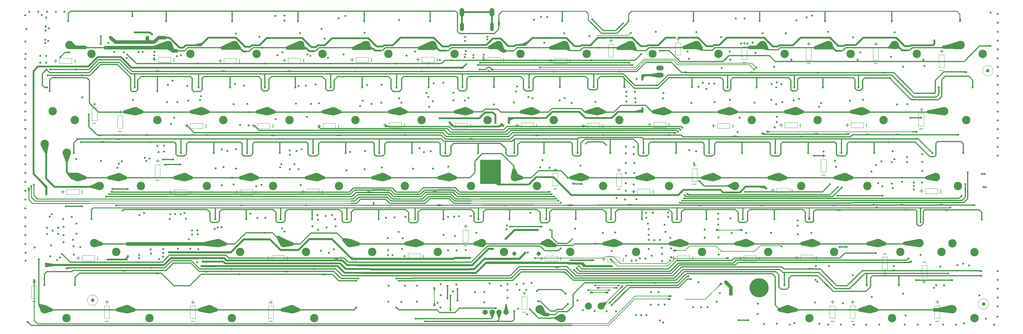
<source format=gtl>
G04 Layer_Physical_Order=1*
G04 Layer_Color=25308*
%FSLAX44Y44*%
%MOMM*%
G71*
G01*
G75*
%ADD10C,0.1000*%
%ADD11C,1.0000*%
%ADD12C,0.3000*%
%ADD13C,1.0000*%
%ADD14C,0.6000*%
%ADD15C,0.5000*%
%ADD16C,0.2500*%
%ADD17C,0.4000*%
%ADD18C,0.2000*%
%ADD19C,0.2032*%
%ADD20C,1.5000*%
%ADD21C,1.5000*%
%ADD22C,2.4000*%
%ADD23C,2.3000*%
%ADD24C,1.2000*%
%ADD25O,1.1000X2.5000*%
%ADD26O,1.2000X2.5000*%
%ADD27O,1.3000X2.5000*%
%ADD28O,2.2000X1.4000*%
%ADD29C,5.5000*%
%ADD30C,2.0000*%
%ADD31R,6.0000X7.0000*%
%ADD32C,0.6000*%
D10*
X3852860Y2108714D02*
G03*
X3852860Y2108714I15000J0D01*
G01*
X1288860Y2119464D02*
G03*
X1288860Y2119464I15000J0D01*
G01*
X3865110Y2779964D02*
G03*
X3865110Y2779964I15000J0D01*
G01*
X1498316Y2473932D02*
Y2509932D01*
X1483316Y2473932D02*
Y2509932D01*
X1498316D02*
X1483316D01*
X1498316Y2473932D02*
X1483316D01*
X3591022Y2243740D02*
X3576022Y2243740D01*
X3591022Y2207740D02*
X3576022Y2207740D01*
X3591022Y2207740D02*
Y2243740D01*
X3576022Y2207740D02*
Y2243740D01*
X3754598Y2789400D02*
X3739598Y2789400D01*
X3754598Y2825400D02*
X3739598Y2825400D01*
Y2789400D02*
Y2825400D01*
X3754598Y2789400D02*
Y2825400D01*
X3564861Y2809974D02*
Y2845974D01*
X3549861Y2809974D02*
Y2845974D01*
X3564861Y2845974D02*
X3549861Y2845974D01*
X3564861Y2809974D02*
X3549861Y2809974D01*
X3371820Y2810482D02*
X3356820Y2810482D01*
X3371820Y2846482D02*
X3356820Y2846482D01*
Y2810482D02*
Y2846482D01*
X3371820Y2810482D02*
Y2846482D01*
X3186908Y2812260D02*
X3171908D01*
X3186908Y2848260D02*
X3171908D01*
Y2812260D02*
Y2848260D01*
X3186908Y2812260D02*
Y2848260D01*
X2995646Y2824706D02*
X2980646D01*
X2995646Y2860706D02*
X2980646D01*
Y2824706D02*
Y2860706D01*
X2995646Y2824706D02*
Y2860706D01*
X2803114Y2819626D02*
X2788114D01*
X2803114Y2855626D02*
X2788114D01*
Y2819626D02*
Y2855626D01*
X2803114Y2819626D02*
Y2855626D01*
X2668860Y2800214D02*
Y2815214D01*
X2632860Y2800214D02*
Y2815214D01*
X2668860Y2800214D02*
X2632860D01*
X2668860Y2815214D02*
X2632860D01*
X2476860Y2803964D02*
Y2818964D01*
X2440860Y2803964D02*
Y2818964D01*
X2476860Y2803964D02*
X2440860D01*
X2476860Y2818964D02*
X2440860D01*
X2286860Y2804214D02*
Y2819214D01*
X2250860Y2804214D02*
Y2819214D01*
X2286860Y2804214D02*
X2250860D01*
X2286860Y2819214D02*
X2250860D01*
X2097860Y2803464D02*
Y2818464D01*
X2061860Y2803464D02*
Y2818464D01*
X2097860Y2803464D02*
X2061860D01*
X2097860Y2818464D02*
X2061860D01*
X1902360Y2801214D02*
Y2816214D01*
X1866360Y2801214D02*
Y2816214D01*
X1902360Y2801214D02*
X1866360D01*
X1902360Y2816214D02*
X1866360D01*
X1718110Y2800214D02*
Y2815214D01*
X1682110Y2800214D02*
Y2815214D01*
X1718110Y2800214D02*
X1682110D01*
X1718110Y2815214D02*
X1682110D01*
X1528610Y2803964D02*
Y2818964D01*
X1492610Y2803964D02*
Y2818964D01*
X1528610Y2803964D02*
X1492610D01*
X1528610Y2818964D02*
X1492610D01*
X1244360Y2800214D02*
Y2815214D01*
X1208360Y2800214D02*
Y2815214D01*
X1244360Y2800214D02*
X1208360D01*
X1244360Y2815214D02*
X1208360D01*
X3695924Y2620998D02*
X3680924Y2620998D01*
X3695924Y2656998D02*
X3680924Y2656998D01*
Y2620998D02*
Y2656998D01*
X3695924Y2620998D02*
Y2656998D01*
X3522360Y2615464D02*
Y2630464D01*
X3486360Y2615464D02*
Y2630464D01*
X3522360Y2615464D02*
X3486360D01*
X3522360Y2630464D02*
X3486360D01*
X3331610Y2615714D02*
Y2630714D01*
X3295610Y2615714D02*
Y2630714D01*
X3331610Y2615714D02*
X3295610D01*
X3331610Y2630714D02*
X3295610D01*
X3137610Y2628714D02*
X3101610D01*
X3137610Y2613714D02*
X3101610D01*
Y2628714D01*
X3137610Y2613714D02*
Y2628714D01*
X2953860Y2616714D02*
Y2631714D01*
X2917860Y2616714D02*
Y2631714D01*
X2953860Y2616714D02*
X2917860D01*
X2953860Y2631714D02*
X2917860D01*
X2763360Y2613964D02*
Y2628964D01*
X2727361Y2613964D02*
Y2628964D01*
X2763360Y2613964D02*
X2727361D01*
X2763360Y2628964D02*
X2727361D01*
X2572860Y2614964D02*
Y2629964D01*
X2536860Y2614964D02*
Y2629964D01*
X2572860Y2614964D02*
X2536860D01*
X2572860Y2629964D02*
X2536860D01*
X2383110Y2614214D02*
Y2629214D01*
X2347110Y2614214D02*
Y2629214D01*
X2383110Y2614214D02*
X2347110D01*
X2383110Y2629214D02*
X2347110D01*
X2192610Y2615714D02*
Y2630714D01*
X2156610Y2615714D02*
Y2630714D01*
X2192610Y2615714D02*
X2156610D01*
X2192610Y2630714D02*
X2156610D01*
X2003110Y2613214D02*
Y2628214D01*
X1967110Y2613214D02*
Y2628214D01*
X2003110Y2613214D02*
X1967110D01*
X2003110Y2628214D02*
X1967110D01*
X1813860Y2613464D02*
Y2628464D01*
X1777860Y2613464D02*
Y2628464D01*
X1813860Y2613464D02*
X1777860D01*
X1813860Y2628464D02*
X1777860D01*
X1620860Y2613714D02*
Y2628714D01*
X1584860Y2613714D02*
Y2628714D01*
X1620860Y2613714D02*
X1584860D01*
X1620860Y2628714D02*
X1584860D01*
X1390366Y2614902D02*
Y2650902D01*
X1375366Y2614902D02*
Y2650902D01*
X1390366D02*
X1375366D01*
X1390366Y2614902D02*
X1375366D01*
X1316706Y2637254D02*
X1301706Y2637254D01*
X1316706Y2673254D02*
X1301706Y2673254D01*
Y2637254D02*
Y2673254D01*
X1316706Y2637254D02*
Y2673254D01*
X1309610Y2247964D02*
X1273610D01*
X1309610Y2232964D02*
X1273610D01*
Y2247964D01*
X1309610Y2232964D02*
Y2247964D01*
X3735860Y2425964D02*
Y2440964D01*
X3699861Y2425964D02*
Y2440964D01*
X3735860Y2425964D02*
X3699861D01*
X3735860Y2440964D02*
X3699861D01*
X3415000Y2488410D02*
X3400000Y2488410D01*
X3415000Y2524410D02*
X3400000Y2524410D01*
Y2488410D02*
Y2524410D01*
X3415000Y2488410D02*
Y2524410D01*
X3307832Y2427493D02*
Y2442493D01*
X3271832Y2427493D02*
Y2442493D01*
X3307832Y2427493D02*
X3271832D01*
X3307832Y2442493D02*
X3271832D01*
X3043611Y2461964D02*
X3028611D01*
X3043611Y2497964D02*
X3028611D01*
Y2461964D02*
Y2497964D01*
X3043611Y2461964D02*
Y2497964D01*
X2907860Y2424714D02*
Y2439714D01*
X2871860Y2424714D02*
Y2439714D01*
X2907860Y2424714D02*
X2871860D01*
X2907860Y2439714D02*
X2871860D01*
X2826111Y2447714D02*
X2811111D01*
X2826111Y2483714D02*
X2811111D01*
Y2447714D02*
Y2483714D01*
X2826111Y2447714D02*
Y2483714D01*
X2643110Y2448214D02*
X2628110D01*
X2643110Y2484214D02*
X2628110D01*
Y2448214D02*
Y2484214D01*
X2643110Y2448214D02*
Y2484214D01*
X2335110Y2424714D02*
Y2439714D01*
X2299110Y2424714D02*
Y2439714D01*
X2335110Y2424714D02*
X2299110D01*
X2335110Y2439714D02*
X2299110D01*
X2145610Y2423964D02*
Y2438964D01*
X2109610Y2423964D02*
Y2438964D01*
X2145610Y2423964D02*
X2109610D01*
X2145610Y2438964D02*
X2109610D01*
X1956360Y2424464D02*
Y2439464D01*
X1920360Y2424464D02*
Y2439464D01*
X1956360Y2424464D02*
X1920360D01*
X1956360Y2439464D02*
X1920360D01*
X1765110Y2422214D02*
Y2437214D01*
X1729110Y2422214D02*
Y2437214D01*
X1765110Y2422214D02*
X1729110D01*
X1765110Y2437214D02*
X1729110D01*
X1575110Y2422214D02*
Y2437214D01*
X1539110Y2422214D02*
Y2437214D01*
X1575110Y2422214D02*
X1539110D01*
X1575110Y2437214D02*
X1539110D01*
X1264860Y2423464D02*
Y2438464D01*
X1228860Y2423464D02*
Y2438464D01*
X1264860Y2423464D02*
X1228860D01*
X1264860Y2438464D02*
X1228860D01*
X3705068Y2219610D02*
X3690068D01*
X3705068Y2183610D02*
X3690068D01*
X3705068D02*
Y2219610D01*
X3690068Y2183610D02*
Y2219610D01*
X3377110Y2234714D02*
Y2249714D01*
X3341111Y2234714D02*
Y2249714D01*
X3377110Y2234714D02*
X3341111D01*
X3377110Y2249714D02*
X3341111D01*
X3214154Y2232118D02*
Y2247118D01*
X3178154Y2232118D02*
Y2247118D01*
X3214154Y2232118D02*
X3178154D01*
X3214154Y2247118D02*
X3178154D01*
X3022130Y2232372D02*
Y2247372D01*
X2986130Y2232372D02*
Y2247372D01*
X3022130Y2232372D02*
X2986130D01*
X3022130Y2247372D02*
X2986130D01*
X2821610Y2229464D02*
Y2244464D01*
X2785610Y2229464D02*
Y2244464D01*
X2821610Y2229464D02*
X2785610D01*
X2821610Y2244464D02*
X2785610D01*
X2641892Y2231864D02*
Y2246864D01*
X2605892Y2231864D02*
Y2246864D01*
X2641892Y2231864D02*
X2605892D01*
X2641892Y2246864D02*
X2605892D01*
X2384610Y2285214D02*
Y2321214D01*
X2369610Y2285214D02*
Y2321214D01*
X2384610D02*
X2369610D01*
X2384610Y2285214D02*
X2369610D01*
X2247860Y2238214D02*
Y2253214D01*
X2211860Y2238214D02*
Y2253214D01*
X2247860Y2238214D02*
X2211860D01*
X2247860Y2253214D02*
X2211860D01*
X2052110Y2230214D02*
Y2245214D01*
X2016110Y2230214D02*
Y2245214D01*
X2052110Y2230214D02*
X2016110D01*
X2052110Y2245214D02*
X2016110D01*
X1856110Y2232964D02*
Y2247964D01*
X1820110Y2232964D02*
Y2247964D01*
X1856110Y2232964D02*
X1820110D01*
X1856110Y2247964D02*
X1820110D01*
X1667860Y2232964D02*
Y2247964D01*
X1631860Y2232964D02*
Y2247964D01*
X1667860Y2232964D02*
X1631860D01*
X1667860Y2247964D02*
X1631860D01*
X3741860Y2067714D02*
X3726860D01*
X3741860Y2103714D02*
X3726860D01*
Y2067714D02*
Y2103714D01*
X3741860Y2067714D02*
Y2103714D01*
X3498110Y2067964D02*
X3483110D01*
X3498110Y2103964D02*
X3483110D01*
Y2067964D02*
Y2103964D01*
X3498110Y2067964D02*
Y2103964D01*
X3440360Y2067964D02*
X3425360D01*
X3440360Y2103964D02*
X3425360D01*
Y2067964D02*
Y2103964D01*
X3440360Y2067964D02*
Y2103964D01*
X2553610Y2093464D02*
Y2129464D01*
X2538610Y2093464D02*
Y2129464D01*
X2553610D02*
X2538610D01*
X2553610Y2093464D02*
X2538610D01*
X1824341Y2067334D02*
X1809341D01*
X1824341Y2103334D02*
X1809341D01*
Y2067334D02*
Y2103334D01*
X1824341Y2067334D02*
Y2103334D01*
X1599610Y2067214D02*
X1584610D01*
X1599610Y2103214D02*
X1584610D01*
Y2067214D02*
Y2103214D01*
X1599610Y2067214D02*
Y2103214D01*
X1352860Y2067964D02*
X1337860D01*
X1352860Y2103964D02*
X1337860D01*
Y2067964D02*
Y2103964D01*
X1352860Y2067964D02*
Y2103964D01*
X1143360Y2124714D02*
X1128360D01*
X1143360Y2160714D02*
X1128360D01*
Y2124714D02*
Y2160714D01*
X1143360Y2124714D02*
Y2160714D01*
D11*
X3867860Y2108714D02*
D03*
X1303860Y2119464D02*
D03*
X3880110Y2779964D02*
D03*
D12*
X1605878Y2799964D02*
X1430434D01*
X1800188D02*
X1605878D01*
X1988402D02*
X1800188D01*
X2177886D02*
X1988402D01*
X2271860D02*
X2177886D01*
X2307860D02*
X2271860D01*
X2575904Y2809432D02*
X2317328D01*
X2738972D02*
X2575904D01*
X2864194D02*
X2738972D01*
X3135212Y2823402D02*
X3124913Y2813103D01*
X3118194Y2806384D01*
X3505282D02*
X3268308D01*
X3695282D02*
X3505282D01*
X3811614D02*
X3695282D01*
X3505282D02*
Y2811210D01*
X3695282Y2806384D02*
Y2811210D01*
X1426717Y2660964D02*
X1320006D01*
X1616827D02*
X1426717D01*
X1753712D02*
X1616827D01*
X1806937D02*
X1753712D01*
X1996827D02*
X1806937D01*
X2187144D02*
X1996827D01*
X2371566D02*
X2187144D01*
X2567040D02*
X2478246D01*
X2615904D02*
X2567040D01*
X2756634D02*
X2719414D01*
X2804626D02*
X2756634D01*
X2946744D02*
X2914619D01*
X3137007D02*
X2946744D01*
X3327117D02*
X3137007D01*
X3516720D02*
X3327117D01*
X3755110D02*
X3516720D01*
X1273900Y2766506D02*
X1174332D01*
X1296252D02*
X1273900D01*
X2834471Y2758130D02*
Y2758384D01*
Y2732464D02*
Y2758130D01*
X2829904Y2762696D01*
X2863178Y2729422D02*
X2834471Y2758130D01*
X2926678Y2737804D02*
X2863940D01*
X2930700D02*
X2926678D01*
X3508340Y2767014D02*
X2959910D01*
X3603560D02*
X3508340D01*
Y2731964D02*
Y2767014D01*
X1378040Y2583372D02*
X1260946D01*
X1558562D02*
X1378040D01*
X1748812D02*
X1558562D01*
X2128812D02*
X1748812D01*
X2308442D02*
X2128812D01*
X1558562Y2543240D02*
Y2583372D01*
X1748812Y2543240D02*
Y2583372D01*
X2128812Y2543240D02*
Y2583372D01*
X2319435Y2543008D02*
Y2577022D01*
X2699312Y2583372D02*
X2517738D01*
X2699820D02*
X2699312D01*
Y2582864D02*
Y2583372D01*
Y2543240D02*
Y2582864D01*
X2704392Y2587944D02*
X2699820Y2583372D01*
X2699312Y2582864D01*
X3078312Y2583372D02*
X2888812D01*
X3268812D02*
X3078312D01*
X3459062D02*
X3268812D01*
X3676111D02*
X3459062D01*
X3680296D02*
X3676111D01*
X2319435Y2577022D02*
X2314792D01*
X2511388D02*
X2319435D01*
X3078312Y2543240D02*
Y2583372D01*
X3268812Y2543240D02*
Y2583372D01*
X3459062Y2543240D02*
Y2583372D01*
X1332574Y2574482D02*
X1270598D01*
X1471258D02*
X1332574D01*
X1539004D02*
X1471258D01*
X2413136Y2571180D02*
X2342684D01*
X2478082D02*
X2413136D01*
Y2542964D02*
Y2571180D01*
X2793386Y2582298D02*
X2793328Y2582356D01*
X2719414D01*
X2861380D02*
X2793328D01*
X3594610Y2574482D02*
X3480144D01*
X3671406D02*
X3594610D01*
X1324360Y2594294D02*
X1317334D01*
X1459574D02*
X1324360D01*
X1632802D02*
X1459574D01*
X1823110D02*
X1632802D01*
X2012532D02*
X1823110D01*
X2203110D02*
X2012532D01*
X2307680D02*
X2203110D01*
X2582860D02*
X2517484D01*
X2773611D02*
X2582860D01*
X2963110D02*
X2773611D01*
X2998306D02*
X2963110D01*
X3533360Y2595828D02*
X3490822D01*
X3619426D02*
X3533360D01*
X3794861D02*
X3619426D01*
X3152484Y2589722D02*
X3002878D01*
X3343110D02*
X3152484D01*
X3484716D02*
X3343110D01*
X2393278Y2582864D02*
X2319110D01*
X2506054D02*
X2393278D01*
X2112608Y2393380D02*
Y2398968D01*
X2488274Y2393380D02*
X2428838D01*
X2573110D02*
X2488274D01*
X2849716D02*
X2756498D01*
X3051138D02*
X2849716D01*
X3230716D02*
X3051138D01*
X3438360D02*
X3230716D01*
X3553042D02*
X3438360D01*
X3633560D02*
X3553042D01*
X3746844D02*
X3633560D01*
X3841933D02*
X3746844D01*
X1489800Y2197292D02*
X1265772D01*
X1501738D02*
X1489800D01*
X1727290Y2193736D02*
X1616292D01*
X1968844D02*
X1727290D01*
X1993736D02*
X1968844D01*
X3416898Y2163256D02*
X3389974Y2190180D01*
X3434932Y2145222D02*
X3416898Y2163256D01*
X1393788Y2205166D02*
X1247738D01*
X1515708D02*
X1393788D01*
X1630262Y2202880D02*
X1610450D01*
X1861148D02*
X1630262D01*
X1998054D02*
X1861148D01*
X2669503Y2204023D02*
X2666074Y2207452D01*
X2690062Y2183464D02*
X2669503Y2204023D01*
X1472528Y2212786D02*
X1230720D01*
X1511644D02*
X1472528D01*
X1704110Y2209484D02*
X1612482D01*
X1942682D02*
X1704110D01*
X2003388D02*
X1942682D01*
X2640286Y2216088D02*
X2531708D01*
X2668868D02*
X2640286D01*
X3367610Y2208976D02*
X3293454D01*
X3397594D02*
X3367610D01*
X3608922Y2204658D02*
X3519006D01*
X3859366D02*
X3608922D01*
X3386672Y2597088D02*
X3233764D01*
X3478620D02*
X3386672D01*
X1745806Y2380426D02*
X1675914D01*
X1822996D02*
X1745806D01*
Y2352714D02*
Y2380426D01*
X2248069Y2380438D02*
X2248057Y2380426D01*
X2240703Y2373072D01*
X2435918Y2380680D02*
X2435664Y2380426D01*
X2428552Y2373314D01*
X2393246Y2380426D02*
X2248057D01*
X2583496D02*
X2435664D01*
X2815934D02*
X2808822Y2373314D01*
X2815934Y2380426D02*
X2815914D01*
X2962997D02*
X2815934D01*
X3451696Y2379918D02*
X3384132D01*
X3644228D02*
X3451696D01*
X3672168D02*
X3644228D01*
X3762592D02*
X3697822D01*
X3854794D02*
X3762592D01*
X1256120Y2783111D02*
X1182301D01*
X1292791D02*
X1256120D01*
X1490860Y2777174D02*
X1417410D01*
X1680610D02*
X1490860D01*
X1870360D02*
X1680610D01*
X2060360D02*
X1870360D01*
X2250860D02*
X2060360D01*
X2443062D02*
X2250860D01*
X2630768D02*
X2443062D01*
X2819998D02*
X2630768D01*
X2869274D02*
X2819998D01*
X3200610Y2774380D02*
X3010360D01*
X3390860D02*
X3200610D01*
X3580860D02*
X3390860D01*
X2472526Y2914334D02*
Y2927828D01*
Y2899234D02*
Y2914334D01*
X1403960Y2091714D02*
X1184492D01*
X1640750D02*
X1403960D01*
X1878274D02*
X1640750D01*
X2056610D02*
X1878274D01*
X2922110Y2169214D02*
X2719610D01*
X2986360D02*
X2922110D01*
X2590307Y2092644D02*
Y2093814D01*
Y2092267D02*
Y2092644D01*
X3303430Y2091714D02*
X3281684D01*
X3540854D02*
X3303430D01*
X3778610D02*
X3540854D01*
X1792620Y2846464D02*
X1765360D01*
X1903360D02*
X1792620D01*
X1713004Y2845070D02*
X1711610Y2846464D01*
X1904754Y2845070D02*
X1903360Y2846464D01*
X2098516Y2844308D02*
X2096360Y2846464D01*
X2669250Y2845324D02*
X2668110Y2846464D01*
X2677361Y2837214D02*
X2669250Y2845324D01*
X2485126Y2836964D02*
X2484860D01*
X2515860D02*
X2485126D01*
X2760816Y2846464D02*
X2715860D01*
X2859610D02*
X2760816D01*
X3231717D02*
X3095110D01*
X3242860D02*
X3231717D01*
X3428484Y2846340D02*
X3428360Y2846464D01*
X2861766Y2844308D02*
X2859610Y2846464D01*
X2868860Y2837214D02*
X2861766Y2844308D01*
X1379563Y2472214D02*
X1282282D01*
X1569290D02*
X1379563D01*
X1705706D02*
X1569290D01*
X1759400D02*
X1705706D01*
X1948994D02*
X1759400D01*
X2139277D02*
X1948994D01*
X2329654D02*
X2139277D01*
X2389468D02*
X2329654D01*
X2709601D02*
X2671860D01*
X2899387D02*
X2709601D01*
X3089037D02*
X2899387D01*
X3279414D02*
X3089037D01*
X3440774D02*
X3279414D01*
X1800702Y2313878D02*
X1745324D01*
X1821618D02*
X1800702D01*
X2234250Y2281714D02*
X2068412D01*
X2403692D02*
X2234250D01*
X2614258D02*
X2424430D01*
X2614540D02*
X2614258D01*
X2618924Y2277048D02*
X2614258Y2281714D01*
X2751164D02*
X2690552D01*
X2804650D02*
X2751164D01*
X2994244D02*
X2804650D01*
X3184354D02*
X2994244D01*
X3374464D02*
X3184354D01*
X3564563D02*
X3374464D01*
X3683860D02*
X3564563D01*
X2473736Y2064740D02*
X2467870Y2058874D01*
X2261120D01*
X2511620D02*
X2467870D01*
X2813611Y2887964D02*
X2768360D01*
X2729610Y2926714D01*
X2845905Y2920258D02*
X2813611Y2887964D01*
X2808860Y2894964D02*
X2774110D01*
X2829610Y2915714D02*
X2808860Y2894964D01*
X2774110D02*
X2741860Y2927214D01*
X2845905Y2920258D02*
Y2922464D01*
X2719610Y2169214D02*
X2686610Y2136214D01*
X2982610Y2177464D02*
X2686664D01*
X3007110Y2201964D02*
X2982610Y2177464D01*
X2977860Y2183464D02*
X2690062D01*
X3002360Y2207964D02*
X2977860Y2183464D01*
X2972860Y2189964D02*
X2694992D01*
X2997968Y2215072D02*
X2972860Y2189964D01*
X3022382Y2774380D02*
X3010360Y2774750D01*
X3200610Y2774754D02*
X3188588Y2774380D01*
X3212633D02*
X3200610Y2774754D01*
X3402924Y2774380D02*
X3390860Y2773748D01*
X3378797Y2774380D01*
X3818218Y2775904D02*
X3806171Y2776412D01*
X3580860Y2773994D02*
X3568836Y2774380D01*
X3592881D02*
X3580860Y2773994D01*
X3134185Y2822375D02*
X3125282Y2812734D01*
X2619338Y2430972D02*
X2607296Y2430464D01*
X2763168Y2281714D02*
X2751164Y2281874D01*
X2739160Y2281714D01*
X2731417Y2660964D02*
X2719414Y2661096D01*
X2772823Y2846464D02*
X2760816Y2846262D01*
X2748810Y2846464D01*
X2980526Y2600898D02*
X2968380Y2601660D01*
X2995258Y2610042D02*
X2992226Y2613598D01*
X2159148Y2619186D02*
X2146898Y2620456D01*
X3674708Y2603946D02*
X3662516D01*
X2457540Y2783524D02*
X2452460Y2783778D01*
X2698921Y2454464D02*
X2686902Y2454848D01*
X2429924Y2783524D02*
X2417916Y2783778D01*
X2262865Y2777174D02*
X2250860Y2777352D01*
X2238855Y2777174D01*
X2060360Y2777860D02*
X2048285Y2777174D01*
X2072435D02*
X2060360Y2777860D01*
X1882502Y2777174D02*
X1870360Y2778122D01*
X1858219Y2777174D01*
X1680610Y2778388D02*
X1668381Y2777174D01*
X1692840D02*
X1680610Y2778388D01*
X1490860Y2778146D02*
X1478719Y2777174D01*
X1503009D02*
X1490860Y2778146D01*
X3597492Y2758632D02*
X3585482Y2758886D01*
X3244135Y2597088D02*
X3231224Y2599628D01*
X3479128Y2597596D02*
X3467079Y2597088D01*
X3398712D02*
X3386672Y2597596D01*
X3374631Y2597088D01*
X2975163Y2594294D02*
X2963110Y2594912D01*
X2951049Y2594294D01*
X1324360Y2593872D02*
X1317334Y2594294D01*
X1336389D02*
X1324360Y2593872D01*
X3676111Y2584012D02*
X3664045Y2583372D01*
X3680296D02*
X3676111Y2584012D01*
X3533360Y2596450D02*
X3521305Y2595828D01*
X3545420D02*
X3533360Y2596450D01*
X3355133Y2589722D02*
X3343110Y2590104D01*
X3331087Y2589722D01*
X3152484Y2590992D02*
X3140237Y2589722D01*
X3164734D02*
X3152484Y2590992D01*
X2773611Y2594642D02*
X2761591Y2594294D01*
X2785630D02*
X2773611Y2594642D01*
X2582860Y2594196D02*
X2570859Y2594294D01*
X2594862D02*
X2582860Y2594196D01*
X2393278Y2583626D02*
X2381191Y2582864D01*
X2405369D02*
X2393278Y2583626D01*
X2215128Y2594294D02*
X2203110Y2594626D01*
X2191093Y2594294D01*
X2012532Y2594040D02*
X2000522Y2594294D01*
X2024543D02*
X2012532Y2594040D01*
X1835142Y2594294D02*
X1823110Y2593848D01*
X1811078Y2594294D01*
X1632802Y2594548D02*
X1620792Y2594294D01*
X1644813D02*
X1632802Y2594548D01*
X3619426Y2595908D02*
X3607425Y2595828D01*
X3631427D02*
X3619426Y2595908D01*
X3594610Y2574316D02*
X3582606Y2574482D01*
X3606615D02*
X3594610Y2574316D01*
X1344585Y2574482D02*
X1332574Y2574736D01*
X1320565Y2574482D01*
X3027735Y2423098D02*
X3015324Y2424368D01*
X3758854Y2393380D02*
X3746844Y2393634D01*
X3734834Y2393380D01*
X3633560Y2393634D02*
X3621550Y2393380D01*
X3645570D02*
X3633560Y2393634D01*
X3553042Y2393888D02*
X3541002Y2393380D01*
X3450482D02*
X3438360Y2392492D01*
X3426235Y2393380D01*
X3762592Y2378902D02*
X3750440Y2379918D01*
X3644228Y2379156D02*
X3632136Y2379918D01*
X3656305D02*
X3644228Y2379156D01*
X3451696Y2378902D02*
X3439543Y2379918D01*
X3463859D02*
X3451696Y2378902D01*
X3230716Y2392618D02*
X3218624Y2393380D01*
X3242809D02*
X3230716Y2392618D01*
X3265742Y2364714D02*
X3265742Y2352714D01*
X2849716Y2393888D02*
X2837676Y2393380D01*
X2861758D02*
X2849716Y2393888D01*
X3659722Y2230312D02*
X3646959Y2228026D01*
X3766656Y2196784D02*
X3754645Y2196530D01*
X2640286Y2214444D02*
X2627887Y2216088D01*
X2652628D02*
X2640286Y2214444D01*
X3367610Y2210258D02*
X3355368Y2208976D01*
X3379825D02*
X3367610Y2210258D01*
X3860890Y2203134D02*
X3848258Y2204658D01*
X3608922Y2205166D02*
X3596882Y2204658D01*
X3620964D02*
X3608922Y2205166D01*
X3426210Y2153944D02*
X3416357Y2162714D01*
X3407554Y2172600D01*
X2662518Y2200340D02*
X2650486Y2200848D01*
X2672493Y2191635D02*
X2662518Y2200340D01*
X2678831Y2194696D02*
X2669884Y2204404D01*
X2666074Y2207452D01*
X1942682Y2209738D02*
X1930672Y2209484D01*
X1954692D02*
X1942682Y2209738D01*
X1716127Y2209484D02*
X1704110Y2209804D01*
X1692095Y2209484D01*
X1241832Y2212786D02*
X1229110Y2211176D01*
X1253072Y2163764D02*
Y2184592D01*
X1405948Y2205166D02*
X1393788Y2204150D01*
X1381628Y2205166D01*
X1642356Y2202880D02*
X1630262Y2202118D01*
X1618194Y2202880D01*
X1873309D02*
X1861148Y2201864D01*
X1848985Y2202880D01*
X1980853Y2193736D02*
X1968844Y2193482D01*
X1956834Y2193736D01*
X1501738Y2197292D02*
X1489800Y2197038D01*
X1477790Y2197292D01*
X3063300Y2393380D02*
X3051138Y2392364D01*
X3038976Y2393380D01*
X1272487Y2583372D02*
X1260438Y2582864D01*
X1370271Y2430464D02*
X1358228Y2430972D01*
X1459574Y2594548D02*
X1447564Y2594294D01*
X1471585D02*
X1459574Y2594548D01*
X1471258Y2574228D02*
X1459248Y2574482D01*
X1483268D02*
X1471258Y2574228D01*
X1390051Y2583372D02*
X1378040Y2583118D01*
X1366030Y2583372D01*
X1524670Y2509712D02*
X1512660Y2509458D01*
X1171538Y2783016D02*
X1162076Y2773808D01*
X2493736Y2105624D02*
X2489962Y2091499D01*
X2493736Y2105624D02*
X2491864Y2091186D01*
X2495190Y2093459D02*
X2493736Y2105624D01*
X2496825Y2093289D02*
X2493736Y2105624D01*
X1812702Y2313878D02*
X1800702Y2313874D01*
X1788702Y2313878D01*
X1717708Y2472214D02*
X1705706Y2472124D01*
X1693705Y2472214D01*
X1765714Y2660964D02*
X1753712Y2660874D01*
X1741711Y2660964D01*
X1804622Y2846464D02*
X1792620Y2846374D01*
X1780619Y2846464D01*
X1165444Y2093814D02*
X1149484Y2106760D01*
X1164457Y2092684D02*
X1149484Y2106760D01*
X1166346Y2095013D02*
X1149484Y2106760D01*
X1162243Y2090651D02*
X1149484Y2106760D01*
X1167879Y2097598D02*
X1149484Y2106760D01*
X1159735Y2088949D02*
X1149484Y2106760D01*
X1169026Y2100403D02*
X1149484Y2106760D01*
X1156965Y2087620D02*
X1149484Y2106760D01*
X1169756Y2103388D02*
X1149484Y2106760D01*
X1425125Y2091714D02*
X1403960Y2093814D01*
X1425125Y2091714D02*
X1404161Y2095301D01*
X1425125Y2091714D02*
X1403865Y2092317D01*
X1425125Y2091714D02*
X1404876Y2098220D01*
X1425125Y2091714D02*
X1403992Y2089314D01*
X1425125Y2091714D02*
X1406005Y2101030D01*
X1425125Y2091714D02*
X1404547Y2086337D01*
X1425125Y2091714D02*
X1407544Y2103683D01*
X1425125Y2091714D02*
X1405535Y2083433D01*
X1403960Y2093814D02*
X1382797Y2091714D01*
X1404056Y2092317D02*
X1382797Y2091714D01*
X1403760Y2095301D02*
X1382797Y2091714D01*
X1403929Y2089314D02*
X1382797Y2091714D01*
X1403045Y2098220D02*
X1382797Y2091714D01*
X1403373Y2086337D02*
X1382797Y2091714D01*
X1401915Y2101030D02*
X1382797Y2091714D01*
X1402386Y2083433D02*
X1382797Y2091714D01*
X1400376Y2103683D02*
X1382797Y2091714D01*
X1640750Y2093814D02*
X1619586Y2091714D01*
X1640846Y2092317D02*
X1619586Y2091714D01*
X1640550Y2095301D02*
X1619586Y2091714D01*
X1640719Y2089314D02*
X1619586Y2091714D01*
X1639835Y2098220D02*
X1619586Y2091714D01*
X1640163Y2086337D02*
X1619586Y2091714D01*
X1638705Y2101030D02*
X1619586Y2091714D01*
X1639176Y2083433D02*
X1619586Y2091714D01*
X1637166Y2103683D02*
X1619586Y2091714D01*
X1661915D02*
X1640750Y2093814D01*
X1661915Y2091714D02*
X1640951Y2095301D01*
X1661915Y2091714D02*
X1640655Y2092317D01*
X1661915Y2091714D02*
X1641666Y2098220D01*
X1661915Y2091714D02*
X1640782Y2089314D01*
X1661915Y2091714D02*
X1642795Y2101030D01*
X1661915Y2091714D02*
X1641337Y2086337D01*
X1661915Y2091714D02*
X1644334Y2103683D01*
X1661915Y2091714D02*
X1642325Y2083433D01*
X1899433Y2091714D02*
X1878274Y2093814D01*
X1899433Y2091714D02*
X1878474Y2095301D01*
X1899433Y2091714D02*
X1878178Y2092317D01*
X1899433Y2091714D02*
X1879189Y2098220D01*
X1899433Y2091714D02*
X1878306Y2089314D01*
X1899433Y2091714D02*
X1880319Y2101030D01*
X1899433Y2091714D02*
X1878861Y2086337D01*
X1899433Y2091714D02*
X1881859Y2103683D01*
X1899433Y2091714D02*
X1879849Y2083433D01*
X1878274Y2093814D02*
X1857109Y2091714D01*
X1878369Y2092317D02*
X1857109Y2091714D01*
X1878073Y2095301D02*
X1857109Y2091714D01*
X1878242Y2089314D02*
X1857109Y2091714D01*
X1877358Y2098220D02*
X1857109Y2091714D01*
X1877687Y2086337D02*
X1857109Y2091714D01*
X1876229Y2101030D02*
X1857109Y2091714D01*
X1876699Y2083433D02*
X1857109Y2091714D01*
X1874690Y2103683D02*
X1857109Y2091714D01*
X3324595D02*
X3303430Y2093814D01*
X3324595Y2091714D02*
X3303631Y2095301D01*
X3324595Y2091714D02*
X3303335Y2092317D01*
X3324595Y2091714D02*
X3304346Y2098220D01*
X3324595Y2091714D02*
X3303462Y2089314D01*
X3324595Y2091714D02*
X3305475Y2101030D01*
X3324595Y2091714D02*
X3304017Y2086337D01*
X3324595Y2091714D02*
X3307014Y2103683D01*
X3324595Y2091714D02*
X3305005Y2083433D01*
X3303430Y2093814D02*
X3282393Y2091714D01*
X3303526Y2092317D02*
X3282393Y2091714D01*
X3303228Y2095300D02*
X3282393Y2091714D01*
X3303398Y2089314D02*
X3282393Y2091714D01*
X3302509Y2098219D02*
X3282393Y2091714D01*
X3302840Y2086337D02*
X3282393Y2091714D01*
X3301373Y2101026D02*
X3282393Y2091714D01*
X3301846Y2083434D02*
X3282393Y2091714D01*
X3299825Y2103676D02*
X3282393Y2091714D01*
X3778010Y2093814D02*
X3756854Y2091714D01*
X3778106Y2092317D02*
X3756854Y2091714D01*
X3777809Y2095301D02*
X3756854Y2091714D01*
X3777979Y2089314D02*
X3756854Y2091714D01*
X3777094Y2098220D02*
X3756854Y2091714D01*
X3777423Y2086337D02*
X3756854Y2091714D01*
X3775965Y2101030D02*
X3756854Y2091714D01*
X3776435Y2083433D02*
X3756854Y2091714D01*
X3774425Y2103683D02*
X3756854Y2091714D01*
X2255408Y2281714D02*
X2234250Y2283814D01*
X2255408Y2281714D02*
X2234451Y2285301D01*
X2255408Y2281714D02*
X2234155Y2282317D01*
X2255408Y2281714D02*
X2235166Y2288220D01*
X2255408Y2281714D02*
X2234282Y2279314D01*
X2255408Y2281714D02*
X2236296Y2291030D01*
X2255408Y2281714D02*
X2234838Y2276337D01*
X2255408Y2281714D02*
X2237835Y2293683D01*
X2255408Y2281714D02*
X2235825Y2273433D01*
X2234250Y2283814D02*
X2213093Y2281714D01*
X2234346Y2282317D02*
X2213093Y2281714D01*
X2234050Y2285301D02*
X2213093Y2281714D01*
X2234218Y2279314D02*
X2213093Y2281714D01*
X2233335Y2288220D02*
X2213093Y2281714D01*
X2233663Y2276337D02*
X2213093Y2281714D01*
X2232205Y2291030D02*
X2213093Y2281714D01*
X2232675Y2273433D02*
X2213093Y2281714D01*
X2230665Y2293683D02*
X2213093Y2281714D01*
X2614540Y2283814D02*
X2593376Y2281714D01*
X2614636Y2282317D02*
X2593376Y2281714D01*
X2614340Y2285301D02*
X2593376Y2281714D01*
X2614508Y2279314D02*
X2593376Y2281714D01*
X2613625Y2288220D02*
X2593376Y2281714D01*
X2613954Y2276337D02*
X2593376Y2281714D01*
X2612495Y2291030D02*
X2593376Y2281714D01*
X2612966Y2273433D02*
X2593376Y2281714D01*
X2610956Y2293683D02*
X2593376Y2281714D01*
X2804650Y2283814D02*
X2783504Y2281714D01*
X2804746Y2282317D02*
X2783504Y2281714D01*
X2804449Y2285300D02*
X2783504Y2281714D01*
X2804619Y2279314D02*
X2783504Y2281714D01*
X2803734Y2288220D02*
X2783504Y2281714D01*
X2804063Y2276337D02*
X2783504Y2281714D01*
X2802604Y2291029D02*
X2783504Y2281714D01*
X2803074Y2273433D02*
X2783504Y2281714D01*
X2801064Y2293682D02*
X2783504Y2281714D01*
X2825811D02*
X2804650Y2283814D01*
X2825811Y2281714D02*
X2804851Y2285301D01*
X2825811Y2281714D02*
X2804555Y2282317D01*
X2825811Y2281714D02*
X2805566Y2288220D01*
X2825811Y2281714D02*
X2804682Y2279314D01*
X2825811Y2281714D02*
X2806696Y2291030D01*
X2825811Y2281714D02*
X2805237Y2276337D01*
X2825811Y2281714D02*
X2808235Y2293683D01*
X2825811Y2281714D02*
X2806225Y2273433D01*
X3015404Y2281714D02*
X2994244Y2283814D01*
X3015404Y2281714D02*
X2994444Y2285301D01*
X3015404Y2281714D02*
X2994148Y2282317D01*
X3015404Y2281714D02*
X2995159Y2288220D01*
X3015404Y2281714D02*
X2994276Y2279314D01*
X3015404Y2281714D02*
X2996289Y2291030D01*
X3015404Y2281714D02*
X2994831Y2276337D01*
X3015404Y2281714D02*
X2997828Y2293683D01*
X3015404Y2281714D02*
X2995818Y2273433D01*
X2994244Y2283814D02*
X2973083Y2281714D01*
X2994339Y2282317D02*
X2973083Y2281714D01*
X2994043Y2285301D02*
X2973083Y2281714D01*
X2994212Y2279314D02*
X2973083Y2281714D01*
X2993328Y2288220D02*
X2973083Y2281714D01*
X2993657Y2276337D02*
X2973083Y2281714D01*
X2992198Y2291030D02*
X2973083Y2281714D01*
X2992669Y2273433D02*
X2973083Y2281714D01*
X2990659Y2293683D02*
X2973083Y2281714D01*
X3184354Y2283814D02*
X3163193Y2281714D01*
X3184449Y2282317D02*
X3163193Y2281714D01*
X3184153Y2285301D02*
X3163193Y2281714D01*
X3184322Y2279314D02*
X3163193Y2281714D01*
X3183438Y2288220D02*
X3163193Y2281714D01*
X3183766Y2276337D02*
X3163193Y2281714D01*
X3182308Y2291030D02*
X3163193Y2281714D01*
X3182779Y2273433D02*
X3163193Y2281714D01*
X3180769Y2293683D02*
X3163193Y2281714D01*
X3205514D02*
X3184354Y2283814D01*
X3205514Y2281714D02*
X3184554Y2285301D01*
X3205514Y2281714D02*
X3184258Y2282317D01*
X3205514Y2281714D02*
X3185269Y2288220D01*
X3205514Y2281714D02*
X3184386Y2279314D01*
X3205514Y2281714D02*
X3186399Y2291030D01*
X3205514Y2281714D02*
X3184941Y2276337D01*
X3205514Y2281714D02*
X3187938Y2293683D01*
X3205514Y2281714D02*
X3185929Y2273433D01*
X3395624Y2281714D02*
X3374464Y2283814D01*
X3395624Y2281714D02*
X3374664Y2285301D01*
X3395624Y2281714D02*
X3374368Y2282317D01*
X3395624Y2281714D02*
X3375379Y2288220D01*
X3395624Y2281714D02*
X3374496Y2279314D01*
X3395624Y2281714D02*
X3376509Y2291030D01*
X3395624Y2281714D02*
X3375051Y2276337D01*
X3395624Y2281714D02*
X3378048Y2293683D01*
X3395624Y2281714D02*
X3376039Y2273433D01*
X3374464Y2283814D02*
X3353304Y2281714D01*
X3374559Y2282317D02*
X3353304Y2281714D01*
X3374263Y2285301D02*
X3353304Y2281714D01*
X3374432Y2279314D02*
X3353304Y2281714D01*
X3373548Y2288220D02*
X3353304Y2281714D01*
X3373877Y2276337D02*
X3353304Y2281714D01*
X3372419Y2291030D02*
X3353304Y2281714D01*
X3372889Y2273433D02*
X3353304Y2281714D01*
X3370879Y2293683D02*
X3353304Y2281714D01*
X3683264Y2283814D02*
X3662123Y2281714D01*
X3683359Y2282317D02*
X3662123Y2281714D01*
X3683063Y2285300D02*
X3662123Y2281714D01*
X3683232Y2279314D02*
X3662123Y2281714D01*
X3682347Y2288220D02*
X3662123Y2281714D01*
X3682676Y2276337D02*
X3662123Y2281714D01*
X3681216Y2291029D02*
X3662123Y2281714D01*
X3681687Y2273433D02*
X3662123Y2281714D01*
X3679676Y2293682D02*
X3662123Y2281714D01*
X1569290Y2473914D02*
X1548185Y2472214D01*
X1569358Y2472415D02*
X1548185Y2472214D01*
X1569117Y2475404D02*
X1548185Y2472214D01*
X1569173Y2469415D02*
X1548185Y2472214D01*
X1568454Y2478336D02*
X1548185Y2472214D01*
X1568559Y2466450D02*
X1548185Y2472214D01*
X1567374Y2481165D02*
X1548185Y2472214D01*
X1567512Y2463566D02*
X1548185Y2472214D01*
X1565879Y2483844D02*
X1548185Y2472214D01*
X1590396D02*
X1569290Y2473914D01*
X1590396Y2472214D02*
X1569464Y2475404D01*
X1590396Y2472214D02*
X1569223Y2472415D01*
X1590396Y2472214D02*
X1570126Y2478336D01*
X1590396Y2472214D02*
X1569408Y2469415D01*
X1590396Y2472214D02*
X1571207Y2481165D01*
X1590396Y2472214D02*
X1570022Y2466450D01*
X1590396Y2472214D02*
X1572702Y2483844D01*
X1590396Y2472214D02*
X1571069Y2463566D01*
X1780506Y2472214D02*
X1759400Y2473914D01*
X1780506Y2472214D02*
X1759574Y2475404D01*
X1780506Y2472214D02*
X1759333Y2472415D01*
X1780506Y2472214D02*
X1760236Y2478336D01*
X1780506Y2472214D02*
X1759518Y2469415D01*
X1780506Y2472214D02*
X1761317Y2481165D01*
X1780506Y2472214D02*
X1760132Y2466450D01*
X1780506Y2472214D02*
X1762812Y2483844D01*
X1780506Y2472214D02*
X1761179Y2463566D01*
X1759400Y2473914D02*
X1738295Y2472214D01*
X1759468Y2472415D02*
X1738295Y2472214D01*
X1759227Y2475404D02*
X1738295Y2472214D01*
X1759283Y2469415D02*
X1738295Y2472214D01*
X1758564Y2478336D02*
X1738295Y2472214D01*
X1758669Y2466450D02*
X1738295Y2472214D01*
X1757484Y2481165D02*
X1738295Y2472214D01*
X1757622Y2463566D02*
X1738295Y2472214D01*
X1755989Y2483844D02*
X1738295Y2472214D01*
X1948994Y2473914D02*
X1927888Y2472214D01*
X1949061Y2472415D02*
X1927888Y2472214D01*
X1948820Y2475404D02*
X1927888Y2472214D01*
X1948876Y2469415D02*
X1927888Y2472214D01*
X1948158Y2478336D02*
X1927888Y2472214D01*
X1948262Y2466450D02*
X1927888Y2472214D01*
X1947077Y2481165D02*
X1927888Y2472214D01*
X1947215Y2463566D02*
X1927888Y2472214D01*
X1945582Y2483844D02*
X1927888Y2472214D01*
X1970099D02*
X1948994Y2473914D01*
X1970099Y2472214D02*
X1949167Y2475404D01*
X1970099Y2472214D02*
X1948926Y2472415D01*
X1970099Y2472214D02*
X1949830Y2478336D01*
X1970099Y2472214D02*
X1949111Y2469415D01*
X1970099Y2472214D02*
X1950910Y2481165D01*
X1970099Y2472214D02*
X1949725Y2466450D01*
X1970099Y2472214D02*
X1952406Y2483844D01*
X1970099Y2472214D02*
X1950772Y2463566D01*
X2160382Y2472214D02*
X2139277Y2473914D01*
X2160382Y2472214D02*
X2139450Y2475404D01*
X2160382Y2472214D02*
X2139210Y2472415D01*
X2160382Y2472214D02*
X2140113Y2478336D01*
X2160382Y2472214D02*
X2139394Y2469415D01*
X2160382Y2472214D02*
X2141194Y2481165D01*
X2160382Y2472214D02*
X2140008Y2466450D01*
X2160382Y2472214D02*
X2142689Y2483844D01*
X2160382Y2472214D02*
X2141055Y2463566D01*
X2139277Y2473914D02*
X2118172Y2472214D01*
X2139344Y2472415D02*
X2118172Y2472214D01*
X2139104Y2475404D02*
X2118172Y2472214D01*
X2139160Y2469415D02*
X2118172Y2472214D01*
X2138441Y2478336D02*
X2118172Y2472214D01*
X2138546Y2466450D02*
X2118172Y2472214D01*
X2137360Y2481165D02*
X2118172Y2472214D01*
X2137499Y2463566D02*
X2118172Y2472214D01*
X2135865Y2483844D02*
X2118172Y2472214D01*
X2329654Y2473914D02*
X2308548Y2472214D01*
X2329721Y2472415D02*
X2308548Y2472214D01*
X2329480Y2475404D02*
X2308548Y2472214D01*
X2329536Y2469415D02*
X2308548Y2472214D01*
X2328818Y2478336D02*
X2308548Y2472214D01*
X2328922Y2466450D02*
X2308548Y2472214D01*
X2327737Y2481165D02*
X2308548Y2472214D01*
X2327875Y2463566D02*
X2308548Y2472214D01*
X2326242Y2483844D02*
X2308548Y2472214D01*
X2350730D02*
X2329654Y2473914D01*
X2350730Y2472214D02*
X2329827Y2475404D01*
X2350730Y2472214D02*
X2329586Y2472415D01*
X2350730Y2472214D02*
X2330491Y2478336D01*
X2350730Y2472214D02*
X2329771Y2469415D01*
X2350730Y2472214D02*
X2331573Y2481164D01*
X2350730Y2472214D02*
X2330386Y2466450D01*
X2350730Y2472214D02*
X2333070Y2483843D01*
X2350730Y2472214D02*
X2331434Y2463566D01*
X2709601Y2473914D02*
X2688545Y2472214D01*
X2709668Y2472415D02*
X2688545Y2472214D01*
X2709427Y2475404D02*
X2688545Y2472214D01*
X2709483Y2469416D02*
X2688545Y2472214D01*
X2708763Y2478335D02*
X2688545Y2472214D01*
X2708867Y2466450D02*
X2688545Y2472214D01*
X2707679Y2481164D02*
X2688545Y2472214D01*
X2707818Y2463566D02*
X2688545Y2472214D01*
X2706181Y2483842D02*
X2688545Y2472214D01*
X2730706D02*
X2709601Y2473914D01*
X2730706Y2472214D02*
X2709774Y2475404D01*
X2730706Y2472214D02*
X2709533Y2472415D01*
X2730706Y2472214D02*
X2710436Y2478336D01*
X2730706Y2472214D02*
X2709718Y2469415D01*
X2730706Y2472214D02*
X2711517Y2481165D01*
X2730706Y2472214D02*
X2710332Y2466450D01*
X2730706Y2472214D02*
X2713012Y2483844D01*
X2730706Y2472214D02*
X2711379Y2463566D01*
X2920492Y2472214D02*
X2899387Y2473914D01*
X2920492Y2472214D02*
X2899561Y2475404D01*
X2920492Y2472214D02*
X2899320Y2472415D01*
X2920492Y2472214D02*
X2900223Y2478336D01*
X2920492Y2472214D02*
X2899504Y2469415D01*
X2920492Y2472214D02*
X2901304Y2481165D01*
X2920492Y2472214D02*
X2900118Y2466450D01*
X2920492Y2472214D02*
X2902799Y2483844D01*
X2920492Y2472214D02*
X2901165Y2463566D01*
X2899387Y2473914D02*
X2878282Y2472214D01*
X2899454Y2472415D02*
X2878282Y2472214D01*
X2899214Y2475404D02*
X2878282Y2472214D01*
X2899270Y2469415D02*
X2878282Y2472214D01*
X2898551Y2478336D02*
X2878282Y2472214D01*
X2898656Y2466450D02*
X2878282Y2472214D01*
X2897470Y2481165D02*
X2878282Y2472214D01*
X2897609Y2463566D02*
X2878282Y2472214D01*
X2895975Y2483844D02*
X2878282Y2472214D01*
X3152484Y2447015D02*
X3131537Y2448514D01*
X3152484Y2450013D02*
X3131537Y2448514D01*
X3152055Y2444040D02*
X3131537Y2448514D01*
X3152055Y2452988D02*
X3131537Y2448514D01*
X3151198Y2441135D02*
X3131537Y2448514D01*
X3151198Y2455894D02*
X3131537Y2448514D01*
X3149912Y2438347D02*
X3131537Y2448514D01*
X3149912Y2458681D02*
X3131537Y2448514D01*
X3089037Y2473914D02*
X3067932Y2472214D01*
X3089104Y2472415D02*
X3067932Y2472214D01*
X3088864Y2475404D02*
X3067932Y2472214D01*
X3088920Y2469415D02*
X3067932Y2472214D01*
X3088201Y2478336D02*
X3067932Y2472214D01*
X3088306Y2466450D02*
X3067932Y2472214D01*
X3087120Y2481165D02*
X3067932Y2472214D01*
X3087259Y2463566D02*
X3067932Y2472214D01*
X3085625Y2483844D02*
X3067932Y2472214D01*
X3110142D02*
X3089037Y2473914D01*
X3110142Y2472214D02*
X3089211Y2475404D01*
X3110142Y2472214D02*
X3088970Y2472415D01*
X3110142Y2472214D02*
X3089873Y2478336D01*
X3110142Y2472214D02*
X3089154Y2469415D01*
X3110142Y2472214D02*
X3090954Y2481165D01*
X3110142Y2472214D02*
X3089768Y2466450D01*
X3110142Y2472214D02*
X3092449Y2483844D01*
X3110142Y2472214D02*
X3090815Y2463566D01*
X3279414Y2473914D02*
X3258308Y2472214D01*
X3279481Y2472415D02*
X3258308Y2472214D01*
X3279240Y2475404D02*
X3258308Y2472214D01*
X3279296Y2469415D02*
X3258308Y2472214D01*
X3278578Y2478336D02*
X3258308Y2472214D01*
X3278682Y2466450D02*
X3258308Y2472214D01*
X3277497Y2481165D02*
X3258308Y2472214D01*
X3277635Y2463566D02*
X3258308Y2472214D01*
X3276002Y2483844D02*
X3258308Y2472214D01*
X3300516D02*
X3279414Y2473914D01*
X3300516Y2472214D02*
X3279587Y2475404D01*
X3300516Y2472214D02*
X3279346Y2472415D01*
X3300516Y2472214D02*
X3280250Y2478336D01*
X3300516Y2472214D02*
X3279531Y2469415D01*
X3300516Y2472214D02*
X3281331Y2481165D01*
X3300516Y2472214D02*
X3280145Y2466450D01*
X3300516Y2472214D02*
X3282826Y2483844D01*
X3300516Y2472214D02*
X3281192Y2463566D01*
X1426717Y2663214D02*
X1405552Y2660964D01*
X1426823Y2661718D02*
X1405552Y2660964D01*
X1426506Y2664699D02*
X1405552Y2660964D01*
X1426717Y2658714D02*
X1405552Y2660964D01*
X1425771Y2667614D02*
X1405552Y2660964D01*
X1426183Y2655733D02*
X1405552Y2660964D01*
X1424623Y2670416D02*
X1405552Y2660964D01*
X1425217Y2652822D02*
X1405552Y2660964D01*
X1423066Y2673059D02*
X1405552Y2660964D01*
X1447901D02*
X1426717Y2663214D01*
X1447901Y2660964D02*
X1426928Y2664699D01*
X1447901Y2660964D02*
X1426611Y2661718D01*
X1447901Y2660964D02*
X1427662Y2667614D01*
X1447901Y2660964D02*
X1426717Y2658714D01*
X1447901Y2660964D02*
X1428810Y2670416D01*
X1447901Y2660964D02*
X1427250Y2655733D01*
X1447901Y2660964D02*
X1430365Y2673060D01*
X1447901Y2660964D02*
X1428215Y2652821D01*
X1616827Y2663214D02*
X1595643Y2660964D01*
X1616933Y2661718D02*
X1595643Y2660964D01*
X1616616Y2664699D02*
X1595643Y2660964D01*
X1616827Y2658714D02*
X1595643Y2660964D01*
X1615882Y2667614D02*
X1595643Y2660964D01*
X1616294Y2655733D02*
X1595643Y2660964D01*
X1614734Y2670416D02*
X1595643Y2660964D01*
X1615329Y2652821D02*
X1595643Y2660964D01*
X1613179Y2673060D02*
X1595643Y2660964D01*
X1638011D02*
X1616827Y2663214D01*
X1638011Y2660964D02*
X1617038Y2664699D01*
X1638011Y2660964D02*
X1616721Y2661718D01*
X1638011Y2660964D02*
X1617772Y2667614D01*
X1638011Y2660964D02*
X1616827Y2658714D01*
X1638011Y2660964D02*
X1618920Y2670416D01*
X1638011Y2660964D02*
X1617360Y2655733D01*
X1638011Y2660964D02*
X1620475Y2673060D01*
X1638011Y2660964D02*
X1618325Y2652821D01*
X1828121Y2660964D02*
X1806937Y2663214D01*
X1828121Y2660964D02*
X1807148Y2664699D01*
X1828121Y2660964D02*
X1806831Y2661718D01*
X1828121Y2660964D02*
X1807882Y2667614D01*
X1828121Y2660964D02*
X1806937Y2658714D01*
X1828121Y2660964D02*
X1809030Y2670416D01*
X1828121Y2660964D02*
X1807470Y2655733D01*
X1828121Y2660964D02*
X1810585Y2673060D01*
X1828121Y2660964D02*
X1808435Y2652821D01*
X1806937Y2663214D02*
X1785753Y2660964D01*
X1807043Y2661718D02*
X1785753Y2660964D01*
X1806726Y2664699D02*
X1785753Y2660964D01*
X1806937Y2658714D02*
X1785753Y2660964D01*
X1805992Y2667614D02*
X1785753Y2660964D01*
X1806404Y2655733D02*
X1785753Y2660964D01*
X1804844Y2670416D02*
X1785753Y2660964D01*
X1805439Y2652821D02*
X1785753Y2660964D01*
X1803289Y2673060D02*
X1785753Y2660964D01*
X1996827Y2663214D02*
X1975643Y2660964D01*
X1996933Y2661718D02*
X1975643Y2660964D01*
X1996616Y2664699D02*
X1975643Y2660964D01*
X1996827Y2658714D02*
X1975643Y2660964D01*
X1995882Y2667614D02*
X1975643Y2660964D01*
X1996294Y2655733D02*
X1975643Y2660964D01*
X1994734Y2670416D02*
X1975643Y2660964D01*
X1995329Y2652821D02*
X1975643Y2660964D01*
X1993179Y2673060D02*
X1975643Y2660964D01*
X2018011D02*
X1996827Y2663214D01*
X2018011Y2660964D02*
X1997038Y2664699D01*
X2018011Y2660964D02*
X1996721Y2661718D01*
X2018011Y2660964D02*
X1997772Y2667614D01*
X2018011Y2660964D02*
X1996827Y2658714D01*
X2018011Y2660964D02*
X1998920Y2670416D01*
X2018011Y2660964D02*
X1997360Y2655733D01*
X2018011Y2660964D02*
X2000475Y2673060D01*
X2018011Y2660964D02*
X1998325Y2652821D01*
X2208327Y2660964D02*
X2187144Y2663214D01*
X2208327Y2660964D02*
X2187354Y2664699D01*
X2208327Y2660964D02*
X2187038Y2661718D01*
X2208327Y2660964D02*
X2188089Y2667614D01*
X2208327Y2660964D02*
X2187144Y2658714D01*
X2208327Y2660964D02*
X2189236Y2670416D01*
X2208327Y2660964D02*
X2187677Y2655733D01*
X2208327Y2660964D02*
X2190792Y2673060D01*
X2208327Y2660964D02*
X2188642Y2652821D01*
X2187144Y2663214D02*
X2165960Y2660964D01*
X2187249Y2661718D02*
X2165960Y2660964D01*
X2186933Y2664699D02*
X2165960Y2660964D01*
X2187144Y2658714D02*
X2165960Y2660964D01*
X2186198Y2667614D02*
X2165960Y2660964D01*
X2186611Y2655733D02*
X2165960Y2660964D01*
X2185051Y2670416D02*
X2165960Y2660964D01*
X2185645Y2652821D02*
X2165960Y2660964D01*
X2183496Y2673060D02*
X2165960Y2660964D01*
X2376930Y2663214D02*
X2355604Y2660964D01*
X2377036Y2661718D02*
X2355604Y2660964D01*
X2376721Y2664699D02*
X2355604Y2660964D01*
X2376930Y2658714D02*
X2355604Y2660964D01*
X2375991Y2667615D02*
X2355604Y2660964D01*
X2376401Y2655733D02*
X2355604Y2660964D01*
X2374851Y2670420D02*
X2355604Y2660964D01*
X2375442Y2652820D02*
X2355604Y2660964D01*
X2373306Y2673069D02*
X2355604Y2660964D01*
X2397960Y2661858D02*
X2376930Y2663214D01*
X2397960Y2661858D02*
X2377080Y2664707D01*
X2397960Y2661858D02*
X2376887Y2661714D01*
X2397960Y2661858D02*
X2377698Y2667648D01*
X2397960Y2661858D02*
X2377122Y2658718D01*
X2397960Y2661858D02*
X2378737Y2670493D01*
X2397960Y2661858D02*
X2377787Y2655763D01*
X2397960Y2661858D02*
X2380195Y2673194D01*
X2397960Y2661858D02*
X2378886Y2652898D01*
X2588160Y2660964D02*
X2567040Y2663214D01*
X2588160Y2660964D02*
X2567252Y2664699D01*
X2588160Y2660964D02*
X2566934Y2661718D01*
X2588160Y2660964D02*
X2567988Y2667613D01*
X2588160Y2660964D02*
X2567040Y2658714D01*
X2588160Y2660964D02*
X2569139Y2670414D01*
X2588160Y2660964D02*
X2567575Y2655733D01*
X2588160Y2660964D02*
X2570699Y2673056D01*
X2588160Y2660964D02*
X2568543Y2652822D01*
X2567040Y2663214D02*
X2545884Y2660964D01*
X2567146Y2661718D02*
X2545884Y2660964D01*
X2566829Y2664699D02*
X2545884Y2660964D01*
X2567040Y2658714D02*
X2545884Y2660964D01*
X2566094Y2667614D02*
X2545884Y2660964D01*
X2566507Y2655733D02*
X2545884Y2660964D01*
X2564945Y2670415D02*
X2545884Y2660964D01*
X2565540Y2652822D02*
X2545884Y2660964D01*
X2563388Y2673058D02*
X2545884Y2660964D01*
X2756634Y2663214D02*
X2735537Y2660964D01*
X2756740Y2661718D02*
X2735537Y2660964D01*
X2756422Y2664699D02*
X2735537Y2660964D01*
X2756634Y2658714D02*
X2735537Y2660964D01*
X2755685Y2667613D02*
X2735537Y2660964D01*
X2756098Y2655733D02*
X2735537Y2660964D01*
X2754533Y2670414D02*
X2735537Y2660964D01*
X2755129Y2652822D02*
X2735537Y2660964D01*
X2752971Y2673055D02*
X2735537Y2660964D01*
X2777752D02*
X2756634Y2663214D01*
X2777752Y2660964D02*
X2756845Y2664699D01*
X2777752Y2660964D02*
X2756528Y2661718D01*
X2777752Y2660964D02*
X2757582Y2667613D01*
X2777752Y2660964D02*
X2756634Y2658714D01*
X2777752Y2660964D02*
X2758733Y2670414D01*
X2777752Y2660964D02*
X2757169Y2655733D01*
X2777752Y2660964D02*
X2760293Y2673056D01*
X2777752Y2660964D02*
X2758137Y2652822D01*
X2946744Y2663214D02*
X2925661Y2660964D01*
X2946850Y2661718D02*
X2925661Y2660964D01*
X2946532Y2664699D02*
X2925661Y2660964D01*
X2946744Y2658714D02*
X2925661Y2660964D01*
X2945794Y2667613D02*
X2925661Y2660964D01*
X2946208Y2655733D02*
X2925661Y2660964D01*
X2944641Y2670414D02*
X2925661Y2660964D01*
X2945238Y2652823D02*
X2925661Y2660964D01*
X2943079Y2673054D02*
X2925661Y2660964D01*
X2967928D02*
X2946744Y2663214D01*
X2967928Y2660964D02*
X2946955Y2664699D01*
X2967928Y2660964D02*
X2946638Y2661718D01*
X2967928Y2660964D02*
X2947689Y2667614D01*
X2967928Y2660964D02*
X2946744Y2658714D01*
X2967928Y2660964D02*
X2948836Y2670416D01*
X2967928Y2660964D02*
X2947277Y2655733D01*
X2967928Y2660964D02*
X2950392Y2673060D01*
X2967928Y2660964D02*
X2948242Y2652821D01*
X3137007Y2663214D02*
X3115823Y2660964D01*
X3137113Y2661718D02*
X3115823Y2660964D01*
X3136796Y2664699D02*
X3115823Y2660964D01*
X3137007Y2658714D02*
X3115823Y2660964D01*
X3136062Y2667614D02*
X3115823Y2660964D01*
X3136474Y2655733D02*
X3115823Y2660964D01*
X3134915Y2670416D02*
X3115823Y2660964D01*
X3135509Y2652821D02*
X3115823Y2660964D01*
X3133359Y2673060D02*
X3115823Y2660964D01*
X3158191D02*
X3137007Y2663214D01*
X3158191Y2660964D02*
X3137218Y2664699D01*
X3158191Y2660964D02*
X3136901Y2661718D01*
X3158191Y2660964D02*
X3137952Y2667614D01*
X3158191Y2660964D02*
X3137007Y2658714D01*
X3158191Y2660964D02*
X3139100Y2670416D01*
X3158191Y2660964D02*
X3137540Y2655733D01*
X3158191Y2660964D02*
X3140655Y2673060D01*
X3158191Y2660964D02*
X3138505Y2652821D01*
X3348301Y2660964D02*
X3327117Y2663214D01*
X3348301Y2660964D02*
X3327328Y2664699D01*
X3348301Y2660964D02*
X3327011Y2661718D01*
X3348301Y2660964D02*
X3328062Y2667614D01*
X3348301Y2660964D02*
X3327117Y2658714D01*
X3348301Y2660964D02*
X3329210Y2670416D01*
X3348301Y2660964D02*
X3327650Y2655733D01*
X3348301Y2660964D02*
X3330765Y2673060D01*
X3348301Y2660964D02*
X3328615Y2652821D01*
X3327117Y2663214D02*
X3305933Y2660964D01*
X3327223Y2661718D02*
X3305933Y2660964D01*
X3326906Y2664699D02*
X3305933Y2660964D01*
X3327117Y2658714D02*
X3305933Y2660964D01*
X3326172Y2667614D02*
X3305933Y2660964D01*
X3326584Y2655733D02*
X3305933Y2660964D01*
X3325024Y2670416D02*
X3305933Y2660964D01*
X3325619Y2652821D02*
X3305933Y2660964D01*
X3323469Y2673060D02*
X3305933Y2660964D01*
X3516720Y2663128D02*
X3495551Y2660964D01*
X3516820Y2661631D02*
X3495551Y2660964D01*
X3516515Y2664614D02*
X3495551Y2660964D01*
X3516702Y2658628D02*
X3495551Y2660964D01*
X3515792Y2667531D02*
X3495551Y2660964D01*
X3516156Y2655649D02*
X3495551Y2660964D01*
X3514655Y2670338D02*
X3495551Y2660964D01*
X3515178Y2652742D02*
X3495551Y2660964D01*
X3513109Y2672987D02*
X3495551Y2660964D01*
X3537895D02*
X3516720Y2663128D01*
X3537895Y2660964D02*
X3516925Y2664614D01*
X3537895Y2660964D02*
X3516620Y2661631D01*
X3537895Y2660964D02*
X3517649Y2667531D01*
X3537895Y2660964D02*
X3516739Y2658628D01*
X3537895Y2660964D02*
X3518785Y2670338D01*
X3537895Y2660964D02*
X3517284Y2655649D01*
X3537895Y2660964D02*
X3520331Y2672988D01*
X3537895Y2660964D02*
X3518262Y2652742D01*
X3754654Y2663214D02*
X3733472Y2660964D01*
X3754760Y2661718D02*
X3733472Y2660964D01*
X3754443Y2664699D02*
X3733472Y2660964D01*
X3754654Y2658714D02*
X3733472Y2660964D01*
X3753708Y2667614D02*
X3733472Y2660964D01*
X3754120Y2655733D02*
X3733472Y2660964D01*
X3752561Y2670416D02*
X3733472Y2660964D01*
X3753155Y2652821D02*
X3733472Y2660964D01*
X3751005Y2673060D02*
X3733472Y2660964D01*
X1259704Y2846464D02*
X1237327Y2853714D01*
X1259704Y2846464D02*
X1237835Y2855126D01*
X1259704Y2846464D02*
X1236910Y2852273D01*
X1259704Y2846464D02*
X1239117Y2857843D01*
X1259704Y2846464D02*
X1236356Y2849320D01*
X1259704Y2846464D02*
X1240747Y2860389D01*
X1259704Y2846464D02*
X1236182Y2846302D01*
X1259704Y2846464D02*
X1242711Y2862729D01*
X1259704Y2846464D02*
X1236402Y2843255D01*
X1711990Y2853714D02*
X1689246Y2846464D01*
X1712401Y2852271D02*
X1689246Y2846464D01*
X1711490Y2855128D02*
X1689246Y2846464D01*
X1712947Y2849317D02*
X1689246Y2846464D01*
X1710226Y2857854D02*
X1689246Y2846464D01*
X1713117Y2846299D02*
X1689246Y2846464D01*
X1708618Y2860413D02*
X1689246Y2846464D01*
X1712901Y2843253D02*
X1689246Y2846464D01*
X1706679Y2862772D02*
X1689246Y2846464D01*
X1901587Y2853714D02*
X1879082Y2846464D01*
X1902001Y2852272D02*
X1879082Y2846464D01*
X1901082Y2855127D02*
X1879082Y2846464D01*
X1902553Y2849319D02*
X1879082Y2846464D01*
X1899806Y2857846D02*
X1879082Y2846464D01*
X1902726Y2846301D02*
X1879082Y2846464D01*
X1898184Y2860398D02*
X1879082Y2846464D01*
X1902507Y2843254D02*
X1879082Y2846464D01*
X1896228Y2862744D02*
X1879082Y2846464D01*
X2091694Y2853714D02*
X2069431Y2846464D01*
X2092112Y2852274D02*
X2069431Y2846464D01*
X2091184Y2855125D02*
X2069431Y2846464D01*
X2092670Y2849321D02*
X2069431Y2846464D01*
X2089895Y2857839D02*
X2069431Y2846464D01*
X2092844Y2846303D02*
X2069431Y2846464D01*
X2088259Y2860381D02*
X2069431Y2846464D01*
X2092624Y2843255D02*
X2069431Y2846464D01*
X2086286Y2862715D02*
X2069431Y2846464D01*
X2281804Y2853714D02*
X2259479Y2846464D01*
X2282221Y2852273D02*
X2259479Y2846464D01*
X2281295Y2855125D02*
X2259479Y2846464D01*
X2282777Y2849320D02*
X2259479Y2846464D01*
X2280010Y2857841D02*
X2259479Y2846464D01*
X2282951Y2846302D02*
X2259479Y2846464D01*
X2278377Y2860386D02*
X2259479Y2846464D01*
X2282731Y2843255D02*
X2259479Y2846464D01*
X2276409Y2862722D02*
X2259479Y2846464D01*
X2662010Y2853814D02*
X2639808Y2846464D01*
X2662436Y2852375D02*
X2639808Y2846464D01*
X2661494Y2855222D02*
X2639808Y2846464D01*
X2663007Y2849426D02*
X2639808Y2846464D01*
X2660192Y2857930D02*
X2639808Y2846464D01*
X2663195Y2846408D02*
X2639808Y2846464D01*
X2658542Y2860464D02*
X2639808Y2846464D01*
X2662988Y2843360D02*
X2639808Y2846464D01*
X2656557Y2862787D02*
X2639808Y2846464D01*
X2677361Y2837214D02*
X2662010Y2853814D01*
X2677361Y2837214D02*
X2663145Y2854795D01*
X2677361Y2837214D02*
X2660943Y2852760D01*
X2677361Y2837214D02*
X2665602Y2856525D01*
X2677361Y2837214D02*
X2659027Y2850445D01*
X2677361Y2837214D02*
X2668285Y2857922D01*
X2677361Y2837214D02*
X2657425Y2847879D01*
X2677361Y2837214D02*
X2671164Y2858958D01*
X2677361Y2837214D02*
X2656167Y2845090D01*
X2852237Y2853714D02*
X2830140Y2846464D01*
X2852658Y2852274D02*
X2830140Y2846464D01*
X2851724Y2855124D02*
X2830140Y2846464D01*
X2853220Y2849323D02*
X2830140Y2846464D01*
X2850427Y2857834D02*
X2830140Y2846464D01*
X2853395Y2846304D02*
X2830140Y2846464D01*
X2848781Y2860370D02*
X2830140Y2846464D01*
X2853174Y2843256D02*
X2830140Y2846464D01*
X2846796Y2862694D02*
X2830140Y2846464D01*
X2868860Y2837214D02*
X2852237Y2853714D01*
X2868860Y2837214D02*
X2853327Y2854744D01*
X2868860Y2837214D02*
X2851215Y2852616D01*
X2868860Y2837214D02*
X2855699Y2856588D01*
X2868860Y2837214D02*
X2849388Y2850230D01*
X2868860Y2837214D02*
X2858305Y2858123D01*
X2868860Y2837214D02*
X2847874Y2847614D01*
X2868860Y2837214D02*
X2861116Y2859319D01*
X2868860Y2837214D02*
X2846699Y2844793D01*
X3041960Y2853714D02*
X3019951Y2846464D01*
X3042383Y2852275D02*
X3019951Y2846464D01*
X3041445Y2855123D02*
X3019951Y2846464D01*
X3042946Y2849323D02*
X3019951Y2846464D01*
X3040144Y2857831D02*
X3019951Y2846464D01*
X3043123Y2846305D02*
X3019951Y2846464D01*
X3038492Y2860364D02*
X3019951Y2846464D01*
X3042901Y2843256D02*
X3019951Y2846464D01*
X3036501Y2862683D02*
X3019951Y2846464D01*
X3059360Y2838214D02*
X3041960Y2853714D01*
X3059360Y2838214D02*
X3042994Y2854801D01*
X3059360Y2838214D02*
X3040999Y2852562D01*
X3059360Y2838214D02*
X3045264Y2856769D01*
X3059360Y2838214D02*
X3039306Y2850081D01*
X3059360Y2838214D02*
X3047785Y2858438D01*
X3059360Y2838214D02*
X3037938Y2847384D01*
X3059360Y2838214D02*
X3050531Y2859779D01*
X3059360Y2838214D02*
X3036922Y2844502D01*
X3231717Y2853714D02*
X3209016Y2846464D01*
X3232128Y2852271D02*
X3209016Y2846464D01*
X3231216Y2855128D02*
X3209016Y2846464D01*
X3232675Y2849317D02*
X3209016Y2846464D01*
X3229949Y2857852D02*
X3209016Y2846464D01*
X3232846Y2846299D02*
X3209016Y2846464D01*
X3228340Y2860410D02*
X3209016Y2846464D01*
X3232629Y2843254D02*
X3209016Y2846464D01*
X3226398Y2862767D02*
X3209016Y2846464D01*
X3249110Y2840214D02*
X3231717Y2853714D01*
X3249110Y2840214D02*
X3232677Y2854867D01*
X3249110Y2840214D02*
X3230838Y2852498D01*
X3249110Y2840214D02*
X3234825Y2856968D01*
X3249110Y2840214D02*
X3229336Y2849896D01*
X3249110Y2840214D02*
X3237257Y2858769D01*
X3249110Y2840214D02*
X3228195Y2847093D01*
X3249110Y2840214D02*
X3239947Y2860234D01*
X3249110Y2840214D02*
X3227443Y2844124D01*
X3801971Y2853714D02*
X3779310Y2846464D01*
X3802382Y2852272D02*
X3779310Y2846464D01*
X3801469Y2855128D02*
X3779310Y2846464D01*
X3802930Y2849318D02*
X3779310Y2846464D01*
X3800200Y2857851D02*
X3779310Y2846464D01*
X3803101Y2846300D02*
X3779310Y2846464D01*
X3798588Y2860408D02*
X3779310Y2846464D01*
X3802884Y2843254D02*
X3779310Y2846464D01*
X3796643Y2862762D02*
X3779310Y2846464D01*
X3421764Y2853714D02*
X3399620Y2846464D01*
X3422184Y2852274D02*
X3399620Y2846464D01*
X3421251Y2855124D02*
X3399620Y2846464D01*
X3422744Y2849322D02*
X3399620Y2846464D01*
X3419957Y2857835D02*
X3399620Y2846464D01*
X3422920Y2846304D02*
X3399620Y2846464D01*
X3418313Y2860373D02*
X3399620Y2846464D01*
X3422698Y2843256D02*
X3399620Y2846464D01*
X3416332Y2862700D02*
X3399620Y2846464D01*
X3540854Y2093814D02*
X3519689Y2091714D01*
X3540949Y2092317D02*
X3519689Y2091714D01*
X3540653Y2095301D02*
X3519689Y2091714D01*
X3540822Y2089314D02*
X3519689Y2091714D01*
X3539938Y2098220D02*
X3519689Y2091714D01*
X3540267Y2086337D02*
X3519689Y2091714D01*
X3538809Y2101030D02*
X3519689Y2091714D01*
X3539279Y2083433D02*
X3519689Y2091714D01*
X3537270Y2103683D02*
X3519689Y2091714D01*
X3562018D02*
X3540854Y2093814D01*
X3562018Y2091714D02*
X3541054Y2095301D01*
X3562018Y2091714D02*
X3540758Y2092317D01*
X3562018Y2091714D02*
X3541769Y2098220D01*
X3562018Y2091714D02*
X3540886Y2089314D01*
X3562018Y2091714D02*
X3542899Y2101030D01*
X3562018Y2091714D02*
X3541441Y2086337D01*
X3562018Y2091714D02*
X3544438Y2103683D01*
X3562018Y2091714D02*
X3542428Y2083433D01*
X3564563Y2283814D02*
X3543403Y2281714D01*
X3564659Y2282317D02*
X3543403Y2281714D01*
X3564362Y2285301D02*
X3543403Y2281714D01*
X3564531Y2279314D02*
X3543403Y2281714D01*
X3563647Y2288220D02*
X3543403Y2281714D01*
X3563976Y2276337D02*
X3543403Y2281714D01*
X3562518Y2291030D02*
X3543403Y2281714D01*
X3562988Y2273433D02*
X3543403Y2281714D01*
X3560979Y2293683D02*
X3543403Y2281714D01*
X3585711D02*
X3564563Y2283814D01*
X3585711Y2281714D02*
X3564764Y2285301D01*
X3585711Y2281714D02*
X3564468Y2282317D01*
X3585711Y2281714D02*
X3565479Y2288220D01*
X3585711Y2281714D02*
X3564595Y2279314D01*
X3585711Y2281714D02*
X3566609Y2291030D01*
X3585711Y2281714D02*
X3565150Y2276337D01*
X3585711Y2281714D02*
X3568150Y2293683D01*
X3585711Y2281714D02*
X3566139Y2273433D01*
X1400656Y2472214D02*
X1379563Y2473814D01*
X1400656Y2472214D02*
X1379729Y2475305D01*
X1400656Y2472214D02*
X1379503Y2472315D01*
X1400656Y2472214D02*
X1380379Y2478239D01*
X1400656Y2472214D02*
X1379702Y2469316D01*
X1400656Y2472214D02*
X1381447Y2481073D01*
X1400656Y2472214D02*
X1380331Y2466353D01*
X1400656Y2472214D02*
X1382931Y2483759D01*
X1400656Y2472214D02*
X1381392Y2463474D01*
X1379563Y2473814D02*
X1358481Y2472214D01*
X1379624Y2472315D02*
X1358481Y2472214D01*
X1379397Y2475305D02*
X1358481Y2472214D01*
X1379424Y2469316D02*
X1358481Y2472214D01*
X1378747Y2478239D02*
X1358481Y2472214D01*
X1378795Y2466353D02*
X1358481Y2472214D01*
X1377678Y2481073D02*
X1358481Y2472214D01*
X1377733Y2463475D02*
X1358481Y2472214D01*
X1376194Y2483759D02*
X1358481Y2472214D01*
X2456723Y2084568D02*
X2453736Y2069240D01*
X2450750Y2084568D01*
X2459625Y2083703D02*
X2453736Y2069240D01*
X2447848Y2083703D01*
X2476724Y2084583D02*
X2473736Y2068356D01*
X2470749Y2084583D01*
X2479636Y2083765D02*
X2473736Y2068356D01*
X2467836Y2083765D01*
X2493736Y2101356D02*
X2490749Y2085129D01*
X2496724D02*
X2493736Y2101356D01*
X2487836Y2085947D01*
X2499636D02*
X2493736Y2101356D01*
X1163120Y2093124D02*
X1149484Y2106760D01*
Y2237510D01*
X1244182Y2201610D02*
X1172356D01*
X1165120Y2194374D01*
Y2162714D02*
Y2194374D01*
X2664804Y2137856D02*
X2652536Y2150124D01*
X2586140D02*
X2582254Y2146238D01*
X2652536Y2150124D02*
X2586140D01*
X2493736Y2084856D02*
Y2105624D01*
X2517236Y2064490D02*
Y2088508D01*
Y2064490D02*
X2511620Y2058874D01*
X2450620Y2066124D02*
X2233620D01*
X2453736Y2069240D02*
X2450620Y2066124D01*
X2453736Y2069240D02*
Y2084856D01*
X2473736Y2064740D02*
Y2084856D01*
X2653807Y2068414D02*
X2587080D01*
X2562120Y2093374D01*
X2360370Y2097124D02*
X2347120Y2083874D01*
X2463870Y2097124D02*
X2360370D01*
X2324870Y2125124D02*
Y2161124D01*
X2354120Y2118624D02*
Y2151749D01*
X2333370Y2091124D02*
Y2132124D01*
X2302210Y2083874D02*
X2294620Y2091464D01*
X2347120Y2083874D02*
X2302210D01*
X2294620Y2091464D02*
X2185370D01*
X2063110Y2098214D02*
X2056610Y2091714D01*
X2185370Y2091464D02*
X2178370Y2098464D01*
X2012348Y2175124D02*
X1993736Y2193736D01*
X2062620Y2175124D02*
X2012348D01*
X2068370Y2182124D02*
X2018810D01*
X1998765Y2202170D01*
X2512912Y2176718D02*
X2231714D01*
X2230120Y2175124D02*
X2185120D01*
X2231714Y2176718D02*
X2230120Y2175124D01*
X2509102Y2183068D02*
X2226564D01*
X2225620Y2182124D02*
X2179120D01*
X2226564Y2183068D02*
X2225620Y2182124D01*
X3025370Y2180874D02*
X3015620D01*
X2991120Y2156374D01*
X2849120D01*
X2798120Y2105374D01*
X3018370Y2188124D02*
X3014120D01*
X2987870Y2161874D02*
X2841620D01*
X3014120Y2188124D02*
X2987870Y2161874D01*
X2841620D02*
X2792120Y2112374D01*
X2960360Y2209214D02*
X2711530D01*
X2703120Y2217624D01*
X2966110Y2202964D02*
X2705280D01*
X2696620Y2211624D01*
X2969861Y2196464D02*
X2699780D01*
X2689620Y2206624D01*
X3595348Y2846464D02*
X3471360D01*
X3654360Y2838214D02*
X3649548D01*
X3461360Y2836464D02*
X3457568D01*
X2516374Y2493804D02*
Y2505488D01*
X2566854Y2472214D02*
X2538795D01*
X2881974Y2827212D02*
X2864194Y2809432D01*
X3251290Y2823402D02*
X3135212D01*
X1180428Y2721548D02*
Y2753298D01*
X1187032Y2759902D02*
X1180428Y2753298D01*
X1286600Y2759902D02*
X1187032D01*
X1294474Y2752028D02*
X1286600Y2759902D01*
X1294474Y2686496D02*
Y2752028D01*
X1320006Y2660964D02*
X1294474Y2686496D01*
X1320636Y2810956D02*
X1292791Y2783111D01*
X1323430Y2803590D02*
X1293964Y2774124D01*
X1180430D01*
X1327240Y2797494D02*
X1296252Y2766506D01*
X1171284Y2783016D02*
X1159092Y2770824D01*
Y2738058D02*
Y2770824D01*
X1165186Y2731964D02*
X1159092Y2738058D01*
X1172556Y2731964D02*
X1165186D01*
X1180430Y2774124D02*
X1171538Y2783016D01*
X1404710Y2439354D02*
X1360514D01*
X1556602Y2509712D02*
X1512660D01*
X1327494Y2857438D02*
Y2879282D01*
X1224370Y2832546D02*
X1211162Y2819338D01*
X1236562Y2832546D02*
X1224370D01*
X1260946Y2583372D02*
X1249770Y2572196D01*
X1292950Y2618678D02*
Y2653984D01*
X1317334Y2594294D02*
X1292950Y2618678D01*
X1273900Y2390078D02*
X1227418D01*
X2586572Y2491932D02*
X2566854Y2472214D01*
X2652142Y2491932D02*
X2586572D01*
X2671860Y2472214D02*
X2652142Y2491932D01*
X1265772Y2197292D02*
X1253072Y2184592D01*
X1247738Y2205166D02*
X1244182Y2201610D01*
X1537806Y2161224D02*
X1501738Y2197292D01*
X1583780Y2161224D02*
X1537806D01*
X1616292Y2193736D02*
X1583780Y2161224D01*
X1536536Y2225994D02*
X1515708Y2205166D01*
X1504532Y2228788D02*
X1239610D01*
X1230720Y2212786D02*
X1229110Y2211176D01*
X1239610Y2228788D02*
X1215988Y2252410D01*
X1612482Y2209484D02*
X1588860Y2233106D01*
X1687810Y2248964D02*
X1524708D01*
X1531964Y2233106D02*
X1511644Y2212786D01*
X1587336Y2225994D02*
X1536536D01*
X1610450Y2202880D02*
X1587336Y2225994D01*
X1588860Y2233106D02*
X1531964D01*
X2393860Y2228714D02*
X2039530D01*
X2027518Y2240726D01*
X2022908Y2189964D02*
X2003388Y2209484D01*
X2505584Y2189964D02*
X2022908D01*
X1536282Y2523936D02*
X1506564D01*
X2531708Y2216088D02*
X2505584Y2189964D01*
X2431391Y2266245D02*
X2393860Y2228714D01*
X1524708Y2248964D02*
X1504532Y2228788D01*
X2027518Y2240726D02*
X1696048D01*
X1687810Y2248964D01*
X1745324Y2313878D02*
X1712910Y2281464D01*
X1932268Y2312862D02*
X1901120Y2281714D01*
X2007292Y2312862D02*
X1932268D01*
X2591462Y2275714D02*
X2440860D01*
X2605368Y2261808D02*
X2591462Y2275714D01*
X2644484Y2261808D02*
X2605368D01*
X2651088Y2268412D02*
X2644484Y2261808D01*
X2666074Y2207452D02*
X2533486D01*
X2686664Y2177464D02*
X2663280Y2200848D01*
X2537042D02*
X2512912Y2176718D01*
X2533486Y2207452D02*
X2509102Y2183068D01*
X2663280Y2200848D02*
X2537042D01*
X2694992Y2189964D02*
X2668868Y2216088D01*
X3143086Y2233714D02*
X2984860D01*
X3147658Y2226714D02*
X2989860D01*
X2994360Y2220964D02*
X2969861Y2196464D01*
X3153804Y2220964D02*
X2994360D01*
X2989860Y2226714D02*
X2966110Y2202964D01*
X2984860Y2233714D02*
X2960360Y2209214D01*
X3160866Y2228026D02*
X3153804Y2220964D01*
X3156082Y2235138D02*
X3147658Y2226714D01*
X3012610Y2195464D02*
X2986360Y2169214D01*
X3624446Y2162464D02*
Y2189956D01*
X3766402Y2196530D02*
X3526372D01*
X3548978Y2190180D02*
X3542882Y2184084D01*
X3860890Y2190180D02*
X3548978D01*
X3285326Y2151318D02*
X3278976Y2157668D01*
X3302598Y2151318D02*
X3285326D01*
X3307170Y2155890D02*
X3302598Y2151318D01*
X3307170Y2155890D02*
Y2182052D01*
X3315298Y2190180D02*
X3307170Y2182052D01*
X3389974Y2190180D02*
X3315298D01*
X3294944Y2162714D02*
Y2198596D01*
X3530436Y2145222D02*
X3434932D01*
X3542882Y2157668D02*
X3530436Y2145222D01*
X3526372Y2196530D02*
X3482176Y2152334D01*
X3441282D01*
X3394546Y2199070D01*
X3542882Y2157668D02*
Y2184084D01*
X3519006Y2204658D02*
X3475318Y2160970D01*
X3860890Y2203134D02*
X3859366Y2204658D01*
X3531422Y2162464D02*
Y2196500D01*
X3777110Y2177464D02*
X3674360D01*
X3445600Y2160970D02*
X3397594Y2208976D01*
X3475318Y2160970D02*
X3445600D01*
X2595208Y2331404D02*
X2505546D01*
X3454744Y2240980D02*
X3150352D01*
X3646768Y2235138D02*
X3156082D01*
X3657436Y2228026D02*
X3160866D01*
X3557868Y2254696D02*
X3468460D01*
X3150352Y2240980D02*
X3143086Y2233714D01*
X3659722Y2230312D02*
X3657436Y2228026D01*
X3651594Y2239964D02*
X3646768Y2235138D01*
X3468460Y2254696D02*
X3454744Y2240980D01*
X3474302Y2273238D02*
X3454236D01*
X2013496Y2380426D02*
X1865414D01*
X1936104Y2352714D02*
Y2380400D01*
X2127366Y2352714D02*
Y2379904D01*
X2313242Y2352714D02*
Y2380400D01*
X2503742Y2352714D02*
Y2380198D01*
X2773496Y2380426D02*
X2626958D01*
X2694548Y2352714D02*
Y2380400D01*
X2884540Y2352714D02*
Y2379690D01*
X3152992Y2380680D02*
X3005668D01*
X3070416Y2352714D02*
Y2380400D01*
X3347810Y2380680D02*
X3195918D01*
X3265742Y2352714D02*
Y2380654D01*
X1633496Y2380426D02*
X1393026D01*
X1390740Y2378140D01*
X1300794Y2352964D02*
Y2381412D01*
X1675914Y2380426D02*
X1668802Y2373314D01*
X1641878Y2372044D02*
X1633496Y2380426D01*
X1641878Y2347152D02*
Y2372044D01*
X1646196Y2342834D02*
X1641878Y2347152D01*
X1663722Y2342834D02*
X1646196D01*
X1668802Y2347914D02*
X1663722Y2342834D01*
X1668802Y2347914D02*
Y2373314D01*
X1656958Y2352714D02*
Y2385480D01*
X1865414Y2380426D02*
X1858302Y2373314D01*
X1831378Y2372044D02*
X1822996Y2380426D01*
X1831378Y2347152D02*
Y2372044D01*
X1835696Y2342834D02*
X1831378Y2347152D01*
X1853222Y2342834D02*
X1835696D01*
X1858302Y2347914D02*
X1853222Y2342834D01*
X1858302Y2347914D02*
Y2373314D01*
X1845120Y2352714D02*
Y2385480D01*
X2055672Y2380184D02*
X2048802Y2373314D01*
X2021878Y2372044D02*
X2013496Y2380426D01*
X2021878Y2347152D02*
Y2372044D01*
X2026196Y2342834D02*
X2021878Y2347152D01*
X2043722Y2342834D02*
X2026196D01*
X2048802Y2347914D02*
X2043722Y2342834D01*
X2048802Y2347914D02*
Y2373314D01*
X2035418Y2352714D02*
Y2385480D01*
X2213779Y2371802D02*
X2205397Y2380184D01*
X2213779Y2346910D02*
Y2371802D01*
X2218097Y2342592D02*
X2213779Y2346910D01*
X2235623Y2342592D02*
X2218097D01*
X2240703Y2347672D02*
X2235623Y2342592D01*
X2240703Y2347672D02*
Y2373072D01*
X2232268Y2352714D02*
Y2384972D01*
X2401628Y2372044D02*
X2393246Y2380426D01*
X2401628Y2347152D02*
Y2372044D01*
X2405946Y2342834D02*
X2401628Y2347152D01*
X2423472Y2342834D02*
X2405946D01*
X2428552Y2347914D02*
X2423472Y2342834D01*
X2428552Y2347914D02*
Y2373314D01*
X2414588Y2352714D02*
Y2385480D01*
X2591878Y2372044D02*
X2583496Y2380426D01*
X2591878Y2347152D02*
Y2372044D01*
X2596196Y2342834D02*
X2591878Y2347152D01*
X2614004Y2342326D02*
X2596478D01*
X2619084Y2347406D02*
X2614004Y2342326D01*
X2619084Y2347406D02*
Y2372806D01*
X2626450Y2380172D02*
X2619084Y2372806D01*
X2610168Y2352714D02*
Y2385278D01*
X2781878Y2372044D02*
X2773496Y2380426D01*
X2781878Y2347152D02*
Y2372044D01*
X2786196Y2342834D02*
X2781878Y2347152D01*
X2803723Y2342834D02*
X2786196D01*
X2808802Y2347914D02*
X2803723Y2342834D01*
X2808802Y2347914D02*
Y2373314D01*
X2796148Y2352714D02*
Y2385480D01*
X3161628Y2372044D02*
X3152992Y2380680D01*
X2985327Y2352714D02*
Y2385226D01*
X3005668Y2380680D02*
X2998302Y2373314D01*
X2971378Y2372044D02*
X2962997Y2380426D01*
X2971378Y2347152D02*
Y2372044D01*
X2975696Y2342834D02*
X2971378Y2347152D01*
X2993222Y2342834D02*
X2975696D01*
X2998302Y2347914D02*
X2993222Y2342834D01*
X2998302Y2347914D02*
Y2373314D01*
X3175116Y2352714D02*
Y2385480D01*
X3161628Y2347152D02*
Y2372044D01*
X3165946Y2342834D02*
X3161628Y2347152D01*
X3183472Y2342834D02*
X3165946D01*
X3188552Y2347914D02*
X3183472Y2342834D01*
X3188552Y2347914D02*
Y2373314D01*
X3195918Y2380680D02*
X3188552Y2373314D01*
X2682076Y2046670D02*
X1127342D01*
X3354922Y2373568D02*
X3347810Y2380680D01*
X3354922Y2348168D02*
Y2373568D01*
X3359240Y2343850D02*
X3354922Y2348168D01*
X3375496Y2343850D02*
X3359240D01*
X3378290Y2346644D02*
X3375496Y2343850D01*
X3378290Y2346644D02*
Y2374076D01*
X3384132Y2379918D02*
X3378290Y2374076D01*
X3675724Y2376362D02*
X3672168Y2379918D01*
X3675724Y2338516D02*
Y2376362D01*
X3680042Y2334198D02*
X3675724Y2338516D01*
X3687916Y2334198D02*
X3680042D01*
X3694012Y2340294D02*
X3687916Y2334198D01*
X3694012Y2340294D02*
Y2376108D01*
X3697822Y2379918D02*
X3694012Y2376108D01*
X3686646Y2343596D02*
Y2384998D01*
X3862739Y2371974D02*
X3854794Y2379918D01*
X3862739Y2351794D02*
Y2371974D01*
X3190584Y2061910D02*
X3162390D01*
X2711540Y2454464D02*
X2686902D01*
X2624672Y2424114D02*
X2624164Y2423606D01*
X2329524Y2619186D02*
X2146898D01*
X2338922Y2609788D02*
X2329524Y2619186D01*
X2317078Y2607756D02*
X1783170D01*
X2328000Y2596834D02*
X2317078Y2607756D01*
X2324444Y2613598D02*
X1959446D01*
X2334858Y2603184D02*
X2324444Y2613598D01*
X2319110Y2582864D02*
X2307680Y2594294D01*
X2310474Y2601660D02*
X1595972D01*
X2321904Y2590230D02*
X2310474Y2601660D01*
X2496402Y2619186D02*
X2487004Y2609788D01*
X2501990Y2613598D02*
X2491576Y2603184D01*
X2487004Y2609788D02*
X2338922D01*
X2500974Y2590230D02*
X2321904D01*
X2496910Y2596834D02*
X2328000D01*
X2491576Y2603184D02*
X2334858D01*
X2342684Y2571180D02*
X2335064Y2563560D01*
X2512404Y2601660D02*
X2500974Y2590230D01*
X2507832Y2607756D02*
X2496910Y2596834D01*
X2517484Y2594294D02*
X2506054Y2582864D01*
X2314792Y2577022D02*
X2308442Y2583372D01*
X2517738D02*
X2511388Y2577022D01*
X2299504Y2574482D02*
X2149894D01*
X2304330Y2569656D02*
X2299504Y2574482D01*
X2304330Y2539176D02*
Y2569656D01*
X2493830Y2555432D02*
X2478082Y2571180D01*
X2335064Y2540446D02*
Y2563560D01*
X2493830Y2539176D02*
Y2555432D01*
X2403692Y2486438D02*
X2389468Y2472214D01*
X2403692Y2486438D02*
Y2519618D01*
X2425028Y2540954D02*
X2403692Y2519618D01*
X2480908Y2540954D02*
X2425028D01*
X2516374Y2505488D02*
X2480908Y2540954D01*
X2498656Y2534350D02*
X2493830Y2539176D01*
X2522310Y2534350D02*
X2498656D01*
X3407500Y2535112D02*
X3379052D01*
X3016594Y2423098D02*
X3015324Y2424368D01*
X3011514Y2417510D02*
X3007958Y2421066D01*
X3553136Y2542964D02*
Y2574460D01*
X3362886Y2542964D02*
Y2574460D01*
X3172386Y2542964D02*
Y2574460D01*
X2982886Y2542964D02*
Y2574460D01*
X2602636Y2542964D02*
Y2574460D01*
X2222886Y2542964D02*
Y2574460D01*
X2032386Y2542964D02*
Y2574460D01*
X1842886Y2542964D02*
Y2574460D01*
X1729254Y2574482D02*
X1579644D01*
X1652636Y2542964D02*
Y2574460D01*
X1249770Y2542732D02*
Y2572196D01*
X1579644Y2574482D02*
X1574564Y2569402D01*
X1543830Y2569656D02*
X1539004Y2574482D01*
X1543830Y2539176D02*
Y2569656D01*
X1548656Y2534350D02*
X1543830Y2539176D01*
X1568468Y2534350D02*
X1548656D01*
X1574564Y2540446D02*
X1568468Y2534350D01*
X1574564Y2540446D02*
Y2569402D01*
X1918754Y2574482D02*
X1769894D01*
X1764814Y2569402D01*
X1734080Y2569656D02*
X1729254Y2574482D01*
X1734080Y2539176D02*
Y2569656D01*
X1738906Y2534350D02*
X1734080Y2539176D01*
X1758718Y2534350D02*
X1738906D01*
X1764814Y2540446D02*
X1758718Y2534350D01*
X1764814Y2540446D02*
Y2569402D01*
X2109254Y2574482D02*
X1959394D01*
X1954314Y2569402D01*
X1923580Y2569656D02*
X1918754Y2574482D01*
X1923580Y2539176D02*
Y2569656D01*
X1928406Y2534350D02*
X1923580Y2539176D01*
X1948218Y2534350D02*
X1928406D01*
X1954314Y2540446D02*
X1948218Y2534350D01*
X1954314Y2540446D02*
Y2569402D01*
X1938435Y2543008D02*
Y2583140D01*
X2149894Y2574482D02*
X2144814Y2569402D01*
X2114080Y2569656D02*
X2109254Y2574482D01*
X2114080Y2539176D02*
Y2569656D01*
X2118906Y2534350D02*
X2114080Y2539176D01*
X2138718Y2534350D02*
X2118906D01*
X2144814Y2540446D02*
X2138718Y2534350D01*
X2144814Y2540446D02*
Y2569402D01*
X2309156Y2534350D02*
X2304330Y2539176D01*
X2328968Y2534350D02*
X2309156D01*
X2335064Y2540446D02*
X2328968Y2534350D01*
X2679754Y2574482D02*
X2535264D01*
X2527898Y2567116D01*
Y2539938D02*
X2522310Y2534350D01*
X2527898Y2539938D02*
Y2567116D01*
X2517760Y2542964D02*
Y2583350D01*
X2684580Y2569656D02*
X2679754Y2574482D01*
X2684580Y2539176D02*
Y2569656D01*
X2689406Y2534350D02*
X2684580Y2539176D01*
X2909894Y2574482D02*
X2904814Y2569402D01*
X3058754Y2574482D02*
X2909894D01*
X2874081Y2539176D02*
Y2569656D01*
X2878906Y2534350D02*
X2874081Y2539176D01*
X2898718Y2534350D02*
X2878906D01*
X2904814Y2540446D02*
X2898718Y2534350D01*
X2904814Y2540446D02*
Y2569402D01*
X3099395Y2574482D02*
X3094314Y2569402D01*
X3249254Y2574482D02*
X3099395D01*
X3063580Y2569656D02*
X3058754Y2574482D01*
X3063580Y2539176D02*
Y2569656D01*
X3068406Y2534350D02*
X3063580Y2539176D01*
X3088218Y2534350D02*
X3068406D01*
X3094314Y2540446D02*
X3088218Y2534350D01*
X3094314Y2540446D02*
Y2569402D01*
X3439504Y2574482D02*
X3289894D01*
X3284814Y2569402D01*
X3254081Y2569656D02*
X3249254Y2574482D01*
X3254081Y2539176D02*
Y2569656D01*
X3258906Y2534350D02*
X3254081Y2539176D01*
X3278718Y2534350D02*
X3258906D01*
X3284814Y2540446D02*
X3278718Y2534350D01*
X3284814Y2540446D02*
Y2569402D01*
X3444330Y2569656D02*
X3439504Y2574482D01*
X3444330Y2539176D02*
Y2569656D01*
X3449156Y2534350D02*
X3444330Y2539176D01*
X3468968Y2534350D02*
X3449156D01*
X3475064Y2540446D02*
X3468968Y2534350D01*
X3475064Y2540446D02*
Y2569402D01*
X3480144Y2574482D02*
X3475064Y2569402D01*
X3713062Y2532826D02*
X3671406Y2574482D01*
X3726270Y2532826D02*
X3713062D01*
X3730588Y2537144D02*
X3726270Y2532826D01*
X3730588Y2537144D02*
Y2570926D01*
X3735414Y2575752D02*
X3730588Y2570926D01*
X3803740Y2575752D02*
X3735414D01*
X3809056Y2570436D02*
X3803740Y2575752D01*
X3809056Y2542714D02*
Y2570436D01*
X3720428Y2543240D02*
X3680296Y2583372D01*
X1783170Y2607756D02*
X1769200Y2621726D01*
X3490822Y2595828D02*
X3484716Y2589722D01*
X3002878D02*
X2998306Y2594294D01*
X2987892Y2604962D02*
X2985098Y2607756D01*
X2995520Y2610304D02*
X2992226Y2613598D01*
X1595972Y2601660D02*
X1575906Y2621726D01*
X1959446Y2613598D02*
X1955382Y2617662D01*
X2469986Y2669224D02*
X2433156D01*
X2478246Y2660964D02*
X2469986Y2669224D01*
X2425790Y2661858D02*
X2371566D01*
X2433156Y2669224D02*
X2425790Y2661858D01*
X3001100Y2615884D02*
X2997798Y2619186D01*
X2625942Y2671002D02*
X2615904Y2660964D01*
X2709508Y2671002D02*
X2625942D01*
X2719414Y2661096D02*
X2709508Y2671002D01*
X2823554Y2679892D02*
X2804626Y2660964D01*
X2914619D02*
X2895690Y2679892D01*
X2823554D01*
X3233764Y2597088D02*
X3231224Y2599628D01*
X1127342Y2046670D02*
X1117436Y2056576D01*
X2686610Y2102464D02*
Y2136214D01*
Y2102464D02*
X2671111Y2086964D01*
X1585050Y2763204D02*
X1444080D01*
X1490360Y2720734D02*
Y2762644D01*
X2831174Y2770570D02*
X1413092D01*
X1380072Y2803590D01*
X1781900Y2763204D02*
X1624420D01*
X1699856Y2731964D02*
Y2763202D01*
X1964780Y2763204D02*
X1818730D01*
X1887562Y2731964D02*
Y2763202D01*
X2155280Y2763204D02*
X2009230D01*
X2079336Y2731964D02*
Y2763202D01*
X2350860Y2763204D02*
X2199730D01*
X2271102Y2731964D02*
Y2763202D01*
X2536280Y2763204D02*
X2386420D01*
X2459316Y2732214D02*
Y2762444D01*
X2368642Y2732214D02*
Y2770314D01*
X2179158Y2731964D02*
Y2770568D01*
X1989420Y2731964D02*
Y2770314D01*
X1799424Y2731964D02*
Y2770568D01*
X1608674Y2731964D02*
Y2770314D01*
X1425032Y2731964D02*
Y2770314D01*
X3492590Y2759394D02*
X3338158D01*
X3405470Y2731964D02*
Y2759392D01*
X3215220Y2731964D02*
Y2758888D01*
X3306916Y2759648D02*
X3146388D01*
X2757260Y2728914D02*
X2753450Y2725104D01*
X2765642Y2762696D02*
X2757260Y2754314D01*
X2829904Y2762696D02*
X2765642D01*
X2571840Y2726374D02*
X2566760Y2721294D01*
X2550250D01*
X2753450Y2725104D02*
X2734400D01*
X2381340Y2726374D02*
X2376260Y2721294D01*
X2193380Y2726374D02*
X2187030Y2720024D01*
X2169250D01*
X2376260Y2721294D02*
X2361020D01*
X2169250Y2720024D02*
X2162900Y2726374D01*
X2734400Y2725104D02*
X2729320Y2730184D01*
X2550250Y2721294D02*
X2543900Y2727644D01*
X2571840Y2726374D02*
Y2756854D01*
X2381340Y2726374D02*
Y2758124D01*
X2361020Y2721294D02*
X2354670Y2727644D01*
X1999070D02*
X1993990Y2722564D01*
X2193380Y2726374D02*
Y2756854D01*
X2162900Y2726374D02*
Y2755584D01*
X1619340Y2725104D02*
X1614260Y2720024D01*
X1595210D01*
X1993990Y2722564D02*
X1980020D01*
X1806030Y2721294D02*
X1794600D01*
X1595210Y2720024D02*
X1590130Y2725104D01*
X1433920D02*
X1428840Y2720024D01*
X1417410D01*
X1413600Y2723834D01*
X1811110Y2726374D02*
X1806030Y2721294D01*
X1794600D02*
X1789520Y2726374D01*
X1980020Y2722564D02*
X1974940Y2727644D01*
X1811110Y2726374D02*
Y2755584D01*
X1619340Y2725104D02*
Y2758124D01*
X1413600Y2723834D02*
Y2759394D01*
X1590130Y2725104D02*
Y2758124D01*
X1433920Y2725104D02*
Y2753044D01*
X2757260Y2728914D02*
Y2754314D01*
X2729320Y2730184D02*
Y2756854D01*
X2722970Y2763204D01*
X2578190D01*
X2543900Y2727644D02*
Y2755584D01*
X2354670Y2727644D02*
Y2759394D01*
X2578190Y2763204D02*
X2571840Y2756854D01*
X1999070Y2727644D02*
Y2753044D01*
X2543900Y2755584D02*
X2536280Y2763204D01*
X2386420D02*
X2381340Y2758124D01*
X2354670Y2759394D02*
X2350860Y2763204D01*
X2199730D02*
X2193380Y2756854D01*
X2162900Y2755584D02*
X2155280Y2763204D01*
X2009230D02*
X1999070Y2753044D01*
X1974940Y2727644D02*
Y2753044D01*
X1964780Y2763204D01*
X1818730D02*
X1811110Y2755584D01*
X1789520Y2726374D02*
Y2755584D01*
X1781900Y2763204D01*
X1624420D02*
X1619340Y2758124D01*
X1590130D02*
X1585050Y2763204D01*
X1444080D02*
X1433920Y2753044D01*
X1413600Y2759394D02*
X1375500Y2797494D01*
X1327240D01*
X3028530Y2732214D02*
Y2759392D01*
X2648800Y2731964D02*
Y2762444D01*
X2559650Y2731964D02*
Y2770060D01*
X1417410Y2777174D02*
X1383882Y2810702D01*
X1380072Y2803590D02*
X1323430D01*
X1383628Y2810956D02*
X1320636D01*
X2746078Y2732464D02*
Y2770322D01*
X2863940Y2737804D02*
X2831174Y2770570D01*
X2435696Y2783524D02*
X2417916D01*
X2441284Y2789112D02*
X2435696Y2783524D01*
X2447126Y2789112D02*
X2441284D01*
X2452460Y2783778D02*
X2447126Y2789112D01*
X2457540Y2783524D02*
X2452460D01*
X2895944Y2803844D02*
X2869274Y2777174D01*
X2969604Y2803844D02*
X2895944D01*
X2857082Y2795716D02*
X2856574Y2796224D01*
X2963000Y2837880D02*
X2936838D01*
X2994496Y2806384D02*
X2963000Y2837880D01*
X2998698Y2774750D02*
X2969604Y2803844D01*
X2905360Y2846464D02*
X2896110Y2837214D01*
X2868860D01*
X3051111Y2846464D02*
X2905360D01*
X3010360Y2774750D02*
X2998698D01*
X3118194Y2806384D02*
X2994496D01*
X3130893Y2731964D02*
Y2766508D01*
X3118448Y2753552D02*
X3112352Y2759648D01*
X3118448Y2727136D02*
Y2753552D01*
X3123782Y2721802D02*
X3118448Y2727136D01*
X3135212Y2721802D02*
X3123782D01*
X3140292Y2726882D02*
X3135212Y2721802D01*
X3140292Y2726882D02*
Y2753552D01*
X3146388Y2759648D02*
X3140292Y2753552D01*
X3323428Y2731964D02*
Y2767012D01*
X3313520Y2753044D02*
X3306916Y2759648D01*
X3313520Y2724850D02*
Y2753044D01*
X3317076Y2721294D02*
X3313520Y2724850D01*
X3328506Y2721294D02*
X3317076D01*
X3332824Y2725612D02*
X3328506Y2721294D01*
X3332824Y2725612D02*
Y2754060D01*
X3338158Y2759394D02*
X3332824Y2754060D01*
X3497670Y2754314D02*
X3492590Y2759394D01*
X3497670Y2729422D02*
Y2754314D01*
X3503512Y2723580D02*
X3497670Y2729422D01*
X3513926Y2723580D02*
X3503512D01*
X3520022Y2729676D02*
X3513926Y2723580D01*
X3520022Y2729676D02*
Y2753298D01*
X3525610Y2758886D02*
X3520022Y2753298D01*
X3757258Y2763712D02*
X3747352Y2753806D01*
X3825838Y2763712D02*
X3757258D01*
X3836246Y2753304D02*
X3825838Y2763712D01*
X3836246Y2731714D02*
Y2753304D01*
X3688424Y2644840D02*
X3657182D01*
X3802360Y2846464D02*
X3662610D01*
X3654360Y2838214D01*
X3428360Y2846464D02*
X3283110D01*
X3471360D02*
X3461360Y2836464D01*
X3249110Y2840214D02*
X3242860Y2846464D01*
X3283110D02*
X3276860Y2840214D01*
X3249110D01*
X3059360Y2838214D02*
X3051111Y2846464D01*
X3095110D02*
X3086860Y2838214D01*
X3059360D01*
X2668110Y2846464D02*
X2525360D01*
X2715860D02*
X2706610Y2837214D01*
X2677361D01*
X2525360Y2846464D02*
X2515860Y2836964D01*
X2285610Y2846464D02*
X2146860D01*
X2337110D02*
X2328110Y2837464D01*
X2096360Y2846464D02*
X1956110D01*
X2146860D02*
X2137610Y2837214D01*
X1956110Y2846464D02*
X1946110Y2836464D01*
X1711610Y2846464D02*
X1577860D01*
X1765360D02*
X1753610Y2834714D01*
X1577860Y2846464D02*
X1568360Y2836964D01*
X2671610Y2108714D02*
X2656360Y2093464D01*
X2640360D01*
X2635610Y2088714D01*
X2620360D01*
X2592610Y2116464D01*
X2586360D01*
X2671111Y2086964D02*
X2643360D01*
X2634860Y2078464D01*
X2440860Y2275714D02*
X2431391Y2266245D01*
X3152537Y2448514D02*
X3063810D01*
X3050110Y2462214D01*
X3603590Y2922464D02*
Y2949892D01*
X3411820Y2922464D02*
Y2950400D01*
X3223606Y2922714D02*
Y2950404D01*
X3033102Y2922464D02*
Y2950400D01*
X2655655Y2922464D02*
Y2950654D01*
X1240626Y2951164D02*
X1233768Y2944306D01*
Y2921954D02*
Y2944306D01*
X1418610Y2936756D02*
Y2950726D01*
X2275654Y2922464D02*
Y2950654D01*
X2085405Y2922464D02*
Y2950654D01*
X1895155Y2922464D02*
Y2950654D01*
X1705654Y2922464D02*
Y2950654D01*
X1515654Y2922464D02*
Y2950654D01*
X3887560Y2850834D02*
X3856064D01*
X3811614Y2806384D01*
X3315032Y2806634D02*
Y2811460D01*
X3268308Y2806384D02*
X3251290Y2823402D01*
X3818218Y2775904D02*
X3817710Y2776412D01*
X3293454Y2208976D02*
X3287358Y2215072D01*
X2997968D01*
X3290660Y2199070D02*
X3281766Y2207964D01*
X3394546Y2199070D02*
X3290660D01*
X3281766Y2207964D02*
X3002360D01*
X3278976Y2192974D02*
X3269986Y2201964D01*
X3278976Y2157668D02*
Y2192974D01*
X3269986Y2201964D02*
X3007110D01*
X3268054Y2187132D02*
X3259722Y2195464D01*
X3012610D01*
X3281684Y2091714D02*
X3268054Y2105344D01*
Y2187132D01*
X2888812Y2543240D02*
Y2583372D01*
X2884240Y2587944D01*
X2719414Y2582356D02*
X2708492Y2571434D01*
Y2538160D02*
Y2571434D01*
Y2538160D02*
X2704682Y2534350D01*
X2689406D01*
X2874081Y2569656D02*
X2861380Y2582356D01*
X2884240Y2587944D02*
X2704392D01*
X2979414Y2601660D02*
X2512404D01*
X2985098Y2607756D02*
X2507832D01*
X2992226Y2613598D02*
X2501990D01*
X2997798Y2619186D02*
X2496402D01*
X2793386Y2542964D02*
Y2582298D01*
X2783168Y2564576D02*
X2772246Y2575498D01*
X2728812D01*
X2722462Y2569148D01*
X2690552Y2281714D02*
X2685886Y2277048D01*
X2684870Y2296352D02*
X2671662Y2283144D01*
X2642452D01*
X2255610Y2442910D02*
X2243164Y2430464D01*
X2360258D02*
X2347812Y2442910D01*
X2262722Y2430464D02*
X2249768Y2417510D01*
X2259674Y2436560D02*
X2247228Y2424114D01*
X2356956D02*
X2344510Y2436560D01*
X2353146Y2417510D02*
X2340192Y2430464D01*
X2266786Y2424622D02*
X2253324Y2411160D01*
X2247736D01*
X2270850Y2418018D02*
X2257642Y2404810D01*
X2274152Y2411668D02*
X2260690Y2398206D01*
X2330540Y2411668D02*
X2274152D01*
X2332572Y2418018D02*
X2270850D01*
X2334858Y2424622D02*
X2266786D01*
X2340192Y2430464D02*
X2262722D01*
X2344510Y2436560D02*
X2259674D01*
X2347812Y2442910D02*
X2255610D01*
X2243164Y2430464D02*
X2178140D01*
X2166710Y2441894D01*
X2247228Y2424114D02*
X2173568D01*
X2161630Y2436052D01*
X2257642Y2404810D02*
X2162900D01*
X2151470Y2416240D01*
X2189824Y2411160D02*
X2165948D01*
X2154010Y2423098D01*
X2249768Y2417510D02*
X2170012D01*
X2157820Y2429702D01*
X2054442Y2441894D02*
X2043012Y2430464D01*
X2057744Y2436052D02*
X2045806Y2424114D01*
X2062570Y2429702D02*
X2050378Y2417510D01*
X2053934Y2411160D02*
X2047838D01*
X2065872Y2423098D02*
X2053934Y2411160D01*
X2058760Y2404810D02*
X2048600D01*
X2070190Y2416240D02*
X2058760Y2404810D01*
X2063332Y2398206D02*
X2047584D01*
X2159090D02*
X2146898Y2410398D01*
X2075524D02*
X2063332Y2398206D01*
X2260690D02*
X2159090D01*
X2146898Y2410398D02*
X2075524D01*
X2151470Y2416240D02*
X2070190D01*
X2154010Y2423098D02*
X2065872D01*
X2157820Y2429702D02*
X2062570D01*
X2161630Y2436052D02*
X2057744D01*
X2166710Y2441894D02*
X2054442D01*
X2205397Y2380184D02*
X2055672D01*
X2050378Y2417510D02*
X1343496D01*
X2045806Y2424114D02*
X1351116D01*
X2043012Y2430464D02*
X1358228D01*
X2392516Y2398206D02*
X2344002D01*
X2330540Y2411668D01*
X2393786Y2404810D02*
X2345780D01*
X2332572Y2418018D01*
X2388706Y2411160D02*
X2348320D01*
X2334858Y2424622D01*
X2624672Y2424114D02*
X2356956D01*
X2631276Y2417510D02*
X2353146D01*
X2637372Y2411160D02*
X2418678D01*
X2619338Y2430464D02*
X2360258D01*
X3822028Y2411922D02*
X3810852Y2400746D01*
X3822028Y2411922D02*
Y2486852D01*
X3490812Y2400746D02*
X3489288Y2399222D01*
X3810852Y2400746D02*
X3490812D01*
X3456776Y2406334D02*
X3456014Y2405572D01*
X3815424Y2415986D02*
Y2452816D01*
X3805772Y2406334D02*
X3456776D01*
X3804452Y2419238D02*
X3797898Y2412684D01*
X3815424Y2415986D02*
X3805772Y2406334D01*
X3797898Y2412684D02*
X3453728D01*
X3453220Y2412176D01*
X3426296Y2452816D02*
X3404960Y2431480D01*
X3182456D01*
X3459824Y2443672D02*
X3433662Y2417510D01*
X3011514D01*
X3426042Y2423098D02*
X3016594D01*
X3447886Y2444942D02*
X3426042Y2423098D01*
X3453220Y2412176D02*
X3006180D01*
X3456014Y2405572D02*
X3001608D01*
X3489288Y2399222D02*
X2995258D01*
X3577410Y2420287D02*
X3447108D01*
X1340448Y2846464D02*
X1235110D01*
X3704840Y2472214D02*
X3488687D01*
X2446618Y2846464D02*
X2337110D01*
X1568360Y2836964D02*
X1545172D01*
X2685886Y2277048D02*
X2635086D01*
X2026803Y2293351D02*
X2007292Y2312862D01*
X1901120Y2281714D02*
X1877912D01*
X1836938Y2298558D02*
X1821618Y2313878D01*
X1712910Y2281464D02*
X1685888D01*
X1403792D02*
X1328920D01*
X2634860Y2078464D02*
X2613750D01*
X1753610Y2834714D02*
X1746594D01*
X1946110Y2836464D02*
X1941920D01*
X2287512Y2844562D02*
X2285610Y2846464D01*
X2328110Y2837464D02*
X2321650D01*
X2137610Y2837214D02*
X2132420D01*
X3873844Y2444942D02*
X3867748D01*
X3871304Y2482788D02*
X3863176D01*
X2354110Y2945628D02*
X2348574Y2951164D01*
X1240626D01*
X2446110Y2948624D02*
Y2949132D01*
X2625834Y2299762D02*
Y2321014D01*
X2642452Y2283144D02*
X2625834Y2299762D01*
X1404602Y2235288D02*
X1350788D01*
X1406161Y2244674D02*
Y2248383D01*
X2848446Y2802828D02*
X2419370D01*
X2412766Y2796224D02*
X2412370Y2795828D01*
X2856574Y2796224D02*
X2412766D01*
X2360370Y2886328D02*
X2354110Y2892588D01*
X2472526Y2899234D02*
X2459620Y2886328D01*
X2360370D01*
X2354110Y2892588D02*
Y2945628D01*
X2931884Y2729422D02*
X2863178D01*
X2962110Y2759648D02*
X2931884Y2729422D01*
X3112352Y2759648D02*
X2962110D01*
X2959910Y2767014D02*
X2930700Y2737804D01*
X1430434Y2799964D02*
X1403440Y2826958D01*
X2317328Y2809432D02*
X2307860Y2799964D01*
X3747352Y2705913D02*
X3737904Y2696464D01*
X3659660D01*
X3597238Y2758886D01*
X3747352Y2705913D02*
Y2753806D01*
X3597238Y2758886D02*
X3525610D01*
X3738964Y2711694D02*
Y2731714D01*
Y2711694D02*
X3731484Y2704214D01*
X3666360D01*
X3603560Y2767014D01*
X3729360Y2718214D02*
Y2752214D01*
Y2718214D02*
X3726360Y2715214D01*
X3668110D01*
X3609330Y2773994D01*
X3580860D01*
X3753558Y2776412D02*
X3729360Y2752214D01*
X3817710Y2776412D02*
X3753558D01*
X2652468Y2075793D02*
X2632807Y2068414D01*
X2653325Y2072888D02*
X2632807Y2068414D01*
X2652468Y2061035D02*
X2632807Y2068414D01*
X2653325Y2063940D02*
X2632807Y2068414D01*
X2653753Y2069913D02*
X2632807Y2068414D01*
X2653753Y2066915D02*
X2632807Y2068414D01*
X2651182Y2078581D02*
X2632807Y2068414D01*
X2651182Y2058247D02*
X2632807Y2068414D01*
D13*
X1426717Y2661514D02*
X1397701D01*
X1445613D02*
X1426717D01*
X1616827D02*
X1587811D01*
X1635723D02*
X1616827D01*
X1806937D02*
X1777921D01*
X1825833D02*
X1806937D01*
X1996827D02*
X1967811D01*
X2015723D02*
X1996827D01*
X2187144D02*
X2158128D01*
X2206040D02*
X2187144D01*
X2376930D02*
X2347914D01*
X2395826D02*
X2376930D01*
X2756634Y2661682D02*
X2727482D01*
X2775394D02*
X2756634D01*
X2567040Y2661514D02*
X2538024D01*
X2585936D02*
X2567040D01*
X2946744D02*
X2917728D01*
X2965640D02*
X2946744D01*
X3137007D02*
X3107991D01*
X3155903D02*
X3137007D01*
X3327117D02*
X3298101D01*
X3346013D02*
X3327117D01*
X3516720Y2661428D02*
X3487704D01*
X3535616D02*
X3516720D01*
X1403960Y2092114D02*
X1374944D01*
X1422856D02*
X1403960D01*
X1640750D02*
X1611734D01*
X1659646D02*
X1640750D01*
X1878274D02*
X1849258D01*
X1897170D02*
X1878274D01*
X3303430Y2091452D02*
X3280440D01*
X3328352D02*
X3303430D01*
X2604487Y2078464D02*
X2590307Y2092644D01*
X3540854Y2092114D02*
X3511838D01*
X3559750D02*
X3540854D01*
X1711990Y2845070D02*
X1677700D01*
X1713004D02*
X1711990D01*
X1725612D02*
X1713004D01*
X1901587D02*
X1864898D01*
X1904754D02*
X1901587D01*
X1912810D02*
X1904754D01*
X2091694Y2844308D02*
X2055398D01*
X2098516D02*
X2091694D01*
X2103310D02*
X2098516D01*
X2485126Y2836964D02*
X2475066Y2847024D01*
X2669250Y2845324D02*
X2622580D01*
X2670492D02*
X2669250D01*
X3041960Y2846594D02*
X3006120D01*
X3054032D02*
X3041960D01*
X3231717Y2847356D02*
X3195096D01*
X3243008D02*
X3231717D01*
X2852237Y2844308D02*
X2816128D01*
X2861766D02*
X2852237D01*
X2864040D02*
X2861766D01*
X3421764Y2846340D02*
X3384834D01*
X3428484D02*
X3421764D01*
X3432746D02*
X3428484D01*
X1260650Y2472214D02*
X1245866D01*
X1281774D02*
X1260650D01*
X1379563Y2472114D02*
X1350547D01*
X1398459D02*
X1379563D01*
X1569290Y2472214D02*
X1540274D01*
X1588186D02*
X1569290D01*
X1759400D02*
X1730384D01*
X1778296D02*
X1759400D01*
X1948994D02*
X1919978D01*
X1967890D02*
X1948994D01*
X2139277D02*
X2110261D01*
X2158173D02*
X2139277D01*
X2329654D02*
X2300638D01*
X2348550D02*
X2329654D01*
X2709601D02*
X2680584D01*
X2728496D02*
X2709601D01*
X2899387D02*
X2870371D01*
X2918283D02*
X2899387D01*
X3089037D02*
X3060021D01*
X3107933D02*
X3089037D01*
X3279414D02*
X3250398D01*
X3298310D02*
X3279414D01*
X3469790D02*
X3440774D01*
X3488687D02*
X3469790D01*
X2234250Y2282114D02*
X2205234D01*
X2253146D02*
X2234250D01*
X1664727Y2281464D02*
X1403792D01*
X1685888D02*
X1664727D01*
X2804650Y2282114D02*
X2775634D01*
X2823546D02*
X2804650D01*
X2994244Y2282460D02*
X2966242D01*
X3014154D02*
X2994244D01*
X3184354Y2282114D02*
X3155338D01*
X3203250D02*
X3184354D01*
X3374464D02*
X3345448D01*
X3393360D02*
X3374464D01*
X3564563Y2282114D02*
X3535547D01*
X3583459D02*
X3564563D01*
X1369400Y2862010D02*
X1355860Y2875214D01*
X1184492Y2091714D02*
X1165444Y2093814D01*
X1184492Y2091714D02*
X1167469Y2100515D01*
X1184492Y2091714D02*
X1165960Y2086833D01*
X1403960Y2093814D02*
X1374944Y2092114D01*
X1403525Y2086828D02*
X1374944Y2092114D01*
X1402713Y2100702D02*
X1374944Y2092114D01*
X1422856D02*
X1403960Y2093814D01*
X1422856Y2092114D02*
X1405863Y2100551D01*
X1422856Y2092114D02*
X1404630Y2086846D01*
X1640750Y2093814D02*
X1611734Y2092114D01*
X1640315Y2086828D02*
X1611734Y2092114D01*
X1639503Y2100702D02*
X1611734Y2092114D01*
X1659646D02*
X1640750Y2093814D01*
X1659646Y2092114D02*
X1642653Y2100551D01*
X1659646Y2092114D02*
X1641420Y2086846D01*
X1878274Y2093814D02*
X1849258Y2092114D01*
X1877839Y2086828D02*
X1849258Y2092114D01*
X1877026Y2100702D02*
X1849258Y2092114D01*
X1897170D02*
X1878274Y2093814D01*
X1897170Y2092114D02*
X1880176Y2100551D01*
X1897170Y2092114D02*
X1878943Y2086846D01*
X3328352Y2091452D02*
X3303430Y2093814D01*
X3328352Y2091452D02*
X3305059Y2100622D01*
X3328352Y2091452D02*
X3303751Y2086821D01*
X3303430Y2093814D02*
X3280440Y2091452D01*
X3303083Y2086823D02*
X3280440Y2091452D01*
X3301669Y2100589D02*
X3280440Y2091452D01*
X3778010Y2093814D02*
X3735855Y2091706D01*
X3777779Y2086818D02*
X3735855Y2091706D01*
X3777082Y2100752D02*
X3735855Y2091706D01*
X1854297Y2283814D02*
X1838034Y2299654D01*
X1848698Y2279612D02*
X1838034Y2299654D01*
X1858350Y2289522D02*
X1838034Y2299654D01*
X1877912Y2281714D02*
X1854297Y2283814D01*
X1877912Y2281714D02*
X1855940Y2290619D01*
X1877912Y2281714D02*
X1854713Y2276826D01*
X2044657Y2283814D02*
X2027010Y2293558D01*
X2040261Y2278367D02*
X2027010Y2293558D01*
X2046925Y2290436D02*
X2027010Y2293558D01*
X2068412Y2281714D02*
X2044657Y2283814D01*
X2068412Y2281714D02*
X2046290Y2290621D01*
X2068412Y2281714D02*
X2045071Y2276826D01*
X2234250Y2283814D02*
X2205234Y2282114D01*
X2233815Y2276828D02*
X2205234Y2282114D01*
X2233002Y2290702D02*
X2205234Y2282114D01*
X2253146D02*
X2234250Y2283814D01*
X2253146Y2282114D02*
X2236153Y2290551D01*
X2253146Y2282114D02*
X2234920Y2276846D01*
X2424430Y2283814D02*
X2403692Y2282382D01*
X2423730Y2276849D02*
X2403692Y2282382D01*
X2422779Y2290616D02*
X2403692Y2282382D01*
X2614540Y2283814D02*
X2599018Y2283906D01*
X2612921Y2277004D02*
X2599018Y2283906D01*
X2613002Y2290643D02*
X2599018Y2283906D01*
X2635086Y2277048D02*
X2614540Y2283814D01*
X2635086Y2277048D02*
X2617777Y2290021D01*
X2635086Y2277048D02*
X2613456Y2276899D01*
X2804650Y2283814D02*
X2775634Y2282114D01*
X2804215Y2276828D02*
X2775634Y2282114D01*
X2803402Y2290702D02*
X2775634Y2282114D01*
X2823546D02*
X2804650Y2283814D01*
X2823546Y2282114D02*
X2806553Y2290551D01*
X2823546Y2282114D02*
X2805320Y2276846D01*
X2994244Y2283814D02*
X2966242Y2282460D01*
X2993706Y2276835D02*
X2966242Y2282460D01*
X2993035Y2290709D02*
X2966242Y2282460D01*
X3014154D02*
X2994244Y2283814D01*
X3014154Y2282460D02*
X2995936Y2290606D01*
X3014154Y2282460D02*
X2995001Y2276855D01*
X3184354Y2283814D02*
X3155338Y2282114D01*
X3183919Y2276828D02*
X3155338Y2282114D01*
X3183106Y2290702D02*
X3155338Y2282114D01*
X3203250D02*
X3184354Y2283814D01*
X3203250Y2282114D02*
X3186256Y2290551D01*
X3203250Y2282114D02*
X3185023Y2276846D01*
X3374464Y2283814D02*
X3345448Y2282114D01*
X3374029Y2276828D02*
X3345448Y2282114D01*
X3373216Y2290702D02*
X3345448Y2282114D01*
X3393360D02*
X3374464Y2283814D01*
X3393360Y2282114D02*
X3376366Y2290551D01*
X3393360Y2282114D02*
X3375133Y2276846D01*
X3683264Y2283814D02*
X3641245Y2282714D01*
X3682863Y2276826D02*
X3641245Y2282714D01*
X3682498Y2290772D02*
X3641245Y2282714D01*
X1260650Y2473914D02*
X1237070Y2481010D01*
X1257701Y2467566D02*
X1237070Y2481010D01*
X1261694Y2480836D02*
X1237070Y2481010D01*
X1260650Y2473914D02*
X1245866Y2472214D01*
X1259792Y2466967D02*
X1245866Y2472214D01*
X1258238Y2480485D02*
X1245866Y2472214D01*
X1281774D02*
X1260650Y2473914D01*
X1281774Y2472214D02*
X1262356Y2480703D01*
X1281774Y2472214D02*
X1261249Y2466940D01*
X1569290Y2473914D02*
X1540274Y2472214D01*
X1568855Y2466928D02*
X1540274Y2472214D01*
X1568042Y2480802D02*
X1540274Y2472214D01*
X1588186D02*
X1569290Y2473914D01*
X1588186Y2472214D02*
X1571193Y2480650D01*
X1588186Y2472214D02*
X1569960Y2466946D01*
X1759400Y2473914D02*
X1730384Y2472214D01*
X1758965Y2466928D02*
X1730384Y2472214D01*
X1758152Y2480802D02*
X1730384Y2472214D01*
X1778296D02*
X1759400Y2473914D01*
X1778296Y2472214D02*
X1761303Y2480650D01*
X1778296Y2472214D02*
X1760070Y2466946D01*
X1948994Y2473914D02*
X1919978Y2472214D01*
X1948559Y2466928D02*
X1919978Y2472214D01*
X1947746Y2480802D02*
X1919978Y2472214D01*
X1967890D02*
X1948994Y2473914D01*
X1967890Y2472214D02*
X1950896Y2480650D01*
X1967890Y2472214D02*
X1949663Y2466946D01*
X2139277Y2473914D02*
X2110261Y2472214D01*
X2138842Y2466928D02*
X2110261Y2472214D01*
X2138029Y2480802D02*
X2110261Y2472214D01*
X2158173D02*
X2139277Y2473914D01*
X2158173Y2472214D02*
X2141180Y2480650D01*
X2158173Y2472214D02*
X2139947Y2466946D01*
X2329654Y2473914D02*
X2300638Y2472214D01*
X2329219Y2466928D02*
X2300638Y2472214D01*
X2328406Y2480802D02*
X2300638Y2472214D01*
X2348550D02*
X2329654Y2473914D01*
X2348550Y2472214D02*
X2331556Y2480650D01*
X2348550Y2472214D02*
X2330323Y2466946D01*
X2519224Y2473914D02*
X2516374Y2493804D01*
X2512227Y2474144D01*
X2525874Y2476098D02*
X2516374Y2493804D01*
X2538795Y2472214D02*
X2519224Y2473914D01*
X2538795Y2472214D02*
X2521062Y2480668D01*
X2538795Y2472214D02*
X2519870Y2466944D01*
X2709601Y2473914D02*
X2680584Y2472214D01*
X2709165Y2466928D02*
X2680584Y2472214D01*
X2708352Y2480802D02*
X2680584Y2472214D01*
X2728496D02*
X2709601Y2473914D01*
X2728496Y2472214D02*
X2711503Y2480650D01*
X2728496Y2472214D02*
X2710270Y2466946D01*
X2918283Y2472214D02*
X2899387Y2473914D01*
X2918283Y2472214D02*
X2901290Y2480650D01*
X2918283Y2472214D02*
X2900057Y2466946D01*
X2899387Y2473914D02*
X2870371Y2472214D01*
X2898952Y2466928D02*
X2870371Y2472214D01*
X2898139Y2480802D02*
X2870371Y2472214D01*
X3089037Y2473914D02*
X3060021Y2472214D01*
X3088602Y2466928D02*
X3060021Y2472214D01*
X3087789Y2480802D02*
X3060021Y2472214D01*
X3107933D02*
X3089037Y2473914D01*
X3107933Y2472214D02*
X3090940Y2480650D01*
X3107933Y2472214D02*
X3089707Y2466946D01*
X3279414Y2473914D02*
X3250398Y2472214D01*
X3278979Y2466928D02*
X3250398Y2472214D01*
X3278166Y2480802D02*
X3250398Y2472214D01*
X3298310D02*
X3279414Y2473914D01*
X3298310Y2472214D02*
X3281316Y2480650D01*
X3298310Y2472214D02*
X3280083Y2466946D01*
X3469790Y2473914D02*
X3440774Y2472214D01*
X3469355Y2466928D02*
X3440774Y2472214D01*
X3468542Y2480802D02*
X3440774Y2472214D01*
X3488687D02*
X3469790Y2473914D01*
X3488687Y2472214D02*
X3471693Y2480650D01*
X3488687Y2472214D02*
X3470460Y2466946D01*
X3731154Y2473914D02*
X3704840Y2472214D01*
X3730674Y2466931D02*
X3704840Y2472214D01*
X3729779Y2480778D02*
X3704840Y2472214D01*
X1328920Y2281464D02*
X1308134Y2283814D01*
X1328920Y2281464D02*
X1310073Y2290540D01*
X1328920Y2281464D02*
X1308522Y2276825D01*
X1426717Y2663214D02*
X1397701Y2661514D01*
X1426282Y2656228D02*
X1397701Y2661514D01*
X1425469Y2670102D02*
X1397701Y2661514D01*
X1445613D02*
X1426717Y2663214D01*
X1445613Y2661514D02*
X1428620Y2669951D01*
X1445613Y2661514D02*
X1427387Y2656246D01*
X1616827Y2663214D02*
X1587811Y2661514D01*
X1616392Y2656228D02*
X1587811Y2661514D01*
X1615579Y2670102D02*
X1587811Y2661514D01*
X1635723D02*
X1616827Y2663214D01*
X1635723Y2661514D02*
X1618730Y2669951D01*
X1635723Y2661514D02*
X1617497Y2656246D01*
X1806937Y2663214D02*
X1777921Y2661514D01*
X1806502Y2656228D02*
X1777921Y2661514D01*
X1805689Y2670102D02*
X1777921Y2661514D01*
X1825833D02*
X1806937Y2663214D01*
X1825833Y2661514D02*
X1808840Y2669951D01*
X1825833Y2661514D02*
X1807607Y2656246D01*
X1996827Y2663214D02*
X1967811Y2661514D01*
X1996392Y2656228D02*
X1967811Y2661514D01*
X1995579Y2670102D02*
X1967811Y2661514D01*
X2015723D02*
X1996827Y2663214D01*
X2015723Y2661514D02*
X1998730Y2669951D01*
X2015723Y2661514D02*
X1997497Y2656246D01*
X2187144Y2663214D02*
X2158128Y2661514D01*
X2186709Y2656228D02*
X2158128Y2661514D01*
X2185896Y2670102D02*
X2158128Y2661514D01*
X2206040D02*
X2187144Y2663214D01*
X2206040Y2661514D02*
X2189046Y2669951D01*
X2206040Y2661514D02*
X2187813Y2656246D01*
X2376930Y2663214D02*
X2347914Y2661514D01*
X2376495Y2656228D02*
X2347914Y2661514D01*
X2375682Y2670102D02*
X2347914Y2661514D01*
X2395826D02*
X2376930Y2663214D01*
X2395826Y2661514D02*
X2378833Y2669951D01*
X2395826Y2661514D02*
X2377600Y2656246D01*
X2567040Y2663214D02*
X2538024Y2661514D01*
X2566605Y2656228D02*
X2538024Y2661514D01*
X2565793Y2670102D02*
X2538024Y2661514D01*
X2585936D02*
X2567040Y2663214D01*
X2585936Y2661514D02*
X2568943Y2669951D01*
X2585936Y2661514D02*
X2567710Y2656246D01*
X2756634Y2663214D02*
X2727482Y2661682D01*
X2756160Y2656230D02*
X2727482Y2661682D01*
X2755431Y2670110D02*
X2727482Y2661682D01*
X2775394D02*
X2756634Y2663214D01*
X2775394Y2661682D02*
X2758491Y2669963D01*
X2775394Y2661682D02*
X2757371Y2656253D01*
X2946744Y2663214D02*
X2917728Y2661514D01*
X2946309Y2656228D02*
X2917728Y2661514D01*
X2945496Y2670102D02*
X2917728Y2661514D01*
X2965640D02*
X2946744Y2663214D01*
X2965640Y2661514D02*
X2948646Y2669951D01*
X2965640Y2661514D02*
X2947413Y2656246D01*
X3137007Y2663214D02*
X3107991Y2661514D01*
X3136572Y2656228D02*
X3107991Y2661514D01*
X3135759Y2670102D02*
X3107991Y2661514D01*
X3155903D02*
X3137007Y2663214D01*
X3155903Y2661514D02*
X3138910Y2669951D01*
X3155903Y2661514D02*
X3137677Y2656246D01*
X3327117Y2663214D02*
X3298101Y2661514D01*
X3326682Y2656228D02*
X3298101Y2661514D01*
X3325869Y2670102D02*
X3298101Y2661514D01*
X3346013D02*
X3327117Y2663214D01*
X3346013Y2661514D02*
X3329020Y2669951D01*
X3346013Y2661514D02*
X3327787Y2656246D01*
X3516720Y2663128D02*
X3487704Y2661428D01*
X3516285Y2656142D02*
X3487704Y2661428D01*
X3515472Y2670016D02*
X3487704Y2661428D01*
X3535616D02*
X3516720Y2663128D01*
X3535616Y2661428D02*
X3518623Y2669865D01*
X3535616Y2661428D02*
X3517390Y2656160D01*
X3754654Y2663214D02*
X3712598Y2661428D01*
X3754368Y2656220D02*
X3712598Y2661428D01*
X3753776Y2670159D02*
X3712598Y2661428D01*
X1521880Y2853714D02*
X1478216Y2846464D01*
X1522477Y2846740D02*
X1478216Y2846464D01*
X1520191Y2860507D02*
X1478216Y2846464D01*
X1535674Y2836964D02*
X1521880Y2853714D01*
X1535674Y2836964D02*
X1527931Y2857234D01*
X1535674Y2836964D02*
X1517265Y2848451D01*
X1725612Y2845070D02*
X1711990Y2853714D01*
X1725612Y2845070D02*
X1716934Y2858670D01*
X1725612Y2845070D02*
X1709611Y2847131D01*
X1711990Y2853714D02*
X1677700Y2845070D01*
X1713021Y2846790D02*
X1677700Y2845070D01*
X1709616Y2860299D02*
X1677700Y2845070D01*
X1901587Y2853714D02*
X1864898Y2845070D01*
X1902553Y2846781D02*
X1864898Y2845070D01*
X1899356Y2860349D02*
X1864898Y2845070D01*
X2091694Y2853714D02*
X2055398Y2844308D01*
X2092809Y2846804D02*
X2055398Y2844308D01*
X2089313Y2860297D02*
X2055398Y2844308D01*
X2281804Y2853714D02*
X2244628Y2844562D01*
X2282849Y2846793D02*
X2244628Y2844562D01*
X2279516Y2860330D02*
X2244628Y2844562D01*
X2662010Y2853814D02*
X2622580Y2845324D01*
X2662885Y2846869D02*
X2622580Y2845324D01*
X2659949Y2860504D02*
X2622580Y2845324D01*
X2852237Y2853714D02*
X2816128Y2844308D01*
X2853358Y2846805D02*
X2816128Y2844308D01*
X2849845Y2860293D02*
X2816128Y2844308D01*
X3041960Y2853714D02*
X3006120Y2846594D01*
X3042661Y2846749D02*
X3006120Y2846594D01*
X3039945Y2860417D02*
X3006120Y2846594D01*
X3054032D02*
X3041960Y2853714D01*
X3054032Y2846594D02*
X3046909Y2858665D01*
X3054032Y2846594D02*
X3040023Y2846988D01*
X3801971Y2853714D02*
X3759115Y2847610D01*
X3802394Y2846727D02*
X3759115Y2847610D01*
X3800426Y2860542D02*
X3759115Y2847610D01*
X3421764Y2853714D02*
X3384834Y2846340D01*
X3422491Y2846752D02*
X3384834Y2846340D01*
X3419761Y2860421D02*
X3384834Y2846340D01*
X2472644Y2846769D02*
X2446618Y2847024D01*
X2485126Y2836964D02*
X2471770Y2853714D01*
X2485126Y2836964D02*
X2477883Y2857125D01*
X2485126Y2836964D02*
X2467084Y2848514D01*
X3540854Y2093814D02*
X3511838Y2092114D01*
X3540419Y2086828D02*
X3511838Y2092114D01*
X3539606Y2100702D02*
X3511838Y2092114D01*
X3559750D02*
X3540854Y2093814D01*
X3559750Y2092114D02*
X3542756Y2100551D01*
X3559750Y2092114D02*
X3541523Y2086846D01*
X3564563Y2283814D02*
X3535547Y2282114D01*
X3564128Y2276828D02*
X3535547Y2282114D01*
X3563315Y2290702D02*
X3535547Y2282114D01*
X3583459D02*
X3564563Y2283814D01*
X3583459Y2282114D02*
X3566466Y2290551D01*
X3583459Y2282114D02*
X3565233Y2276846D01*
X1379563Y2473814D02*
X1350547Y2472114D01*
X1379128Y2466827D02*
X1350547Y2472114D01*
X1378315Y2480702D02*
X1350547Y2472114D01*
X1398459D02*
X1379563Y2473814D01*
X1398459Y2472114D02*
X1381466Y2480550D01*
X1398459Y2472114D02*
X1380233Y2466846D01*
X1664727Y2283814D02*
X1622519Y2281464D01*
X1664536Y2276817D02*
X1622519Y2281464D01*
X1663761Y2290747D02*
X1622519Y2281464D01*
X1685888D02*
X1664727Y2283814D01*
X1685888Y2281464D02*
X1666633Y2290550D01*
X1685888Y2281464D02*
X1665109Y2276824D01*
X3140546Y2156906D02*
X3125814Y2171638D01*
X3140546Y2137348D02*
Y2156906D01*
X2516374Y2472214D02*
Y2493804D01*
X2538795Y2472214D02*
X2518420D01*
X1522820Y2846464D02*
X1340448D01*
X1511898Y2875214D02*
X1494114D01*
X1480910Y2862010D01*
X1369400D02*
X1356196Y2875214D01*
X1461860Y2862264D02*
Y2875214D01*
X1480910Y2862010D02*
X1369400D01*
X3729572Y2472214D02*
X3704840D01*
X1245866D02*
X1237070Y2481010D01*
X3757866Y2661428D02*
X3709954D01*
X3801808Y2847610D02*
X3753896D01*
X2489798Y2836964D02*
X2485126D01*
X1535674D02*
X1525360Y2847278D01*
X1545172Y2836964D02*
X1535674D01*
X1282382Y2847356D02*
X1234470D01*
X3688524Y2282714D02*
X3640612D01*
X2635086Y2277048D02*
X2623910D01*
X2617052Y2283906D01*
X2599018D01*
X2425282Y2282382D02*
X2403692D01*
X2068412Y2281714D02*
X2038854D01*
X2027010Y2293558D01*
X1877912Y2281714D02*
X1855974D01*
X1838034Y2299654D01*
X1328920Y2281464D02*
X1308698D01*
X1184492Y2091714D02*
X1165442D01*
X2613750Y2078464D02*
X2604487D01*
X3774376Y2091706D02*
X3726464D01*
X2287512Y2844562D02*
X2244628D01*
X2475066Y2847024D02*
X2446618D01*
X2469078Y2860175D02*
X2446618Y2847024D01*
X2604487Y2078464D02*
X2586033Y2088270D01*
X2604487Y2078464D02*
X2596172Y2097636D01*
X2604487Y2078464D02*
X2590307Y2093814D01*
D14*
X2449110Y2267714D02*
X2442860D01*
X2455610D02*
X2449110D01*
X2089110Y2220464D02*
X2067142D01*
X2094610D02*
X2089110D01*
X2101360D02*
X2094610D01*
X2395610D02*
X2101360D01*
X2889610Y2767214D02*
X2885610Y2763214D01*
X2889610Y2767214D02*
X2887361D01*
X2891360D02*
X2889610D01*
X2897860D02*
X2891360D01*
X2934110D02*
X2897860D01*
X2885610Y2763214D02*
Y2765464D01*
Y2760714D02*
Y2763214D01*
Y2754464D02*
Y2760714D01*
Y2666684D02*
Y2671938D01*
Y2661270D02*
Y2666684D01*
X2570610Y2321714D02*
X2517610D01*
X2577610D02*
X2570610D01*
X2584610D02*
X2577610D01*
X2593176Y2227017D02*
X2435195D01*
X2671360D02*
X2593176D01*
X2436458Y2228280D02*
X2435195Y2227017D01*
X2406392Y2198214D01*
X2713611Y2225964D02*
X2672414D01*
X2721610Y2217964D02*
X2713611Y2225964D01*
X2721610Y2217964D02*
X2716111D01*
X2778360D02*
X2721610D01*
X2784860D02*
X2778360D01*
X2791110D02*
X2784860D01*
X2797360D02*
X2791110D01*
X2377610Y2241964D02*
X2345860D01*
X2383610D02*
X2377610D01*
X2389860D02*
X2383610D01*
X1170110Y2443464D02*
Y2446974D01*
Y2436964D02*
Y2443464D01*
Y2430464D02*
Y2436964D01*
Y2424464D02*
Y2430464D01*
X2501228Y2643316D02*
X2500974Y2630870D01*
X2512912Y2643316D02*
X2500974Y2638236D01*
X2496876Y2300980D02*
X2491860Y2296214D01*
X2496876Y2300980D02*
X2491860Y2296214D01*
X2496876Y2300980D02*
X2492860Y2296964D01*
X2500360Y2304464D02*
X2496876Y2300980D01*
X2517610Y2321714D02*
X2496876Y2300980D01*
X2501860Y2305964D02*
X2496876Y2300980D01*
X1170014Y2221676D02*
X1169786Y2217964D01*
X1190924Y2220914D02*
X1169786Y2217964D01*
X1191975Y2220914D02*
X1169786Y2217964D01*
X2887361Y2767214D02*
X2885610Y2760714D01*
X2889610Y2767214D02*
X2885610Y2760714D01*
X2891360Y2767214D02*
X2885610Y2760714D01*
X2891360Y2767214D02*
X2885610Y2763214D01*
X2891360Y2767214D02*
X2885610Y2765464D01*
X2889610Y2767214D02*
X2885610Y2765464D01*
X2512912Y2643316D02*
X2501228D01*
X2500974Y2629854D01*
X1544845Y2257464D02*
X1523836Y2257236D01*
X1170014Y2221676D02*
X1169786Y2224964D01*
X1190755Y2220920D02*
X1169786Y2224964D01*
X1192798Y2220914D02*
X1169786Y2224964D01*
X1170776Y2220914D02*
X1169786Y2224964D01*
X1190924Y2220914D02*
X1169786Y2221676D01*
X2934110Y2767464D02*
X2908608Y2767214D01*
X2933757Y2762978D02*
X2908608Y2767214D01*
X2933669Y2771942D02*
X2908608Y2767214D01*
X1508850Y2220914D02*
X1170776D01*
X1701356Y2257464D02*
X1524064D01*
X1655662Y2217612D02*
X1617054D01*
X1528650Y2240714D02*
X1508850Y2220914D01*
X1607910Y2240714D02*
X1528650D01*
X2342860Y2238964D02*
X2049600D01*
X1992720Y2295844D01*
X2442860Y2267714D02*
X2395610Y2220464D01*
X1170776Y2220914D02*
X1170014Y2221676D01*
X1738720Y2294828D02*
X1701356Y2257464D01*
X1896200Y2264348D02*
X1844384D01*
X1813904Y2294828D01*
X1738720D01*
X1927696Y2295844D02*
X1896200Y2264348D01*
X1992720Y2295844D02*
X1927696D01*
X2345860Y2241964D02*
X2342860Y2238964D01*
X2887361Y2767214D02*
X2885610Y2765464D01*
X2496876Y2300980D02*
X2492860Y2296964D01*
X2500360Y2304464D02*
X2496876Y2300980D01*
X2593176Y2228280D02*
X2436458D01*
X2500974Y2629854D02*
Y2641030D01*
X2503260Y2643316D02*
X2500974Y2641030D01*
X2549110Y2256517D02*
X2531795Y2239202D01*
X2431378D01*
X2401193Y2209017D02*
X2390110D01*
X2431378Y2239202D02*
X2401193Y2209017D01*
X2390110Y2208938D02*
X2103210Y2208851D01*
X2406392Y2198214D02*
X2078572D01*
D15*
X1169760Y2221676D02*
Y2225232D01*
Y2217358D02*
Y2221676D01*
X2885610Y2661270D02*
X2815092D01*
X3239606Y2443418D02*
X3236812Y2446212D01*
X3242908Y2440116D02*
X3239606Y2443418D01*
X1636860Y2874714D02*
X1623145Y2860999D01*
X1619832Y2857685D01*
X1615360Y2853214D01*
X1649860Y2874714D02*
X1636860D01*
X1716360D02*
X1649860D01*
X1842610Y2874214D02*
X1805110D01*
X1906860D02*
X1842610D01*
X2033360Y2872964D02*
X1992110D01*
X2097610D02*
X2033360D01*
X2219110Y2875214D02*
X2189610D01*
X2285110D02*
X2219110D01*
X2602860Y2873964D02*
X2569360D01*
X2667361D02*
X2602860D01*
X2528110Y2853714D02*
X2521360D01*
X2534756D02*
X2528110D01*
X2540344D02*
X2534756D01*
X2545678D02*
X2540344D01*
X2549110D02*
X2545678D01*
X2770110Y2874714D02*
X2757860D01*
X2776111D02*
X2770110D01*
X2856860D02*
X2776111D01*
X3168860D02*
X3129110D01*
X3236111D02*
X3168860D01*
X3355110Y2874964D02*
X3341360D01*
X3425860D02*
X3355110D01*
X3547360Y2874464D02*
X3521860D01*
X3616610D02*
X3547360D01*
X2335219Y2626699D02*
X2330794Y2631124D01*
X2342986Y2618932D02*
X2335219Y2626699D01*
X2445903Y2948624D02*
Y2948714D01*
Y2948624D02*
X2374482D01*
X2446110D02*
X2445903D01*
X2307426Y2642808D02*
X2302346D01*
X2313014D02*
X2307426D01*
X2416646D02*
X2313014D01*
X2462874Y2640522D02*
Y2652714D01*
Y2635442D02*
Y2640522D01*
Y2630108D02*
Y2635442D01*
X3611844Y2846366D02*
X3595348D01*
X3624818D02*
X3611844D01*
X2503260Y2643316D02*
X2500974Y2638236D01*
X2501228Y2643316D02*
X2500974Y2638236D01*
X2885610Y2661270D02*
Y2666684D01*
X2864621Y2661270D01*
X2484210Y2623250D02*
X2474558Y2618932D01*
X2486194Y2621014D02*
X2481416Y2625790D01*
X2342986Y2618932D02*
X2333334Y2628838D01*
X2335092Y2626572D02*
X2330794Y2631124D01*
X2342986Y2618932D02*
X2335092Y2626572D01*
X2540344Y2854136D02*
X2534756Y2853714D01*
X2545678Y2854390D02*
X2534756Y2853714D01*
X2540344Y2854136D02*
X2527620Y2853714D01*
X2557362Y2863022D02*
X2540344Y2854136D01*
X2545678Y2854390D02*
X2540344Y2854136D01*
X2549110Y2853714D02*
X2540344Y2854136D01*
X2522323Y2853714D01*
X2546110D02*
X2540344Y2854136D01*
X2528110Y2853714D01*
X2545678Y2854390D02*
X2527620Y2853714D01*
X2561404Y2866007D02*
X2545678Y2854390D01*
X2549110Y2853714D02*
X2545678Y2854390D01*
X2528110Y2853714D01*
X3239606Y2443418D02*
X3220607Y2446212D01*
X3239606Y2443418D02*
X3220758Y2446212D01*
X3242908Y2440370D02*
X3235796Y2446212D01*
X3242908Y2440370D02*
X3236812Y2446212D01*
X3242908Y2440370D02*
X3239606Y2443418D01*
X1619836Y2857680D02*
X1600997Y2853391D01*
X1633439Y2871291D02*
X1619836Y2857680D01*
X1633438Y2871292D02*
X1619836Y2857680D01*
X1615360Y2853214D01*
X1616546Y2854390D02*
X1598241Y2853214D01*
X1623150Y2860994D02*
X1616546Y2854390D01*
X1630148Y2868002D02*
X1616546Y2854390D01*
X1169786Y2217964D02*
X1169760Y2225232D01*
X1169786Y2217964D02*
X1169760Y2221676D01*
X1169786Y2217964D02*
Y2224964D01*
X1636752Y2874606D02*
X1623150Y2860994D01*
X1615360Y2853214D01*
X1170110Y2443464D02*
X1169760Y2446974D01*
X1170110Y2443464D02*
X1157855Y2458880D01*
X3242908Y2440116D02*
X3235796Y2446212D01*
X3239606Y2443418D02*
X3235796Y2446212D01*
X1169786Y2224964D02*
X1169760Y2221676D01*
X1169786Y2224964D02*
X1169760Y2217358D01*
X1169786Y2221676D02*
X1169760Y2225232D01*
X1169786Y2221676D02*
X1169760Y2217358D01*
X1324150Y2448514D02*
X1296896Y2445450D01*
X1324285Y2444016D02*
X1296896Y2445450D01*
X1323282Y2452930D02*
X1296896Y2445450D01*
X1323561Y2439032D02*
X1296896Y2445450D01*
X1321470Y2457628D02*
X1296896Y2445450D01*
X2295996Y2843976D02*
X2281804Y2853714D01*
X2295996Y2843976D02*
X2284813Y2857060D01*
X2295996Y2843976D02*
X2279765Y2849702D01*
X2295996Y2843976D02*
X2289131Y2859760D01*
X2295996Y2843976D02*
X2278799Y2844702D01*
X3624818Y2846366D02*
X3611844Y2853714D01*
X3624818Y2846366D02*
X3614627Y2857250D01*
X3624818Y2846366D02*
X3610242Y2849509D01*
X3624818Y2846366D02*
X3618915Y2860058D01*
X3624818Y2846366D02*
X3610039Y2844387D01*
X3611844Y2853714D02*
X3595348Y2846366D01*
X3613148Y2849407D02*
X3595348Y2846366D01*
X3609514Y2857564D02*
X3595348Y2846366D01*
X3613291Y2844325D02*
X3595348Y2846366D01*
X3605831Y2861069D02*
X3595348Y2846366D01*
X1170014Y2541228D02*
X1165864Y2568814D01*
X1170353Y2569122D02*
X1170014Y2541228D01*
X1161482Y2567787D01*
X1175361Y2568607D02*
X1170014Y2541228D01*
X1156847Y2565822D01*
X1233848Y2543039D02*
X1229364Y2516414D01*
X1224879Y2543039D01*
X1238715Y2541743D02*
X1229364Y2516414D01*
X1220012Y2541743D01*
X3632970Y2838214D02*
X3624818Y2846366D01*
X3649548Y2838214D02*
X3632970D01*
X3443761Y2836464D02*
X3434720Y2845505D01*
X3457568Y2836464D02*
X3443761D01*
X1291680Y2791652D02*
X1146900D01*
X1318858Y2818830D02*
X1291680Y2791652D01*
X1170014Y2469580D02*
Y2567878D01*
X1194144Y2445450D02*
X1170014Y2469580D01*
X1327240Y2445450D02*
X1194144D01*
X1229364Y2488209D02*
Y2543414D01*
X1169760Y2446974D02*
X1133692Y2483042D01*
Y2778444D01*
X1146900Y2791652D02*
X1133692Y2778444D01*
X2989162Y2421828D02*
X2681314D01*
X3110574Y2436814D02*
X3004148D01*
X3166708Y2429702D02*
X3117686D01*
X3183218Y2446212D02*
X3166708Y2429702D01*
X3117686D02*
X3110574Y2436814D01*
X3004148D02*
X2989162Y2421828D01*
X2681314D02*
X2629752Y2473390D01*
X2579714D01*
X2558886Y2452562D01*
X2470240D01*
X2466684Y2456118D01*
X1682344Y2240714D02*
X1607910D01*
X1679894Y2230464D02*
X1620610D01*
X2009230Y2217612D02*
X1655662D01*
X2036154Y2220660D02*
X2022946Y2233868D01*
X2067142Y2220660D02*
X2036154D01*
X2032598Y2208976D02*
X2016088Y2225486D01*
X2103210Y2208976D02*
X2032598D01*
X2028628Y2198214D02*
X2009230Y2217612D01*
X2078572Y2198214D02*
X2028628D01*
X1684872Y2225486D02*
X1679894Y2230464D01*
X2016088Y2225486D02*
X1684872D01*
X1689190Y2233868D02*
X1682344Y2240714D01*
X2022946Y2233868D02*
X1689190D01*
X2474558Y2618932D02*
X2342986D01*
X2481416Y2625790D02*
X2474558Y2618932D01*
X2462874Y2652714D02*
X2456016Y2659572D01*
X2433410D01*
X2416646Y2642808D01*
X2797392Y2643570D02*
X2722462D01*
X2704682Y2661350D01*
X2626958D02*
X2608924Y2643316D01*
X2704682Y2661350D02*
X2626958D01*
X2815092Y2661270D02*
X2797392Y2643570D01*
X1415632Y2788604D02*
X1385406Y2818830D01*
X2901111Y2853214D02*
X2897860Y2849964D01*
X2881610D01*
X2856860Y2874714D01*
X2931610Y2853214D02*
X2901111D01*
X2953110Y2874714D02*
X2931610Y2853214D01*
X1385406Y2818830D02*
X1318858D01*
X3722360Y2852964D02*
X3658860D01*
X3641110Y2849964D02*
X3616610Y2874464D01*
X3658860Y2852964D02*
X3655860Y2849964D01*
X3641110D01*
X3500860Y2853464D02*
X3469110D01*
X3449610Y2851214D02*
X3425860Y2874964D01*
X3469110Y2853464D02*
X3466860Y2851214D01*
X3449610D01*
X3261610Y2849214D02*
X3236111Y2874714D01*
X3319610Y2853214D02*
X3280360D01*
X3276360Y2849214D01*
X3261610D01*
X3107860Y2853464D02*
X3091860D01*
X3070360Y2850714D02*
X3046360Y2874714D01*
X3091860Y2853464D02*
X3089110Y2850714D01*
X3070360D01*
X2736360Y2853214D02*
X2710610D01*
X2691360Y2849964D02*
X2667361Y2873964D01*
X2710610Y2853214D02*
X2707361Y2849964D01*
X2691360D01*
X2500110Y2850214D02*
X2478110Y2872214D01*
X2517860Y2850214D02*
X2500110D01*
X2521360Y2853714D02*
X2517860Y2850214D01*
X2311110Y2849214D02*
X2285110Y2875214D01*
X2333360Y2853464D02*
X2329110Y2849214D01*
X2311110D01*
X2167610Y2853214D02*
X2142860D01*
X2121110Y2849464D02*
X2097610Y2872964D01*
X2142860Y2853214D02*
X2139110Y2849464D01*
X2121110D01*
X1972360Y2853214D02*
X1952110D01*
X1933360Y2847714D02*
X1906860Y2874214D01*
X1952110Y2853214D02*
X1946610Y2847714D01*
X1933360D01*
X1784110Y2853214D02*
X1762360D01*
X1742860Y2848214D02*
X1716360Y2874714D01*
X1762360Y2853214D02*
X1757360Y2848214D01*
X1742860D01*
X1554360Y2846214D02*
X1525360Y2875214D01*
X1572110Y2853214D02*
X1565110Y2846214D01*
X1554360D01*
X1805110Y2874214D02*
X1784110Y2853214D01*
X1992110Y2872964D02*
X1972360Y2853214D01*
X2189610Y2875214D02*
X2167610Y2853214D01*
X2569360Y2873964D02*
X2549110Y2853714D01*
X2757860Y2874714D02*
X2736360Y2853214D01*
X3129110Y2874714D02*
X3107860Y2853464D01*
X3341360Y2874964D02*
X3319610Y2853214D01*
X3521860Y2874464D02*
X3500860Y2853464D01*
X3726188Y2856792D02*
X3722360Y2852964D01*
X3046360Y2874714D02*
X2991111D01*
X2979861D02*
X2953110D01*
X3726188Y2856792D02*
Y2867464D01*
X1615360Y2853214D02*
X1572110D01*
X1525360Y2875214D02*
X1511898D01*
X1356196D02*
X1355860D01*
X1468360Y2890464D02*
X1425110D01*
X1474860Y2883964D02*
X1468360Y2890464D01*
X1236816Y2480756D02*
X1229364Y2488209D01*
X3236812Y2446212D02*
X3183218D01*
X1746594Y2834714D02*
X1737314D01*
X1726782Y2845246D01*
X1941920Y2836102D02*
X1926934D01*
X1918806Y2844230D02*
X1914742D01*
X1926934Y2836102D02*
X1918806Y2844230D01*
X2321650Y2837464D02*
X2302508D01*
X2295996Y2843976D02*
X2291932D01*
X2302508Y2837464D02*
X2295996Y2843976D01*
X2132420Y2837214D02*
X2117338D01*
X2110830Y2843722D02*
X2104480D01*
X2117338Y2837214D02*
X2110830Y2843722D01*
X2374482Y2948624D02*
X2373212Y2947354D01*
X2608924Y2643316D02*
X2512912D01*
X2503260D02*
X2501228D01*
X1406161Y2244674D02*
X1397936Y2236449D01*
X1346218D01*
X2452985Y2906207D02*
Y2948017D01*
X2366579Y2906204D02*
Y2948014D01*
X2369250Y2788604D02*
X1415632D01*
X2371360Y2790714D02*
X2369250Y2788604D01*
X2486496Y2620710D02*
X2481416Y2625790D01*
X2455360Y2872214D02*
X2436610Y2853464D01*
X2333360D01*
X2478110Y2872214D02*
X2455360D01*
D16*
X1732624Y2393380D02*
X1373214D01*
X1917938D02*
X1732624D01*
X2112608D02*
X1917938D01*
X2300822D02*
X2112608D01*
X2429092D02*
X2300822D01*
X2678360D02*
X2573110D01*
X2756498D02*
X2678360D01*
X3560408Y2385506D02*
X1304888D01*
X3771990D02*
X3560408D01*
X2729610Y2926714D02*
Y2943906D01*
X2845905Y2922464D02*
Y2942508D01*
X2722860Y2950656D02*
X2481670D01*
X3791802D02*
X2854052D01*
X2729610Y2943906D02*
X2722860Y2950656D01*
X2854052D02*
X2845905Y2942508D01*
X2300677Y2391636D02*
X2290322Y2393380D01*
X2300677Y2395124D02*
X2290322Y2393380D01*
X2311322D02*
X2300968Y2395124D01*
X2311322Y2393380D02*
X2300968Y2391636D01*
X2473034Y2914334D02*
X2472526Y2924868D01*
X2471285Y2914395D01*
X2474769Y2914563D02*
X2472526Y2924868D01*
X2473034Y2914334D02*
X2472526Y2910464D01*
X2474674Y2913723D02*
X2472526Y2910464D01*
X2471292Y2914167D01*
X3366098Y2352486D02*
X3365844Y2362995D01*
X3364352Y2352590D01*
X3367838Y2352674D02*
X3365844Y2362995D01*
X3799932Y2922714D02*
X3799676Y2933224D01*
X3798185Y2922817D01*
X3801672Y2922902D02*
X3799676Y2933224D01*
X1137468Y2176826D02*
X1135724Y2166472D01*
X1133980Y2176826D01*
X2678214Y2391636D02*
X2667860Y2393380D01*
X2678214Y2395124D02*
X2667860Y2393380D01*
X2688860D02*
X2678506Y2395124D01*
X2688860Y2393380D02*
X2678506Y2391636D01*
X1121974Y2441240D02*
X1120230Y2430886D01*
X1118486Y2441240D01*
X1295236Y2398206D02*
X1130898D01*
X1120230Y2408874D01*
X1138518Y2404810D02*
X1127342Y2415986D01*
X1293966Y2404810D02*
X1138518D01*
X1120230Y2408874D02*
Y2441386D01*
X1127342Y2415986D02*
Y2447228D01*
X1135216Y2420812D02*
Y2451546D01*
X1144868Y2411160D02*
X1135216Y2420812D01*
X1304888Y2385506D02*
X1300794Y2381412D01*
X2685378Y2052004D02*
X1144868D01*
X3365844Y2352486D02*
Y2384998D01*
X1373214Y2393380D02*
X1371860Y2392026D01*
X1135724Y2061148D02*
Y2176972D01*
X1144868Y2052004D02*
X1135724Y2061148D01*
X3799676Y2923224D02*
Y2942782D01*
X3791802Y2950656D01*
X2481670D02*
X2472526Y2941512D01*
X2247736Y2411160D02*
X2189824D01*
X2047838D02*
X1144868D01*
X2418678D02*
X2388706D01*
X2472526Y2927828D02*
Y2941512D01*
D17*
X2672414Y2225964D02*
X2671360Y2227017D01*
X2673664Y2224714D02*
X2672414Y2225964D01*
X2745360Y2234964D02*
X2680255D01*
X2671360Y2227017D02*
X2665860D01*
X2709360Y2224714D02*
X2673664D01*
X2716111Y2217964D02*
X2709360Y2224714D01*
D18*
X2846111Y2881964D02*
X2755360D01*
X2852361Y2888214D02*
X2846111Y2881964D01*
X2745360Y2234964D02*
X2698860D01*
X2777361Y2241017D02*
X2577610D01*
X2801841Y2230181D02*
X2796144Y2238693D01*
X2801841Y2230181D02*
X2793329Y2235878D01*
X3112860Y2167320D02*
X3105497Y2160211D01*
X3114102Y2165752D02*
X3105497Y2160211D01*
X3111337Y2168616D02*
X3105497Y2160211D01*
X2986610Y2262464D02*
X2977833Y2264452D01*
X2986610Y2262464D02*
X2977833Y2260476D01*
X2966870Y2131180D02*
X2957869Y2131256D01*
X2966631Y2129194D02*
X2957869Y2131256D01*
X2966665Y2133170D02*
X2957869Y2131256D01*
X2964648Y2120882D02*
X2955870Y2122870D01*
X2964648Y2124858D02*
X2955870Y2122870D01*
X3254797Y2603946D02*
X3245764Y2604417D01*
X3254797Y2603946D02*
X3246088Y2606391D01*
X3254797Y2603946D02*
X3245881Y2602421D01*
X3131910Y2240726D02*
X3122869Y2240218D01*
X3131801Y2238729D02*
X3122869Y2240218D01*
X3131578Y2242698D02*
X3122869Y2240218D01*
X3109170Y2321498D02*
X3100160Y2321752D01*
X3109170Y2321498D02*
X3100438Y2323733D01*
X3109170Y2321498D02*
X3100326Y2319759D01*
X3171820Y2319510D02*
X3163042Y2321498D01*
X3171820Y2323486D02*
X3163042Y2321498D01*
X2811648Y2153136D02*
X2802870Y2155124D01*
X2811648Y2157112D02*
X2802870Y2155124D01*
X2766370D02*
X2757592Y2157112D01*
X2766370Y2155124D02*
X2757592Y2153136D01*
X2746620Y2141874D02*
X2737843Y2143862D01*
X2746620Y2141874D02*
X2737843Y2139886D01*
X2785398D02*
X2776620Y2141874D01*
X2785398Y2143862D02*
X2776620Y2141874D01*
X2829446Y2157634D02*
X2820934Y2151937D01*
X2826631Y2160449D02*
X2820934Y2151937D01*
X2287370Y2114124D02*
X2285383Y2105346D01*
X2289358D02*
X2287370Y2114124D01*
X2289358Y2154152D02*
X2287370Y2145374D01*
X2285383Y2154152D01*
X2783327Y2114331D02*
X2766589Y2103113D01*
X2783327Y2114331D02*
X2767784Y2101509D01*
X2783327Y2114331D02*
X2765558Y2104829D01*
X2783327Y2114331D02*
X2769132Y2100030D01*
X2783327Y2114331D02*
X2764701Y2106646D01*
X2783327Y2114331D02*
X2770627Y2098687D01*
X2783327Y2114331D02*
X2764024Y2108551D01*
X2783327Y2114331D02*
X2772259Y2097493D01*
X2783327Y2114331D02*
X2763539Y2110533D01*
X2783327Y2114331D02*
X2774018Y2096461D01*
X2287370Y2105124D02*
Y2154374D01*
X2964870Y2122870D02*
X2864956D01*
X2966794Y2131256D02*
X2865214D01*
X2771292Y2102296D02*
X2767166D01*
X2828176Y2159180D02*
X2771292Y2102296D01*
X2811870Y2155124D02*
X2757370D01*
X2785620Y2141874D02*
X2737621D01*
X2791120Y2148374D02*
X2731120D01*
X2818370Y2161624D02*
X2750620D01*
X3172042Y2321498D02*
X3100160D01*
X3113114Y2167828D02*
X3067140Y2121854D01*
X3131910Y2240218D02*
X2981034D01*
X2958936Y2218120D02*
X2813902D01*
X2981034Y2240218D02*
X2958936Y2218120D01*
X3284632Y2275964D02*
X3225360D01*
X3285834Y2274762D02*
X3284632Y2275964D01*
X2785962Y2052004D02*
X2685378D01*
X2865214Y2131256D02*
X2785962Y2052004D01*
X2864956Y2122870D02*
X2788756Y2046670D01*
X2682076D01*
X2650834Y2399730D02*
X2649310Y2398206D01*
X2866988Y2789620D02*
X2591652D01*
X2868004Y2783524D02*
X2452460D01*
X2892896Y2808416D02*
X2868004Y2783524D01*
X2890610Y2813242D02*
X2866988Y2789620D01*
X2975446Y2808416D02*
X2892896D01*
X2979510Y2813242D02*
X2890610D01*
X2991194Y2801558D02*
X2979510Y2813242D01*
X2986876Y2796986D02*
X2975446Y2808416D01*
X3193886Y2796986D02*
X2986876D01*
X3200490Y2801558D02*
X2991194D01*
X3207856Y2783016D02*
X3193886Y2796986D01*
X3213190Y2788858D02*
X3200490Y2801558D01*
X3009610Y2262464D02*
X2977610D01*
X3022361Y2275214D02*
X3009610Y2262464D01*
X3098360Y2275214D02*
X3022361D01*
X3113611Y2259964D02*
X3098360Y2275214D01*
X3209360Y2259964D02*
X3113611D01*
X3225360Y2275964D02*
X3209360Y2259964D01*
X2813902Y2218120D02*
X2794598Y2237424D01*
X2047584Y2398206D02*
X1295236D01*
X2048600Y2404810D02*
X1293966D01*
X2643976D02*
X2393786D01*
X2649310Y2398206D02*
X2392516D01*
X3662516Y2603946D02*
X3245490D01*
X3067140Y2121854D02*
X3009053D01*
X2965860Y2234017D02*
X2956111Y2224267D01*
X2822860D01*
X2801610Y2245517D01*
X2781860D01*
X2777361Y2241017D01*
D19*
X1496324Y2520488D02*
X1486324D01*
X1491324Y2515598D02*
Y2525598D01*
X1495482Y2465008D02*
X1485482D01*
X3588857Y2252664D02*
X3578856Y2252664D01*
X3583014Y2192074D02*
Y2202074D01*
X3588014Y2197184D02*
X3578015D01*
X3751764Y2780476D02*
X3741764D01*
X3747607Y2831066D02*
X3747606Y2841066D01*
X3752606Y2835956D02*
X3742607Y2835956D01*
X3562868Y2856530D02*
X3552868Y2856530D01*
X3557868Y2851640D02*
X3557868Y2861640D01*
X3562026Y2801050D02*
X3552026D01*
X3368986Y2801558D02*
X3358986D01*
X3364828Y2852148D02*
X3364828Y2862148D01*
X3369828Y2857038D02*
X3359828Y2857038D01*
X3184074Y2803336D02*
X3174074D01*
X3179916Y2853926D02*
X3179916Y2863926D01*
X3184916Y2858816D02*
X3174916D01*
X2992812Y2815782D02*
X2982812D01*
X2988654Y2866372D02*
X2988654Y2876372D01*
X2993654Y2871262D02*
X2983654D01*
X2800280Y2810702D02*
X2790280D01*
X2796122Y2861292D02*
X2796122Y2871292D01*
X2801122Y2866182D02*
X2791122D01*
X2677784Y2802380D02*
Y2812380D01*
X2627195Y2808222D02*
X2617195D01*
X2622304Y2803222D02*
Y2813222D01*
X2485784Y2806130D02*
Y2816130D01*
X2435194Y2811972D02*
X2425194D01*
X2430304Y2806972D02*
Y2816972D01*
X2295784Y2806380D02*
Y2816380D01*
X2245194Y2812222D02*
X2235194D01*
X2240304Y2807222D02*
Y2817222D01*
X2106784Y2805630D02*
Y2815630D01*
X2056194Y2811472D02*
X2046194D01*
X2051304Y2806472D02*
Y2816472D01*
X1911284Y2803380D02*
Y2813380D01*
X1860694Y2809222D02*
X1850694D01*
X1855804Y2804222D02*
Y2814222D01*
X1727034Y2802380D02*
Y2812380D01*
X1676444Y2808222D02*
X1666444D01*
X1671554Y2803222D02*
Y2813222D01*
X1537534Y2806130D02*
Y2816130D01*
X1486944Y2811972D02*
X1476944D01*
X1482054Y2806972D02*
Y2816972D01*
X1253284Y2802380D02*
Y2812380D01*
X1202694Y2808222D02*
X1192694D01*
X1197804Y2803222D02*
Y2813222D01*
X3693090Y2612074D02*
X3683090D01*
X3688932Y2662664D02*
X3688932Y2672664D01*
X3693932Y2667554D02*
X3683932Y2667554D01*
X3531284Y2617630D02*
Y2627630D01*
X3480694Y2623472D02*
X3470694D01*
X3475804Y2618472D02*
Y2628472D01*
X3340534Y2617880D02*
Y2627880D01*
X3289944Y2623722D02*
X3279944D01*
X3285054Y2618722D02*
Y2628722D01*
X3091054Y2616722D02*
Y2626722D01*
X3095945Y2621722D02*
X3085944D01*
X3146534Y2615880D02*
Y2625880D01*
X2962784Y2618880D02*
Y2628880D01*
X2912195Y2624722D02*
X2902194D01*
X2907304Y2619722D02*
Y2629722D01*
X2772284Y2616130D02*
Y2626130D01*
X2721694Y2621972D02*
X2711694D01*
X2716804Y2616972D02*
Y2626972D01*
X2581784Y2617130D02*
Y2627130D01*
X2531194Y2622972D02*
X2521194D01*
X2526304Y2617972D02*
Y2627972D01*
X2392034Y2616380D02*
Y2626380D01*
X2341444Y2622222D02*
X2331444D01*
X2336554Y2617222D02*
Y2627222D01*
X2201534Y2617880D02*
Y2627880D01*
X2150944Y2623722D02*
X2140944D01*
X2146054Y2618722D02*
Y2628722D01*
X2012034Y2615380D02*
Y2625380D01*
X1961444Y2621222D02*
X1951444D01*
X1956554Y2616222D02*
Y2626222D01*
X1822784Y2615630D02*
Y2625630D01*
X1772194Y2621472D02*
X1762194D01*
X1767304Y2616472D02*
Y2626472D01*
X1629784Y2615880D02*
Y2625880D01*
X1579194Y2621722D02*
X1569194D01*
X1574304Y2616722D02*
Y2626722D01*
X1388374Y2661458D02*
X1378374D01*
X1383374Y2656568D02*
X1383374Y2666568D01*
X1387532Y2605978D02*
X1377532D01*
X1313872Y2628330D02*
X1303872D01*
X1309714Y2678920D02*
X1309714Y2688920D01*
X1314714Y2683810D02*
X1304714Y2683810D01*
X1263054Y2235972D02*
Y2245972D01*
X1267944Y2240972D02*
X1257944D01*
X1318534Y2235130D02*
Y2245130D01*
X3744785Y2428130D02*
Y2438130D01*
X3694194Y2433972D02*
X3684194D01*
X3689305Y2428972D02*
Y2438972D01*
X3412166Y2479486D02*
X3402166D01*
X3408008Y2530076D02*
X3408008Y2540076D01*
X3413008Y2534966D02*
X3403008Y2534966D01*
X3316756Y2429659D02*
Y2439659D01*
X3266166Y2435501D02*
X3256166D01*
X3261276Y2430501D02*
Y2440501D01*
X3040776Y2453040D02*
X3030776D01*
X3036618Y2503630D02*
Y2513630D01*
X3041618Y2508520D02*
X3031618D01*
X2916784Y2426880D02*
Y2436880D01*
X2866194Y2432722D02*
X2856194D01*
X2861304Y2427722D02*
Y2437722D01*
X2823276Y2438790D02*
X2813276D01*
X2819118Y2489380D02*
Y2499380D01*
X2824118Y2494270D02*
X2814118D01*
X2640276Y2439290D02*
X2630276D01*
X2636118Y2489880D02*
Y2499880D01*
X2641118Y2494770D02*
X2631118D01*
X2344034Y2426880D02*
Y2436880D01*
X2293444Y2432722D02*
X2283444D01*
X2288554Y2427722D02*
Y2437722D01*
X2154534Y2426130D02*
Y2436130D01*
X2103944Y2431972D02*
X2093944D01*
X2099054Y2426972D02*
Y2436972D01*
X1965284Y2426630D02*
Y2436630D01*
X1914694Y2432472D02*
X1904694D01*
X1909804Y2427472D02*
Y2437472D01*
X1774034Y2424380D02*
Y2434380D01*
X1723444Y2430222D02*
X1713444D01*
X1718554Y2425222D02*
Y2435222D01*
X1584034Y2424380D02*
Y2434380D01*
X1533444Y2430222D02*
X1523444D01*
X1528554Y2425222D02*
Y2435222D01*
X1273784Y2425630D02*
Y2435630D01*
X1223194Y2431472D02*
X1213194D01*
X1218304Y2426472D02*
Y2436472D01*
X3702903Y2228534D02*
X3692903D01*
X3697060Y2167944D02*
X3697060Y2177944D01*
X3702060Y2173054D02*
X3692061Y2173054D01*
X3386035Y2236880D02*
Y2246880D01*
X3335444Y2242722D02*
X3325444D01*
X3330554Y2237722D02*
Y2247722D01*
X3223078Y2234284D02*
Y2244284D01*
X3172488Y2240126D02*
X3162488D01*
X3167598Y2235126D02*
Y2245126D01*
X3031054Y2234538D02*
Y2244538D01*
X2980464Y2240380D02*
X2970464D01*
X2975574Y2235380D02*
Y2245380D01*
X2830534Y2231630D02*
Y2241630D01*
X2779944Y2237472D02*
X2769944D01*
X2775054Y2232472D02*
Y2242472D01*
X2650816Y2234030D02*
Y2244030D01*
X2600226Y2239872D02*
X2590226D01*
X2595336Y2234872D02*
Y2244872D01*
X2382618Y2331770D02*
X2372618D01*
X2377618Y2326880D02*
Y2336880D01*
X2381776Y2276290D02*
X2371776D01*
X2256784Y2240380D02*
Y2250380D01*
X2206194Y2246222D02*
X2196194D01*
X2201304Y2241222D02*
Y2251222D01*
X2061034Y2232380D02*
Y2242380D01*
X2010444Y2238222D02*
X2000444D01*
X2005554Y2233222D02*
Y2243222D01*
X1865034Y2235130D02*
Y2245130D01*
X1814444Y2240972D02*
X1804444D01*
X1809554Y2235972D02*
Y2245972D01*
X1676784Y2235130D02*
Y2245130D01*
X1626194Y2240972D02*
X1616194D01*
X1621304Y2235972D02*
Y2245972D01*
X3739026Y2058790D02*
X3729026D01*
X3734868Y2109380D02*
Y2119380D01*
X3739868Y2114270D02*
X3729868D01*
X3495276Y2059040D02*
X3485276D01*
X3491118Y2109630D02*
Y2119630D01*
X3496118Y2114520D02*
X3486118D01*
X3437526Y2059040D02*
X3427526D01*
X3433368Y2109630D02*
Y2119630D01*
X3438368Y2114520D02*
X3428369D01*
X2551618Y2140020D02*
X2541618D01*
X2546618Y2135130D02*
Y2145130D01*
X2550776Y2084540D02*
X2540776D01*
X1821506Y2058410D02*
X1811506D01*
X1817348Y2109000D02*
Y2119000D01*
X1822348Y2113890D02*
X1812348D01*
X1596776Y2058290D02*
X1586776D01*
X1592618Y2108880D02*
Y2118880D01*
X1597618Y2113770D02*
X1587618D01*
X1350026Y2059040D02*
X1340026D01*
X1345868Y2109630D02*
Y2119630D01*
X1350868Y2114520D02*
X1340868D01*
X1140526Y2115790D02*
X1130526D01*
X1136368Y2166380D02*
Y2176380D01*
X1141368Y2171270D02*
X1131368D01*
D20*
X2433736Y2084856D02*
D03*
X2493736D02*
D03*
D21*
X2453736D02*
D03*
X2473736D02*
D03*
D22*
X1165864Y2568814D02*
D03*
X1229364Y2543414D02*
D03*
X1379563Y2473814D02*
D03*
X1443063Y2448414D02*
D03*
X3841840Y2257744D02*
D03*
X3778340Y2283144D02*
D03*
X3564563Y2283814D02*
D03*
X3628063Y2258414D02*
D03*
X3604354Y2068414D02*
D03*
X3540854Y2093814D02*
D03*
X2471770Y2853714D02*
D03*
X2535270Y2828314D02*
D03*
X3485264D02*
D03*
X3421764Y2853714D02*
D03*
X3865470Y2828314D02*
D03*
X3801971Y2853714D02*
D03*
X3611844D02*
D03*
X3675344Y2828314D02*
D03*
X3231717Y2853714D02*
D03*
X3295217Y2828314D02*
D03*
X3105461D02*
D03*
X3041960Y2853714D02*
D03*
X2852237D02*
D03*
X2662010Y2853814D02*
D03*
X2725510Y2828414D02*
D03*
X2345304Y2828314D02*
D03*
X2281804Y2853714D02*
D03*
X2155194Y2828314D02*
D03*
X2091694Y2853714D02*
D03*
X1965087Y2828314D02*
D03*
X1901587Y2853714D02*
D03*
X1711990D02*
D03*
X1775490Y2828314D02*
D03*
X1585380D02*
D03*
X1521880Y2853714D02*
D03*
X1237327D02*
D03*
X1300827Y2828314D02*
D03*
X3818154Y2637814D02*
D03*
X3754654Y2663214D02*
D03*
X3516720Y2663128D02*
D03*
X3580220Y2637728D02*
D03*
X3390617Y2637814D02*
D03*
X3327117Y2663214D02*
D03*
X3137007D02*
D03*
X3200507Y2637814D02*
D03*
X2946744Y2663214D02*
D03*
X3010244Y2637814D02*
D03*
X2756634Y2663214D02*
D03*
X2820134Y2637814D02*
D03*
X2630540D02*
D03*
X2567040Y2663214D02*
D03*
X2376930D02*
D03*
X2440430Y2637814D02*
D03*
X2250644D02*
D03*
X2187144Y2663214D02*
D03*
X1996827D02*
D03*
X2060327Y2637814D02*
D03*
X1870437D02*
D03*
X1806937Y2663214D02*
D03*
X1616827D02*
D03*
X1680327Y2637814D02*
D03*
X1490217D02*
D03*
X1426717Y2663214D02*
D03*
X1252594Y2637814D02*
D03*
X1189094Y2663214D02*
D03*
X1371634Y2258414D02*
D03*
X1308134Y2283814D02*
D03*
X3731154Y2473914D02*
D03*
X3794654Y2448514D02*
D03*
X3533290D02*
D03*
X3469790Y2473914D02*
D03*
X3279414D02*
D03*
X3342914Y2448514D02*
D03*
X3152537D02*
D03*
X3089037Y2473914D02*
D03*
X2899387D02*
D03*
X2962887Y2448514D02*
D03*
X2709601Y2473914D02*
D03*
X2773100Y2448514D02*
D03*
X2519224Y2473914D02*
D03*
X2582724Y2448514D02*
D03*
X2329654Y2473914D02*
D03*
X2393154Y2448514D02*
D03*
X2139277Y2473914D02*
D03*
X2202777Y2448514D02*
D03*
X2012494D02*
D03*
X1948994Y2473914D02*
D03*
X1759400D02*
D03*
X1822900Y2448514D02*
D03*
X1632790D02*
D03*
X1569290Y2473914D02*
D03*
X1324150Y2448514D02*
D03*
X1260650Y2473914D02*
D03*
X3746764Y2258414D02*
D03*
X3683264Y2283814D02*
D03*
X3374464D02*
D03*
X3437964Y2258414D02*
D03*
X3247854D02*
D03*
X3184354Y2283814D02*
D03*
X2994244D02*
D03*
X3057744Y2258414D02*
D03*
X2868150D02*
D03*
X2804650Y2283814D02*
D03*
X2614540D02*
D03*
X2678040Y2258414D02*
D03*
X2487930D02*
D03*
X2424430Y2283814D02*
D03*
X2234250D02*
D03*
X2297750Y2258414D02*
D03*
X2108157D02*
D03*
X2044657Y2283814D02*
D03*
X1917797Y2258414D02*
D03*
X1854297Y2283814D02*
D03*
X1664727D02*
D03*
X1728227Y2258414D02*
D03*
X3778010Y2093814D02*
D03*
X3841510Y2068414D02*
D03*
X3366931D02*
D03*
X3303430Y2093814D02*
D03*
X2590307D02*
D03*
X2653807Y2068414D02*
D03*
X1878274Y2093814D02*
D03*
X1941774Y2068414D02*
D03*
X1704250D02*
D03*
X1640750Y2093814D02*
D03*
X1403960D02*
D03*
X1467460Y2068414D02*
D03*
X1228944D02*
D03*
X1165444Y2093814D02*
D03*
D23*
X2915737Y2828314D02*
D03*
D24*
X2587610Y2253614D02*
D03*
X2517610D02*
D03*
D25*
X2452986Y2906207D02*
D03*
D26*
X2366579Y2906204D02*
D03*
D27*
X2366561Y2947993D02*
D03*
X2452985Y2948017D02*
D03*
D28*
X2936610Y2787464D02*
D03*
Y2767464D02*
D03*
D29*
X3221607Y2155561D02*
D03*
D30*
X2767166Y2102296D02*
D03*
X2731098Y2102550D02*
D03*
D31*
X2448610Y2488464D02*
D03*
D32*
X2741860Y2927214D02*
D03*
X2829610Y2915714D02*
D03*
X2207610Y2823464D02*
D03*
X2232110Y2834714D02*
D03*
X2303360Y2810214D02*
D03*
X2798110Y2261214D02*
D03*
X2680255Y2234964D02*
D03*
X2745360D02*
D03*
X2839406Y2247874D02*
D03*
X2237620Y2115124D02*
D03*
X2192620Y2114874D02*
D03*
X2155407Y2115124D02*
D03*
X2155620Y2160842D02*
D03*
X2203120D02*
D03*
X2237870D02*
D03*
X2305406Y2134124D02*
D03*
Y2165124D02*
D03*
X2327370Y2262841D02*
D03*
X2351870D02*
D03*
X2377406Y2263874D02*
D03*
X2528370Y2094842D02*
D03*
X2553620Y2079374D02*
D03*
X2911120Y2142842D02*
D03*
X2933370D02*
D03*
X2910620Y2106842D02*
D03*
X2932120D02*
D03*
X2950370D02*
D03*
X1792620Y2846374D02*
D03*
X1753712Y2660874D02*
D03*
X1705706Y2472124D02*
D03*
X1800702Y2313874D02*
D03*
X1149484Y2237510D02*
D03*
X1165120Y2162714D02*
D03*
X2493736Y2105624D02*
D03*
X2517236Y2088508D02*
D03*
X2233620Y2066124D02*
D03*
X2261120Y2058874D02*
D03*
X2431406Y2114124D02*
D03*
Y2143374D02*
D03*
X2324870Y2161124D02*
D03*
X2354120Y2151749D02*
D03*
Y2118624D02*
D03*
X2333370Y2091124D02*
D03*
Y2132124D02*
D03*
X2324870Y2125124D02*
D03*
X2287370Y2154374D02*
D03*
X2296620Y2112124D02*
D03*
X2287370Y2105124D02*
D03*
X2305370Y2098624D02*
D03*
X3073370Y2099374D02*
D03*
X2867610Y2234267D02*
D03*
X2855620Y2233124D02*
D03*
X3025370Y2180874D02*
D03*
X3018370Y2188124D02*
D03*
X2798120Y2105374D02*
D03*
X2792120Y2112374D02*
D03*
X2828176Y2159180D02*
D03*
X2689620Y2206624D02*
D03*
X2785620Y2141874D02*
D03*
X2737621D02*
D03*
X2791120Y2148374D02*
D03*
X2731120D02*
D03*
X2757370Y2155124D02*
D03*
X2811870D02*
D03*
X2818370Y2161624D02*
D03*
X2750620D02*
D03*
X3512870Y2832374D02*
D03*
X1663945Y2328841D02*
D03*
X1655773Y2324133D02*
D03*
X1674697Y2329939D02*
D03*
X2944958Y2700458D02*
D03*
X2946894Y2715297D02*
D03*
X2341869Y2694545D02*
D03*
X2341976Y2716909D02*
D03*
X2574438Y2926362D02*
D03*
X2594222Y2934103D02*
D03*
X2612609Y2933888D02*
D03*
X3155378Y2930233D02*
D03*
X3180162Y2929534D02*
D03*
X2881974Y2827212D02*
D03*
X3140546Y2137348D02*
D03*
X3125814Y2171638D02*
D03*
X3114130Y2787334D02*
D03*
X1180428Y2721548D02*
D03*
X1273900Y2766506D02*
D03*
X1172556Y2731964D02*
D03*
X1174332Y2766506D02*
D03*
X1171538Y2783016D02*
D03*
X1360514Y2439354D02*
D03*
X1404710D02*
D03*
X1512660Y2509458D02*
D03*
X1378040Y2583118D02*
D03*
X1471258Y2574228D02*
D03*
X1459574Y2594548D02*
D03*
X1327494Y2879282D02*
D03*
Y2857438D02*
D03*
X1236562Y2832546D02*
D03*
X1169786Y2221676D02*
D03*
Y2224964D02*
D03*
X1358228Y2430972D02*
D03*
X1351116Y2424114D02*
D03*
X1343496Y2417510D02*
D03*
X1260438Y2582864D02*
D03*
X1270598Y2574482D02*
D03*
X1292950Y2653984D02*
D03*
X1134708Y2451546D02*
D03*
X1127342Y2447228D02*
D03*
X1120230Y2441386D02*
D03*
X3104478Y2337246D02*
D03*
X3104224Y2368488D02*
D03*
X3104478Y2353248D02*
D03*
X3047836Y2170876D02*
D03*
X3105494Y2251140D02*
D03*
X3105240Y2299654D02*
D03*
X3051138Y2392364D02*
D03*
X2467954Y2519872D02*
D03*
X2458048Y2519364D02*
D03*
X2442300Y2519618D02*
D03*
X2424012Y2518602D02*
D03*
X2423504Y2505648D02*
D03*
Y2488376D02*
D03*
X2423250Y2472374D02*
D03*
Y2457642D02*
D03*
X2436204Y2458150D02*
D03*
X2452968Y2458404D02*
D03*
X2472272Y2458912D02*
D03*
Y2475930D02*
D03*
X2472526Y2496504D02*
D03*
X2472272Y2515046D02*
D03*
X3235796Y2446212D02*
D03*
X3182456Y2431480D02*
D03*
X3172042Y2321498D02*
D03*
X3100160Y2321752D02*
D03*
X1489800Y2197038D02*
D03*
X1727290Y2193736D02*
D03*
X1968844Y2193482D02*
D03*
X1861148Y2201864D02*
D03*
X1630262Y2202118D02*
D03*
X1393788Y2204150D02*
D03*
X1253072Y2163764D02*
D03*
X1229110Y2211176D02*
D03*
X1215988Y2252410D02*
D03*
X1472528Y2212786D02*
D03*
X1556602Y2509712D02*
D03*
X1536282Y2523936D02*
D03*
X1506564D02*
D03*
X1617054Y2217612D02*
D03*
X1523836Y2257236D02*
D03*
X1704110Y2209804D02*
D03*
X1942682Y2209738D02*
D03*
X2389860Y2241964D02*
D03*
X2383610D02*
D03*
X2377610D02*
D03*
X2582254Y2146238D02*
D03*
X2664804Y2137856D02*
D03*
X2651088Y2268412D02*
D03*
X2669884Y2204404D02*
D03*
X2593176Y2228280D02*
D03*
X2662518Y2200340D02*
D03*
X3416357Y2162714D02*
D03*
X3624446Y2162464D02*
D03*
X3608922Y2205166D02*
D03*
X3860890Y2203134D02*
D03*
X3531422Y2162464D02*
D03*
X3294944Y2162714D02*
D03*
X3367610Y2210258D02*
D03*
X2640286Y2214444D02*
D03*
X2549110Y2256517D02*
D03*
X2556110D02*
D03*
X2595208Y2331404D02*
D03*
X2505546D02*
D03*
X3766656Y2196784D02*
D03*
X3860890Y2190180D02*
D03*
X3659722Y2230312D02*
D03*
X3651594Y2239964D02*
D03*
X3454236Y2273238D02*
D03*
X3474302D02*
D03*
X3841933Y2393380D02*
D03*
X1936104Y2352714D02*
D03*
X2127366D02*
D03*
X2313242D02*
D03*
X2503742D02*
D03*
X2694548D02*
D03*
X2849716Y2393888D02*
D03*
X2884540Y2352714D02*
D03*
X3070416D02*
D03*
X3265742D02*
D03*
X3230716Y2392618D02*
D03*
X3285834Y2274762D02*
D03*
X3175116Y2352714D02*
D03*
X2985327D02*
D03*
X2796148D02*
D03*
X2610168D02*
D03*
X2414588D02*
D03*
X2232268D02*
D03*
X2035418D02*
D03*
X1845120D02*
D03*
X1656958D02*
D03*
X1745806D02*
D03*
X3131910Y2240726D02*
D03*
X3451696Y2378902D02*
D03*
X1390740Y2378140D02*
D03*
X3686646Y2343596D02*
D03*
X3560408Y2386776D02*
D03*
X3644228Y2379156D02*
D03*
X3762592Y2378902D02*
D03*
X3862739Y2351794D02*
D03*
X3190584Y2061910D02*
D03*
X3162390D02*
D03*
X3771990Y2386522D02*
D03*
X1300794Y2352964D02*
D03*
X1371860Y2392026D02*
D03*
X1273900Y2390078D02*
D03*
X1227418D02*
D03*
X2678360Y2393380D02*
D03*
X2711540Y2454464D02*
D03*
X2644230Y2405826D02*
D03*
X2638134Y2411922D02*
D03*
X2631784Y2418018D02*
D03*
X2367860Y2786964D02*
D03*
X2371360Y2790714D02*
D03*
X2379860Y2798714D02*
D03*
X2375610Y2794464D02*
D03*
X2330794Y2631124D02*
D03*
X2481416Y2625790D02*
D03*
X2462874Y2640522D02*
D03*
X2302346Y2642808D02*
D03*
X3438360Y2392492D02*
D03*
X3379052Y2535112D02*
D03*
X3407500D02*
D03*
X3553042Y2393888D02*
D03*
X3633560Y2393634D02*
D03*
X3746844D02*
D03*
X2994242Y2399984D02*
D03*
X3001100Y2405826D02*
D03*
X3006180Y2412176D02*
D03*
X3007958Y2421066D02*
D03*
X3015324Y2424368D02*
D03*
X3553136Y2542964D02*
D03*
X3362886D02*
D03*
X3172386D02*
D03*
X2982886D02*
D03*
X2793386D02*
D03*
X2602636D02*
D03*
X2413136D02*
D03*
X2222886D02*
D03*
X2032386D02*
D03*
X1842886D02*
D03*
X1652636D02*
D03*
X1332574Y2574736D02*
D03*
X3594610Y2574316D02*
D03*
X3619426Y2595908D02*
D03*
X3809056Y2542714D02*
D03*
X3720428Y2543240D02*
D03*
X1632802Y2594548D02*
D03*
X1823110Y2593848D02*
D03*
X2012532Y2594040D02*
D03*
X2203110Y2594626D02*
D03*
X2393278Y2583626D02*
D03*
X2582860Y2594196D02*
D03*
X2773611Y2594642D02*
D03*
X3152484Y2590992D02*
D03*
X3343110Y2590104D02*
D03*
X3533360Y2596450D02*
D03*
X1558562Y2543240D02*
D03*
X1748812D02*
D03*
X1938435Y2543008D02*
D03*
X2128812Y2543240D02*
D03*
X2319435Y2543008D02*
D03*
X2517760Y2542964D02*
D03*
X2699312Y2543240D02*
D03*
X2888812D02*
D03*
X3078312D02*
D03*
X3268812D02*
D03*
X3459062D02*
D03*
X3676111Y2584012D02*
D03*
X1324360Y2593872D02*
D03*
X1249770Y2542732D02*
D03*
X2963110Y2594912D02*
D03*
X1769200Y2621726D02*
D03*
X3001100Y2615884D02*
D03*
X2501228Y2643316D02*
D03*
X2885610Y2661270D02*
D03*
X3794861Y2595828D02*
D03*
X3386672Y2597596D02*
D03*
X3479128D02*
D03*
X3231224Y2599628D02*
D03*
X3245764Y2604417D02*
D03*
X2964870Y2122870D02*
D03*
X1117436Y2056576D02*
D03*
X1135724Y2176972D02*
D03*
X2966870Y2131180D02*
D03*
X1490360Y2720734D02*
D03*
X1699856Y2731964D02*
D03*
X1887562D02*
D03*
X2079336D02*
D03*
X2271102D02*
D03*
X2459316Y2732214D02*
D03*
X3405470Y2731964D02*
D03*
X3215220D02*
D03*
X2834471Y2732464D02*
D03*
X3597492Y2758632D02*
D03*
X3028530Y2732214D02*
D03*
X2834471Y2732464D02*
D03*
X2648800Y2731964D02*
D03*
X1256120Y2783111D02*
D03*
X1182301D02*
D03*
X1490860Y2778146D02*
D03*
X1680610Y2778388D02*
D03*
X1870360Y2778122D02*
D03*
X2060360Y2777860D02*
D03*
X2250860Y2777352D02*
D03*
X2443062Y2779206D02*
D03*
X2417916Y2783778D02*
D03*
X2857082Y2795716D02*
D03*
X2848446Y2802828D02*
D03*
X3020404Y2814258D02*
D03*
X2936838Y2837880D02*
D03*
X3207856Y2783016D02*
D03*
X3213698Y2788604D02*
D03*
X3836246Y2731714D02*
D03*
X1211162Y2819338D02*
D03*
X3799932Y2922714D02*
D03*
X3557868Y2254696D02*
D03*
X3657182Y2644840D02*
D03*
X3688424D02*
D03*
X3822028Y2486852D02*
D03*
X3815424Y2452816D02*
D03*
X1168864Y2906714D02*
D03*
X1167860Y2869257D02*
D03*
X1558110Y2823714D02*
D03*
X1188836Y2319146D02*
D03*
X1205110Y2327714D02*
D03*
X1172610Y2310214D02*
D03*
X1205110D02*
D03*
X1172610Y2327964D02*
D03*
X2945610Y2055714D02*
D03*
X2936610Y2061214D02*
D03*
X2063110Y2098214D02*
D03*
X2178370Y2098464D02*
D03*
X2062620Y2175124D02*
D03*
X2185120D02*
D03*
X2068370Y2182124D02*
D03*
X2179120D02*
D03*
X2463870Y2097124D02*
D03*
X2671610Y2108714D02*
D03*
X2586360Y2116464D02*
D03*
X3092860Y2742714D02*
D03*
X3078110Y2743214D02*
D03*
X3047110Y2733214D02*
D03*
X3060110Y2745214D02*
D03*
X3069934Y2727644D02*
D03*
X3203284Y2860232D02*
D03*
X3016340Y2835340D02*
D03*
X2885610Y2754464D02*
D03*
Y2765464D02*
D03*
X2891360Y2767214D02*
D03*
X2897860D02*
D03*
X2885610Y2760714D02*
D03*
X2977610Y2262464D02*
D03*
X2968611Y2243214D02*
D03*
X2968620Y2268374D02*
D03*
X2869274Y2756092D02*
D03*
X2864702Y2719008D02*
D03*
X2865360Y2700464D02*
D03*
X2865870Y2688624D02*
D03*
X2861360Y2560714D02*
D03*
X2861610Y2539214D02*
D03*
X2862590Y2513964D02*
D03*
Y2485714D02*
D03*
X2860860Y2452714D02*
D03*
X2861145Y2430841D02*
D03*
X2868590Y2410464D02*
D03*
X2399860Y2824964D02*
D03*
X2840370Y2719374D02*
D03*
X2840121Y2706624D02*
D03*
Y2691124D02*
D03*
X2838860Y2561464D02*
D03*
X2838590Y2542464D02*
D03*
Y2514214D02*
D03*
Y2485464D02*
D03*
Y2455964D02*
D03*
Y2434214D02*
D03*
X2836610Y2409232D02*
D03*
X2812378Y2413700D02*
D03*
X2965870Y2299124D02*
D03*
X2952870Y2316374D02*
D03*
X2950370Y2336124D02*
D03*
X2959952Y2371536D02*
D03*
X2897621Y2356374D02*
D03*
X2901620Y2340124D02*
D03*
X2904620Y2323624D02*
D03*
X2896960Y2371282D02*
D03*
X2920860Y2292714D02*
D03*
X2936360Y2293214D02*
D03*
X2904620Y2293374D02*
D03*
Y2307874D02*
D03*
X2879252Y2239851D02*
D03*
X2895450Y2239419D02*
D03*
X2913120Y2247624D02*
D03*
X2904620Y2266874D02*
D03*
X2942370Y2232374D02*
D03*
Y2252374D02*
D03*
Y2270124D02*
D03*
X3809836Y2224978D02*
D03*
X3792818Y2220406D02*
D03*
X3856318Y2132776D02*
D03*
X3826600Y2219644D02*
D03*
X3633360Y2459714D02*
D03*
X3606382Y2442402D02*
D03*
X3603360Y2454714D02*
D03*
X3564588Y2455464D02*
D03*
X3611111Y2525464D02*
D03*
X3690588Y2458214D02*
D03*
X3667088Y2447736D02*
D03*
Y2437830D02*
D03*
Y2458404D02*
D03*
X3557610Y2507964D02*
D03*
X3545610Y2489714D02*
D03*
X3574360Y2519464D02*
D03*
X3603860Y2516964D02*
D03*
X3606610Y2548464D02*
D03*
X3648110Y2516464D02*
D03*
X3647860Y2530714D02*
D03*
X3692110Y2491464D02*
D03*
X3691610Y2517232D02*
D03*
X3690588Y2539214D02*
D03*
X3888588Y2946464D02*
D03*
X3908360Y2943231D02*
D03*
Y2917714D02*
D03*
Y2892214D02*
D03*
Y2866714D02*
D03*
Y2841231D02*
D03*
Y2815714D02*
D03*
Y2790214D02*
D03*
Y2764714D02*
D03*
Y2739214D02*
D03*
Y2713714D02*
D03*
Y2688214D02*
D03*
Y2662714D02*
D03*
Y2637232D02*
D03*
Y2611714D02*
D03*
Y2586214D02*
D03*
Y2560714D02*
D03*
Y2535232D02*
D03*
Y2203714D02*
D03*
Y2178214D02*
D03*
Y2152714D02*
D03*
Y2127233D02*
D03*
Y2101714D02*
D03*
X3907860Y2072214D02*
D03*
X3898610Y2049233D02*
D03*
X3874376Y2066618D02*
D03*
X3811906Y2053178D02*
D03*
X3788360Y2049233D02*
D03*
X3751610D02*
D03*
X3714861D02*
D03*
X3678110D02*
D03*
X3641360D02*
D03*
X3643742Y2075220D02*
D03*
X3530360Y2049233D02*
D03*
X3567860D02*
D03*
X3494110D02*
D03*
X3457360D02*
D03*
X3420589Y2049214D02*
D03*
X3395824Y2052210D02*
D03*
X3323730Y2053581D02*
D03*
X3309610Y2049233D02*
D03*
X3273110Y2051714D02*
D03*
X3236610Y2051464D02*
D03*
X3217404Y2080124D02*
D03*
X3218524Y2109662D02*
D03*
X3032370Y2099374D02*
D03*
X3099610Y2115233D02*
D03*
X3054870Y2099374D02*
D03*
X3112860Y2167320D02*
D03*
X3109580Y2140291D02*
D03*
X2868120Y2076124D02*
D03*
X2699110Y2119214D02*
D03*
X2714620Y2090624D02*
D03*
X2748370Y2088124D02*
D03*
X2810360Y2087464D02*
D03*
X2783370Y2087624D02*
D03*
X2882621Y2076124D02*
D03*
X2897621D02*
D03*
X2479110Y2160964D02*
D03*
X2403620Y2142842D02*
D03*
X2341620Y2144874D02*
D03*
X2524110Y2165464D02*
D03*
X2544590Y2167214D02*
D03*
X2567776Y2169352D02*
D03*
X2497620Y2126374D02*
D03*
Y2148124D02*
D03*
Y2165124D02*
D03*
X2350620Y2164624D02*
D03*
X2446620Y2167874D02*
D03*
X2166591Y2249464D02*
D03*
X2154591Y2263964D02*
D03*
Y2249214D02*
D03*
X2195110Y2266964D02*
D03*
X2196591Y2297214D02*
D03*
X2184591Y2316464D02*
D03*
X2408360Y2313232D02*
D03*
X2346591Y2304464D02*
D03*
X2314360Y2307232D02*
D03*
X1437730Y2240472D02*
D03*
X1437860Y2249964D02*
D03*
X1471610Y2253232D02*
D03*
X1470593Y2266464D02*
D03*
X1506870Y2244841D02*
D03*
X1495408Y2238124D02*
D03*
X1507408Y2255624D02*
D03*
Y2266624D02*
D03*
X1585558Y2267650D02*
D03*
X1608164Y2265872D02*
D03*
X1605110Y2229232D02*
D03*
X1581110Y2295232D02*
D03*
X1590592Y2308464D02*
D03*
X1606360Y2308964D02*
D03*
X1590592Y2319964D02*
D03*
X1605860Y2320714D02*
D03*
X1525860Y2353464D02*
D03*
X1572592Y2353964D02*
D03*
X1557110Y2367232D02*
D03*
X1541610D02*
D03*
X1527610D02*
D03*
X1568110Y2370464D02*
D03*
X1529678Y2626806D02*
D03*
X1482180Y2834578D02*
D03*
X1481418Y2824418D02*
D03*
X1448144Y2834324D02*
D03*
X1393788Y2832546D02*
D03*
X1348830Y2859978D02*
D03*
X1365848Y2834070D02*
D03*
X1167610Y2859231D02*
D03*
X1178110Y2902214D02*
D03*
X1170593Y2932214D02*
D03*
X1168360Y2895231D02*
D03*
X1176110Y2865231D02*
D03*
X1153110Y2803214D02*
D03*
X1170593Y2802964D02*
D03*
X1170360Y2821964D02*
D03*
X1153110D02*
D03*
X1182593Y2245964D02*
D03*
X1201409Y2234624D02*
D03*
X1209620Y2242624D02*
D03*
X1249120Y2274841D02*
D03*
X1268620Y2272374D02*
D03*
X1184860Y2277232D02*
D03*
X1219610Y2353714D02*
D03*
X1180610Y2359714D02*
D03*
X1186110Y2367232D02*
D03*
X1220370Y2286841D02*
D03*
X1220620Y2306624D02*
D03*
Y2330124D02*
D03*
X1247870Y2292841D02*
D03*
X1250120Y2250842D02*
D03*
X1257870Y2310841D02*
D03*
X1257360Y2339964D02*
D03*
X1244360Y2359214D02*
D03*
X1110870Y2232841D02*
D03*
X1137502Y2270952D02*
D03*
X1110870Y2256374D02*
D03*
X1110593Y2281464D02*
D03*
Y2306964D02*
D03*
Y2332464D02*
D03*
Y2357964D02*
D03*
Y2383464D02*
D03*
Y2408964D02*
D03*
Y2434464D02*
D03*
Y2459964D02*
D03*
Y2485464D02*
D03*
Y2510964D02*
D03*
Y2536464D02*
D03*
Y2561714D02*
D03*
Y2586964D02*
D03*
Y2612214D02*
D03*
Y2637464D02*
D03*
Y2662714D02*
D03*
Y2687964D02*
D03*
Y2713214D02*
D03*
Y2738464D02*
D03*
Y2763714D02*
D03*
Y2788714D02*
D03*
Y2813714D02*
D03*
X1114110Y2899714D02*
D03*
X1110593Y2863714D02*
D03*
X1157610Y2940464D02*
D03*
X1111110Y2827964D02*
D03*
X1110593Y2939464D02*
D03*
X1121860Y2949231D02*
D03*
X1147360D02*
D03*
X1173110D02*
D03*
X1198110D02*
D03*
X1223110D02*
D03*
X1620610Y2230464D02*
D03*
X2797360Y2217964D02*
D03*
X2791110D02*
D03*
X2101360Y2220464D02*
D03*
X2094610D02*
D03*
X2089110D02*
D03*
X1425110Y2890464D02*
D03*
X1474860Y2883964D02*
D03*
X2784860Y2217964D02*
D03*
X1355860Y2875214D02*
D03*
X1461860D02*
D03*
X1649860Y2874714D02*
D03*
X1842610Y2874214D02*
D03*
X2033360Y2872964D02*
D03*
X2219110Y2875214D02*
D03*
X2528110Y2853714D02*
D03*
X2602860Y2873964D02*
D03*
X2776111Y2874214D02*
D03*
X2979861Y2874714D02*
D03*
X2991111D02*
D03*
X3168860D02*
D03*
X3355110Y2874964D02*
D03*
X3547360Y2874464D02*
D03*
X3726188Y2867464D02*
D03*
X1170110Y2443464D02*
D03*
Y2436964D02*
D03*
Y2430464D02*
D03*
Y2424464D02*
D03*
X2778360Y2217964D02*
D03*
X2455610Y2267714D02*
D03*
X2449110D02*
D03*
X2412370Y2795828D02*
D03*
X2419370Y2802828D02*
D03*
X1623150Y2860994D02*
D03*
X1169786Y2217964D02*
D03*
X2442860Y2267714D02*
D03*
X3366098Y2352486D02*
D03*
X2562120Y2093374D02*
D03*
X3674360Y2177464D02*
D03*
X3777110D02*
D03*
X2686902Y2454848D02*
D03*
X3050110Y2462214D02*
D03*
X2452460Y2783778D02*
D03*
X3674708Y2603946D02*
D03*
X2146898Y2620456D02*
D03*
X1955382Y2617662D02*
D03*
X1575906Y2621726D02*
D03*
X2590890Y2789620D02*
D03*
X2995258Y2610042D02*
D03*
X2987892Y2604962D02*
D03*
X2980526Y2600898D02*
D03*
X2624672Y2424114D02*
D03*
X2650834Y2399730D02*
D03*
X2703120Y2217624D02*
D03*
X2696620Y2211624D02*
D03*
X2760816Y2846262D02*
D03*
X2719414Y2661096D02*
D03*
X2671860Y2472214D02*
D03*
X2488274Y2392110D02*
D03*
X2922110Y2169214D02*
D03*
X2751164Y2281874D02*
D03*
X1436460Y2833054D02*
D03*
X2960206Y2359090D02*
D03*
X2915870Y2371374D02*
D03*
X2440360Y2877214D02*
D03*
X3648588Y2683214D02*
D03*
X3618588Y2682964D02*
D03*
X3576410Y2447482D02*
D03*
X1480910Y2815782D02*
D03*
X1546360Y2821214D02*
D03*
X2153110Y2297964D02*
D03*
X1467956Y2526984D02*
D03*
X1453732Y2529524D02*
D03*
X1510120Y2547304D02*
D03*
X2552028Y2149286D02*
D03*
X2532978Y2149540D02*
D03*
X3273860Y2646964D02*
D03*
X3272610Y2631464D02*
D03*
X3267110Y2616714D02*
D03*
X3165610Y2644214D02*
D03*
X3159850Y2602676D02*
D03*
X3264752Y2791398D02*
D03*
X3374589Y2938464D02*
D03*
X3359360Y2933231D02*
D03*
X3329360Y2925231D02*
D03*
X1955110Y2685964D02*
D03*
X1932110Y2684214D02*
D03*
X1889110Y2684964D02*
D03*
X1920360Y2647464D02*
D03*
X1830610Y2640714D02*
D03*
X1752620Y2622874D02*
D03*
X1728120Y2623124D02*
D03*
X1749610Y2683964D02*
D03*
X1709360Y2683464D02*
D03*
X1740360Y2736964D02*
D03*
X1713828Y2741868D02*
D03*
X1945610Y2740214D02*
D03*
X1897110Y2735964D02*
D03*
X2026110Y2826214D02*
D03*
X2031610Y2937214D02*
D03*
X2011610Y2930714D02*
D03*
X1855860Y2938214D02*
D03*
X1856360Y2923714D02*
D03*
X1829860Y2937714D02*
D03*
X1850360Y2832464D02*
D03*
X1835610Y2823964D02*
D03*
X1930360Y2822464D02*
D03*
X1971384Y2871916D02*
D03*
X1981110Y2817464D02*
D03*
X1921860Y2826464D02*
D03*
X1896610Y2496214D02*
D03*
X1871360D02*
D03*
X1843360Y2501464D02*
D03*
X1847110Y2510964D02*
D03*
X1885360Y2511214D02*
D03*
X1716860Y2497714D02*
D03*
X1680610Y2502464D02*
D03*
X1658110Y2498714D02*
D03*
X1675728Y2553146D02*
D03*
X1692360Y2548714D02*
D03*
X1716860Y2553714D02*
D03*
X1872324Y2537652D02*
D03*
X1871610Y2550714D02*
D03*
X1890860Y2548714D02*
D03*
X1905110Y2554214D02*
D03*
X1903110Y2450714D02*
D03*
X1709360Y2452214D02*
D03*
X1675610Y2450214D02*
D03*
X1790360Y2451464D02*
D03*
X1775110Y2447714D02*
D03*
X1998110Y2266464D02*
D03*
X1984110Y2255714D02*
D03*
X1960860Y2261464D02*
D03*
X2003642Y2331912D02*
D03*
X1952842Y2321752D02*
D03*
X1936586Y2332420D02*
D03*
X1856624Y2317305D02*
D03*
X1849407Y2326176D02*
D03*
X1977480Y2329118D02*
D03*
X1974610Y2361964D02*
D03*
X1992860Y2364464D02*
D03*
X2001610Y2352714D02*
D03*
X1952610Y2350964D02*
D03*
X1951110Y2364714D02*
D03*
X1801360Y2356714D02*
D03*
X1778360Y2355714D02*
D03*
X1758360Y2368464D02*
D03*
X1918360Y2736464D02*
D03*
X3273110Y2745964D02*
D03*
X3271360Y2731964D02*
D03*
X3286110Y2741464D02*
D03*
X3258360Y2740714D02*
D03*
X3407110Y2547464D02*
D03*
X3440266Y2520888D02*
D03*
X3443568Y2502854D02*
D03*
X3040610Y2547964D02*
D03*
X3021110Y2551214D02*
D03*
X3035110Y2513464D02*
D03*
X2751110Y2690714D02*
D03*
X2682860Y2686714D02*
D03*
X2662110Y2701714D02*
D03*
X2647786Y2694370D02*
D03*
X2516860Y2688964D02*
D03*
X2522564Y2720024D02*
D03*
X2459110Y2682964D02*
D03*
X2374860Y2694214D02*
D03*
X2385110Y2701714D02*
D03*
X2269860Y2704714D02*
D03*
X2265360Y2715964D02*
D03*
X2272860Y2676214D02*
D03*
X2282860Y2691714D02*
D03*
X2186360Y2700464D02*
D03*
X2192360Y2687964D02*
D03*
X2135110D02*
D03*
X2106610Y2683964D02*
D03*
X2081610Y2693964D02*
D03*
X2074110Y2678214D02*
D03*
X2135860Y2739214D02*
D03*
X2093860Y2738214D02*
D03*
X2285836Y2743646D02*
D03*
X2313522Y2745424D02*
D03*
X2328110Y2503964D02*
D03*
X2283860Y2498464D02*
D03*
X2226360Y2498214D02*
D03*
X2086610Y2496714D02*
D03*
X2136360Y2501714D02*
D03*
X2034860Y2492714D02*
D03*
X2088110Y2549214D02*
D03*
X2045110Y2546714D02*
D03*
X2277110Y2548214D02*
D03*
X2257860Y2545714D02*
D03*
X2244434Y2556194D02*
D03*
X2708110Y2506464D02*
D03*
X2592360Y2501714D02*
D03*
X2598764Y2522412D02*
D03*
X2807860Y2314214D02*
D03*
X2772360Y2312714D02*
D03*
X2621111Y2322214D02*
D03*
X2692998Y2325562D02*
D03*
X2496360Y2334964D02*
D03*
X2494624Y2323784D02*
D03*
X2563610Y2370964D02*
D03*
X2358360Y2360714D02*
D03*
X2343860Y2360214D02*
D03*
X2327110Y2359464D02*
D03*
X2391754Y2361376D02*
D03*
X2204610Y2359464D02*
D03*
X2173110Y2357964D02*
D03*
X2148360Y2356714D02*
D03*
X1510120Y2564068D02*
D03*
X1493864Y2545526D02*
D03*
X1490816Y2563306D02*
D03*
X1256374Y2525714D02*
D03*
X1328256Y2519872D02*
D03*
X1538314Y2644332D02*
D03*
X1274408Y2703006D02*
D03*
X1420360Y2696214D02*
D03*
X1518360Y2689464D02*
D03*
X1548110D02*
D03*
X1613110Y2695714D02*
D03*
X1579110Y2693964D02*
D03*
X1576860Y2735714D02*
D03*
X1533360Y2751464D02*
D03*
X1521110Y2739464D02*
D03*
X1615784Y2706562D02*
D03*
X1784110Y2877214D02*
D03*
X1716860Y2886964D02*
D03*
X1963256Y2900110D02*
D03*
X1900860Y2887964D02*
D03*
X2186268Y2926018D02*
D03*
X2086610Y2889464D02*
D03*
X2733360Y2878714D02*
D03*
X2661360Y2887464D02*
D03*
X2604110Y2860214D02*
D03*
X2924392Y2891728D02*
D03*
X2852361Y2888214D02*
D03*
X3112360Y2876464D02*
D03*
X3041860Y2890714D02*
D03*
X3188611Y2858214D02*
D03*
X3170010Y2857946D02*
D03*
X3137498Y2835340D02*
D03*
X3299042Y2887156D02*
D03*
X3231860Y2887964D02*
D03*
X3420110Y2891714D02*
D03*
X3492590Y2875726D02*
D03*
X3601371Y2819624D02*
D03*
X3611860Y2889964D02*
D03*
X3093860Y2689214D02*
D03*
X3027360Y2687214D02*
D03*
X3138360Y2696464D02*
D03*
X3208860Y2687964D02*
D03*
X3271110Y2683714D02*
D03*
X3257860Y2696214D02*
D03*
X3288610Y2689214D02*
D03*
X3321860Y2694714D02*
D03*
X3337110Y2698464D02*
D03*
X3400610Y2686714D02*
D03*
X3394360Y2675964D02*
D03*
X3521111Y2696464D02*
D03*
X3483611Y2693464D02*
D03*
X3635846Y2791144D02*
D03*
X3697822Y2793684D02*
D03*
X2618860Y2500964D02*
D03*
X3184861Y2313214D02*
D03*
X3143360Y2312964D02*
D03*
X3256360Y2313714D02*
D03*
X3333840Y2309052D02*
D03*
X3372610Y2313714D02*
D03*
X3332824Y2348676D02*
D03*
Y2333436D02*
D03*
X3139610Y2355214D02*
D03*
X3065610Y2322464D02*
D03*
X3065360Y2298964D02*
D03*
X3609335Y2218116D02*
D03*
X3385402Y2217612D02*
D03*
X3423248D02*
D03*
X3463360Y2110714D02*
D03*
X3382354Y2112710D02*
D03*
X3545790Y2128766D02*
D03*
X3636608Y2138110D02*
D03*
X3754861Y2162214D02*
D03*
X3731860Y2163214D02*
D03*
X3724746Y2155128D02*
D03*
X2501860Y2305964D02*
D03*
X2577610Y2321714D02*
D03*
X2496876Y2300980D02*
D03*
X2491860Y2296214D02*
D03*
X2570610Y2321714D02*
D03*
X2584610D02*
D03*
X1549863Y2268214D02*
D03*
X2619338Y2430972D02*
D03*
X2473034Y2914334D02*
D03*
X3603590Y2922464D02*
D03*
X3411820Y2922464D02*
D03*
X3223606Y2922714D02*
D03*
X3033102Y2922464D02*
D03*
X2845905Y2922464D02*
D03*
X2655655D02*
D03*
X1233768Y2921954D02*
D03*
X1418610Y2936756D02*
D03*
X2275654Y2922464D02*
D03*
X2085405D02*
D03*
X1895155D02*
D03*
X1705654D02*
D03*
X1515654D02*
D03*
X3887560Y2850834D02*
D03*
X3695282Y2811210D02*
D03*
X3505282D02*
D03*
X3315032Y2811460D02*
D03*
X3125282Y2812734D02*
D03*
X2738972Y2809432D02*
D03*
X2575904D02*
D03*
X2177886Y2799964D02*
D03*
X1988402D02*
D03*
X1800188D02*
D03*
X1605878D02*
D03*
X1616546Y2854390D02*
D03*
X1619836Y2857680D02*
D03*
X1403440Y2826958D02*
D03*
X1402678Y2816290D02*
D03*
X3580860Y2773994D02*
D03*
X3818218Y2775904D02*
D03*
X3390860Y2773748D02*
D03*
X3200610Y2774754D02*
D03*
X3010360Y2774750D02*
D03*
X3738964Y2731714D02*
D03*
X3508340Y2731964D02*
D03*
X3323428Y2731964D02*
D03*
X3130893Y2731964D02*
D03*
X2794598Y2237424D02*
D03*
X2819998Y2777174D02*
D03*
X2630768D02*
D03*
X2926678Y2738058D02*
D03*
X2746078Y2732464D02*
D03*
X2559650Y2731964D02*
D03*
X2368642Y2732214D02*
D03*
X2179158Y2731964D02*
D03*
X1989420D02*
D03*
X1799424D02*
D03*
X1608674D02*
D03*
X1425032D02*
D03*
X2526110Y2733964D02*
D03*
X1379818Y2512760D02*
D03*
X1375500Y2500314D02*
D03*
X1387946Y2519110D02*
D03*
X1458050Y2520126D02*
D03*
X1917938Y2391996D02*
D03*
X2300822Y2393380D02*
D03*
X2112608Y2398968D02*
D03*
X1732624Y2392110D02*
D03*
X3804452Y2419238D02*
D03*
X3426296Y2452816D02*
D03*
X3447886Y2444942D02*
D03*
X3459824Y2443672D02*
D03*
X3577410Y2420287D02*
D03*
X3447108D02*
D03*
X3242908Y2440370D02*
D03*
X3239606Y2443418D02*
D03*
X2462874Y2630108D02*
D03*
Y2635442D02*
D03*
X2313014Y2642808D02*
D03*
X2307426D02*
D03*
X3867748Y2444942D02*
D03*
X3873844D02*
D03*
X3863176Y2482788D02*
D03*
X3871304D02*
D03*
X2545678Y2854390D02*
D03*
X2540344Y2854136D02*
D03*
X2534756Y2853714D02*
D03*
X2335092Y2626572D02*
D03*
X2333334Y2628838D02*
D03*
X2486194Y2621014D02*
D03*
X2484210Y2623250D02*
D03*
X2885610Y2671938D02*
D03*
Y2666684D02*
D03*
X2500974Y2638236D02*
D03*
Y2630870D02*
D03*
X2770110Y2874214D02*
D03*
X3384722Y2178226D02*
D03*
X3389561Y2172842D02*
D03*
X3492083Y2191881D02*
D03*
X3743199Y2215966D02*
D03*
X3686805Y2249889D02*
D03*
X3138820Y2810991D02*
D03*
X3211989Y2831259D02*
D03*
X2569923Y2700244D02*
D03*
X2558310Y2703469D02*
D03*
X1452772Y2370582D02*
D03*
X1439224Y2364507D02*
D03*
X2965860Y2234017D02*
D03*
X2577610Y2241017D02*
D03*
X2271860Y2799964D02*
D03*
X2376110Y2876214D02*
D03*
Y2865464D02*
D03*
X2440110Y2870214D02*
D03*
X2428610Y2818214D02*
D03*
X2400110Y2817464D02*
D03*
X2429610Y2825714D02*
D03*
X2377406Y2836964D02*
D03*
X2376610Y2826840D02*
D03*
X2375360Y2818714D02*
D03*
M02*

</source>
